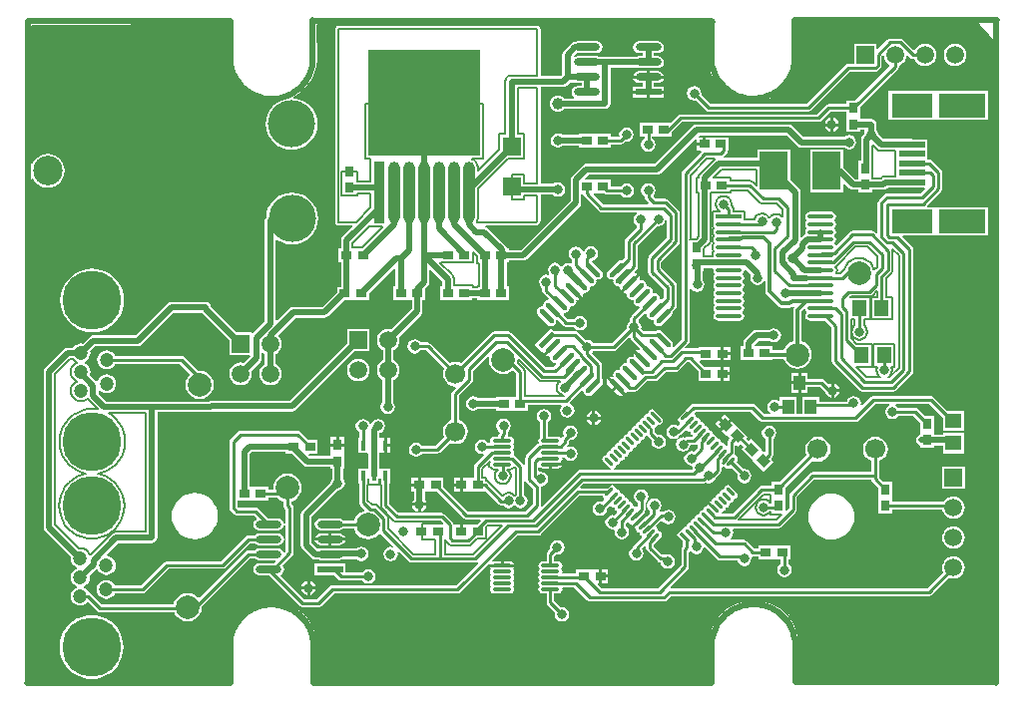
<source format=gtl>
%FSTAX24Y24*%
%MOIN*%
%SFA1B1*%

%IPPOS*%
%AMD14*
4,1,4,-0.023100,0.001900,0.001900,-0.023100,0.023100,-0.001900,-0.001900,0.023100,-0.023100,0.001900,0.0*
%
%AMD23*
4,1,4,0.022200,-0.009800,-0.009800,0.022200,-0.022200,0.009800,0.009800,-0.022200,0.022200,-0.009800,0.0*
1,1,0.017700,-0.016000,0.016000*
1,1,0.017700,0.016000,-0.016000*
%
%AMD24*
4,1,4,-0.009800,-0.022200,0.022200,0.009800,0.009800,0.022200,-0.022200,-0.009800,-0.009800,-0.022200,0.0*
1,1,0.017700,0.016000,0.016000*
1,1,0.017700,-0.016000,-0.016000*
%
%AMD25*
4,1,4,0.016100,0.028500,-0.028500,-0.016100,-0.016100,-0.028500,0.028500,0.016100,0.016100,0.028500,0.0*
%
%AMD29*
4,1,4,0.006700,-0.013900,0.013900,-0.006700,-0.006700,0.013900,-0.013900,0.006700,0.006700,-0.013900,0.0*
1,1,0.010200,0.010300,-0.010300*
1,1,0.010200,-0.010300,0.010300*
%
%AMD30*
4,1,4,-0.013900,-0.006700,-0.006700,-0.013900,0.013900,0.006700,0.006700,0.013900,-0.013900,-0.006700,0.0*
1,1,0.010200,-0.010300,-0.010300*
1,1,0.010200,0.010300,0.010300*
%
%AMD31*
4,1,4,0.010300,-0.017500,0.017500,-0.010300,-0.010300,0.017500,-0.017500,0.010300,0.010300,-0.017500,0.0*
%
%ADD10O,0.065000X0.011800*%
%ADD11R,0.035400X0.030000*%
%ADD12R,0.086600X0.023600*%
%ADD13O,0.086600X0.023600*%
G04~CAMADD=14~9~0.0~0.0~354.0~300.0~0.0~0.0~0~0.0~0.0~0.0~0.0~0~0.0~0.0~0.0~0.0~0~0.0~0.0~0.0~135.0~462.0~461.0*
%ADD14D14*%
%ADD15R,0.060000X0.063000*%
%ADD16O,0.086600X0.015700*%
%ADD17R,0.086600X0.015700*%
%ADD18R,0.094500X0.126000*%
%ADD19R,0.051200X0.055100*%
%ADD20R,0.088600X0.019700*%
%ADD21R,0.157500X0.080700*%
%ADD22R,0.137800X0.080700*%
G04~CAMADD=23~3~0.0~0.0~630.0~177.0~0.0~0.0~0~0.0~0.0~0.0~0.0~0~0.0~0.0~0.0~0.0~0~0.0~0.0~0.0~315.0~496.0~496.0*
%ADD23D23*%
G04~CAMADD=24~3~0.0~0.0~630.0~177.0~0.0~0.0~0~0.0~0.0~0.0~0.0~0~0.0~0.0~0.0~0.0~0~0.0~0.0~0.0~225.0~496.0~496.0*
%ADD24D24*%
G04~CAMADD=25~9~0.0~0.0~630.0~177.0~0.0~0.0~0~0.0~0.0~0.0~0.0~0~0.0~0.0~0.0~0.0~0~0.0~0.0~0.0~45.0~570.0~569.0*
%ADD25D25*%
%ADD26R,0.030000X0.035400*%
%ADD27R,0.039400X0.049200*%
%ADD28R,0.015700X0.035400*%
G04~CAMADD=29~3~0.0~0.0~102.0~394.0~0.0~0.0~0~0.0~0.0~0.0~0.0~0~0.0~0.0~0.0~0.0~0~0.0~0.0~0.0~225.0~308.0~308.0*
%ADD29D29*%
G04~CAMADD=30~3~0.0~0.0~102.0~394.0~0.0~0.0~0~0.0~0.0~0.0~0.0~0~0.0~0.0~0.0~0.0~0~0.0~0.0~0.0~135.0~308.0~308.0*
%ADD30D30*%
G04~CAMADD=31~9~0.0~0.0~102.0~394.0~0.0~0.0~0~0.0~0.0~0.0~0.0~0~0.0~0.0~0.0~0.0~0~0.0~0.0~0.0~225.0~350.0~349.0*
%ADD31D31*%
%ADD32R,0.374000X0.354300*%
%ADD33O,0.037400X0.206700*%
%ADD34R,0.037400X0.206700*%
%ADD35R,0.055100X0.051200*%
%ADD36C,0.009800*%
%ADD37C,0.019700*%
%ADD38C,0.011800*%
%ADD39R,0.059100X0.059100*%
%ADD40C,0.059100*%
%ADD41R,0.059100X0.059100*%
%ADD42C,0.066900*%
%ADD43C,0.078700*%
%ADD44C,0.157500*%
%ADD45C,0.047200*%
%ADD46C,0.196900*%
%ADD47C,0.031500*%
%ADD48C,0.039400*%
%ADD49C,0.098400*%
%ADD50C,0.147600*%
%ADD51C,0.010000*%
%ADD56C,0.005000*%
%LNaddl-1*%
%LPD*%
G54D56*
X058795Y039958D02*
Y018592D01*
X052312*
Y01982*
X052318*
X052298Y020063*
X052247Y020277*
X052163Y02048*
X052048Y020667*
X051905Y020834*
X051738Y020977*
X051552Y021092*
X051348Y021175*
X051135Y021226*
X050917Y021244*
X050718Y02124*
X050713Y021244*
X050485Y021226*
X050271Y021175*
X050068Y021092*
X049881Y020977*
X049714Y020834*
X049571Y020667*
X049456Y02048*
X049373Y020277*
X049322Y020063*
X049304Y019845*
X049307Y018613*
X049287Y018592*
X03623*
Y019762*
X036235*
X036217Y020005*
X036165Y020219*
X036082Y020422*
X035967Y020609*
X035824Y020776*
X035657Y020919*
X03547Y021034*
X035267Y021117*
X035053Y021169*
X034835Y021187*
X034635Y021183*
X034629Y021187*
X034403Y021169*
X03419Y021117*
X033987Y021034*
X0338Y020919*
X033633Y020776*
X03349Y020609*
X033375Y020422*
X033291Y020219*
X03324Y020005*
X033222Y019787*
X033225Y018613*
X033205Y018592*
X026695*
Y035318*
X026704Y03532*
X02671Y035306*
X026805Y035182*
X026929Y035087*
X027074Y035026*
X02723Y035006*
X027385Y035026*
X02753Y035087*
X027654Y035182*
X02775Y035306*
X02781Y035451*
X027831Y035607*
X02781Y035762*
X02775Y035907*
X027654Y036031*
X02753Y036127*
X027385Y036187*
X02723Y036208*
X027074Y036187*
X026929Y036127*
X026805Y036031*
X02671Y035907*
X026704Y035893*
X026695Y035895*
Y040462*
X033225Y040488*
X033247Y040468*
Y039354*
X033241*
X033259Y03911*
X033311Y038897*
X033394Y038694*
X033509Y038507*
X033652Y03834*
X033819Y038197*
X034006Y038082*
X034209Y037998*
X034423Y037947*
X034641Y037929*
X034841Y037933*
X034847Y037929*
X034889Y037932*
X034892Y037923*
X034881Y037917*
X034745Y037806*
X034634Y03767*
X034551Y037516*
X0345Y037347*
X034482Y037174*
X0345Y036999*
X034551Y036831*
X034634Y036676*
X034745Y03654*
X034881Y036429*
X035036Y036346*
X035204Y036295*
X035379Y036277*
X035553Y036295*
X035721Y036346*
X035875Y036429*
X036011Y03654*
X036122Y036676*
X036206Y036831*
X036256Y036999*
X036274Y037174*
X036256Y037347*
X036206Y037516*
X036122Y03767*
X036011Y037806*
X035875Y037917*
X035721Y038001*
X035553Y038051*
X035464Y03806*
X035462Y038071*
X035489Y038082*
X035676Y038197*
X035843Y03834*
X035986Y038507*
X036101Y038694*
X036185Y038897*
X036236Y03911*
X036254Y039328*
X036251Y040502*
X049261Y040554*
X049282Y040534*
Y039354*
X049275*
X049295Y03911*
X049346Y038897*
X04943Y038694*
X049545Y038507*
X049688Y03834*
X049855Y038197*
X050042Y038082*
X050245Y037998*
X050458Y037947*
X050676Y037929*
X050875Y037933*
X05088Y037929*
X051108Y037947*
X051322Y037998*
X051525Y038082*
X051712Y038197*
X051879Y03834*
X052022Y038507*
X052137Y038694*
X05222Y038897*
X052272Y03911*
X052289Y039328*
X052286Y040568*
X058236Y040591*
X058795Y039958*
X0267Y01861D02*
X03322D01*
X03624D02*
X0493D01*
X05232D02*
X05879D01*
X0267Y01866D02*
X03322D01*
X03624D02*
X0493D01*
X05232D02*
X05879D01*
X0267Y01871D02*
X03322D01*
X03624D02*
X0493D01*
X05232D02*
X05879D01*
X0267Y01876D02*
X03322D01*
X03624D02*
X0493D01*
X05232D02*
X05879D01*
X0267Y01881D02*
X03322D01*
X03624D02*
X0493D01*
X05232D02*
X05879D01*
X0267Y01886D02*
X03322D01*
X03624D02*
X0493D01*
X05232D02*
X05879D01*
X0267Y01891D02*
X03322D01*
X03624D02*
X0493D01*
X05232D02*
X05879D01*
X0267Y01896D02*
X03322D01*
X03624D02*
X0493D01*
X05232D02*
X05879D01*
X0267Y01901D02*
X03322D01*
X03624D02*
X0493D01*
X05232D02*
X05879D01*
X0267Y01906D02*
X03322D01*
X03624D02*
X0493D01*
X05232D02*
X05879D01*
X0267Y01911D02*
X03322D01*
X03624D02*
X0493D01*
X05232D02*
X05879D01*
X0267Y01916D02*
X03322D01*
X03624D02*
X0493D01*
X05232D02*
X05879D01*
X0267Y01921D02*
X03322D01*
X03624D02*
X0493D01*
X05232D02*
X05879D01*
X0267Y01926D02*
X03322D01*
X03624D02*
X0493D01*
X05232D02*
X05879D01*
X0267Y01931D02*
X03322D01*
X03624D02*
X0493D01*
X05232D02*
X05879D01*
X0267Y01936D02*
X03322D01*
X03624D02*
X0493D01*
X05232D02*
X05879D01*
X0267Y01941D02*
X03322D01*
X03624D02*
X0493D01*
X05232D02*
X05879D01*
X0267Y01946D02*
X03322D01*
X03624D02*
X0493D01*
X05232D02*
X05879D01*
X0267Y01951D02*
X03322D01*
X03624D02*
X0493D01*
X05232D02*
X05879D01*
X0267Y01956D02*
X03322D01*
X03624D02*
X0493D01*
X05232D02*
X05879D01*
X0267Y01961D02*
X03322D01*
X03624D02*
X0493D01*
X05232D02*
X05879D01*
X0267Y01966D02*
X03322D01*
X03624D02*
X0493D01*
X05232D02*
X05879D01*
X0267Y01971D02*
X03322D01*
X03624D02*
X0493D01*
X05232D02*
X05879D01*
X0267Y01976D02*
X03322D01*
X03625D02*
X0493D01*
X05232D02*
X05879D01*
X0267Y01981D02*
X03322D01*
X03625D02*
X0493D01*
X05232D02*
X05879D01*
X0267Y01986D02*
X03322D01*
X03625D02*
X0493D01*
X05233D02*
X05879D01*
X0267Y01991D02*
X03323D01*
X03624D02*
X0493D01*
X05233D02*
X05879D01*
X0267Y01996D02*
X03323D01*
X03624D02*
X04931D01*
X05232D02*
X05879D01*
X0267Y02001D02*
X03323D01*
X03623D02*
X04931D01*
X05232D02*
X05879D01*
X0267Y02006D02*
X03325D01*
X03622D02*
X04931D01*
X05231D02*
X05879D01*
X0267Y02011D02*
X03326D01*
X03621D02*
X04933D01*
X0523D02*
X05879D01*
X0267Y02016D02*
X03327D01*
X0362D02*
X04934D01*
X05229D02*
X05879D01*
X0267Y02021D02*
X03328D01*
X03619D02*
X04935D01*
X05228D02*
X05879D01*
X0267Y02026D02*
X0333D01*
X03617D02*
X04936D01*
X05227D02*
X05879D01*
X0267Y02031D02*
X03333D01*
X03614D02*
X04938D01*
X05225D02*
X05879D01*
X0267Y02036D02*
X03335D01*
X03612D02*
X0494D01*
X05223D02*
X05879D01*
X0267Y02041D02*
X03337D01*
X0361D02*
X04942D01*
X05221D02*
X05879D01*
X0267Y02046D02*
X0334D01*
X03607D02*
X04945D01*
X05218D02*
X05879D01*
X0267Y02051D02*
X03343D01*
X03604D02*
X04947D01*
X05216D02*
X05879D01*
X0267Y02056D02*
X03346D01*
X03601D02*
X0495D01*
X05213D02*
X05879D01*
X0267Y02061D02*
X03348D01*
X03598D02*
X04953D01*
X0521D02*
X05879D01*
X0267Y02066D02*
X03353D01*
X03594D02*
X04956D01*
X05207D02*
X05879D01*
X0267Y02071D02*
X03357D01*
X0359D02*
X0496D01*
X05203D02*
X05879D01*
X0267Y02076D02*
X03361D01*
X03585D02*
X04964D01*
X05199D02*
X05879D01*
X0267Y02081D02*
X03366D01*
X0358D02*
X04969D01*
X05194D02*
X05879D01*
X0267Y02086D02*
X03372D01*
X03574D02*
X04974D01*
X05189D02*
X05879D01*
X0267Y02091D02*
X03378D01*
X03569D02*
X0498D01*
X05183D02*
X05879D01*
X0267Y02096D02*
X03386D01*
X03561D02*
X04985D01*
X05178D02*
X05879D01*
X0267Y02101D02*
X03395D01*
X03552D02*
X04993D01*
X0517D02*
X05879D01*
X0267Y02106D02*
X03405D01*
X03542D02*
X05001D01*
X05162D02*
X05879D01*
X0267Y02111D02*
X03416D01*
X03531D02*
X05011D01*
X05152D02*
X05879D01*
X0267Y02116D02*
X03435D01*
X03511D02*
X05022D01*
X05141D02*
X05879D01*
X0267Y02121D02*
X0504D01*
X05124D02*
X05879D01*
X0267Y02126D02*
X05879D01*
X0267Y02131D02*
X05879D01*
X0267Y02136D02*
X05879D01*
X0267Y02141D02*
X05879D01*
X0267Y02146D02*
X05879D01*
X0267Y02151D02*
X05879D01*
X0267Y02156D02*
X05879D01*
X0267Y02161D02*
X05879D01*
X0267Y02166D02*
X05879D01*
X0267Y02171D02*
X05879D01*
X0267Y02176D02*
X05879D01*
X0267Y02181D02*
X05879D01*
X0267Y02186D02*
X05879D01*
X0267Y02191D02*
X05879D01*
X0267Y02196D02*
X05879D01*
X0267Y02201D02*
X05879D01*
X0267Y02206D02*
X05879D01*
X0267Y02211D02*
X05879D01*
X0267Y02216D02*
X05879D01*
X0267Y02221D02*
X05879D01*
X0267Y02226D02*
X05879D01*
X0267Y02231D02*
X05879D01*
X0267Y02236D02*
X05879D01*
X0267Y02241D02*
X05879D01*
X0267Y02246D02*
X05879D01*
X0267Y02251D02*
X05879D01*
X0267Y02256D02*
X05879D01*
X0267Y02261D02*
X05879D01*
X0267Y02266D02*
X05879D01*
X0267Y02271D02*
X05879D01*
X0267Y02276D02*
X05879D01*
X0267Y02281D02*
X05879D01*
X0267Y02286D02*
X05879D01*
X0267Y02291D02*
X05879D01*
X0267Y02296D02*
X05879D01*
X0267Y02301D02*
X05879D01*
X0267Y02306D02*
X05879D01*
X0267Y02311D02*
X05879D01*
X0267Y02316D02*
X05879D01*
X0267Y02321D02*
X05879D01*
X0267Y02326D02*
X05879D01*
X0267Y02331D02*
X05879D01*
X0267Y02336D02*
X05879D01*
X0267Y02341D02*
X05879D01*
X0267Y02346D02*
X05879D01*
X0267Y02351D02*
X05879D01*
X0267Y02356D02*
X05879D01*
X0267Y02361D02*
X05879D01*
X0267Y02366D02*
X05879D01*
X0267Y02371D02*
X05879D01*
X0267Y02376D02*
X05879D01*
X0267Y02381D02*
X05879D01*
X0267Y02386D02*
X05879D01*
X0267Y02391D02*
X05879D01*
X0267Y02396D02*
X05879D01*
X0267Y02401D02*
X05879D01*
X0267Y02406D02*
X05879D01*
X0267Y02411D02*
X05879D01*
X0267Y02416D02*
X05879D01*
X0267Y02421D02*
X05879D01*
X0267Y02426D02*
X05879D01*
X0267Y02431D02*
X05879D01*
X0267Y02436D02*
X05879D01*
X0267Y02441D02*
X05879D01*
X0267Y02446D02*
X05879D01*
X0267Y02451D02*
X05879D01*
X0267Y02456D02*
X05879D01*
X0267Y02461D02*
X05879D01*
X0267Y02466D02*
X05879D01*
X0267Y02471D02*
X05879D01*
X0267Y02476D02*
X05879D01*
X0267Y02481D02*
X05879D01*
X0267Y02486D02*
X05879D01*
X0267Y02491D02*
X05879D01*
X0267Y02496D02*
X05879D01*
X0267Y02501D02*
X05879D01*
X0267Y02506D02*
X05879D01*
X0267Y02511D02*
X05879D01*
X0267Y02516D02*
X05879D01*
X0267Y02521D02*
X05879D01*
X0267Y02526D02*
X05879D01*
X0267Y02531D02*
X05879D01*
X0267Y02536D02*
X05879D01*
X0267Y02541D02*
X05879D01*
X0267Y02546D02*
X05879D01*
X0267Y02551D02*
X05879D01*
X0267Y02556D02*
X05879D01*
X0267Y02561D02*
X05879D01*
X0267Y02566D02*
X05879D01*
X0267Y02571D02*
X05879D01*
X0267Y02576D02*
X05879D01*
X0267Y02581D02*
X05879D01*
X0267Y02586D02*
X05879D01*
X0267Y02591D02*
X05879D01*
X0267Y02596D02*
X05879D01*
X0267Y02601D02*
X05879D01*
X0267Y02606D02*
X05879D01*
X0267Y02611D02*
X05879D01*
X0267Y02616D02*
X05879D01*
X0267Y02621D02*
X05879D01*
X0267Y02626D02*
X05879D01*
X0267Y02631D02*
X05879D01*
X0267Y02636D02*
X05879D01*
X0267Y02641D02*
X05879D01*
X0267Y02646D02*
X05879D01*
X0267Y02651D02*
X05879D01*
X0267Y02656D02*
X05879D01*
X0267Y02661D02*
X05879D01*
X0267Y02666D02*
X05879D01*
X0267Y02671D02*
X05879D01*
X0267Y02676D02*
X05879D01*
X0267Y02681D02*
X05879D01*
X0267Y02686D02*
X05879D01*
X0267Y02691D02*
X05879D01*
X0267Y02696D02*
X05879D01*
X0267Y02701D02*
X05879D01*
X0267Y02706D02*
X05879D01*
X0267Y02711D02*
X05879D01*
X0267Y02716D02*
X05879D01*
X0267Y02721D02*
X05879D01*
X0267Y02726D02*
X05879D01*
X0267Y02731D02*
X05879D01*
X0267Y02736D02*
X05879D01*
X0267Y02741D02*
X05879D01*
X0267Y02746D02*
X05879D01*
X0267Y02751D02*
X05879D01*
X0267Y02756D02*
X05879D01*
X0267Y02761D02*
X05879D01*
X0267Y02766D02*
X05879D01*
X0267Y02771D02*
X05879D01*
X0267Y02776D02*
X05879D01*
X0267Y02781D02*
X05879D01*
X0267Y02786D02*
X05879D01*
X0267Y02791D02*
X05879D01*
X0267Y02796D02*
X05879D01*
X0267Y02801D02*
X05879D01*
X0267Y02806D02*
X05879D01*
X0267Y02811D02*
X05879D01*
X0267Y02816D02*
X05879D01*
X0267Y02821D02*
X05879D01*
X0267Y02826D02*
X05879D01*
X0267Y02831D02*
X05879D01*
X0267Y02836D02*
X05879D01*
X0267Y02841D02*
X05879D01*
X0267Y02846D02*
X05879D01*
X0267Y02851D02*
X05879D01*
X0267Y02856D02*
X05879D01*
X0267Y02861D02*
X05879D01*
X0267Y02866D02*
X05879D01*
X0267Y02871D02*
X05879D01*
X0267Y02876D02*
X05879D01*
X0267Y02881D02*
X05879D01*
X0267Y02886D02*
X05879D01*
X0267Y02891D02*
X05879D01*
X0267Y02896D02*
X05879D01*
X0267Y02901D02*
X05879D01*
X0267Y02906D02*
X05879D01*
X0267Y02911D02*
X05879D01*
X0267Y02916D02*
X05879D01*
X0267Y02921D02*
X05879D01*
X0267Y02926D02*
X05879D01*
X0267Y02931D02*
X05879D01*
X0267Y02936D02*
X05879D01*
X0267Y02941D02*
X05879D01*
X0267Y02946D02*
X05879D01*
X0267Y02951D02*
X05879D01*
X0267Y02956D02*
X05879D01*
X0267Y02961D02*
X05879D01*
X0267Y02966D02*
X05879D01*
X0267Y02971D02*
X05879D01*
X0267Y02976D02*
X05879D01*
X0267Y02981D02*
X05879D01*
X0267Y02986D02*
X05879D01*
X0267Y02991D02*
X05879D01*
X0267Y02996D02*
X05879D01*
X0267Y03001D02*
X05879D01*
X0267Y03006D02*
X05879D01*
X0267Y03011D02*
X05879D01*
X0267Y03016D02*
X05879D01*
X0267Y03021D02*
X05879D01*
X0267Y03026D02*
X05879D01*
X0267Y03031D02*
X05879D01*
X0267Y03036D02*
X05879D01*
X0267Y03041D02*
X05879D01*
X0267Y03046D02*
X05879D01*
X0267Y03051D02*
X05879D01*
X0267Y03056D02*
X05879D01*
X0267Y03061D02*
X05879D01*
X0267Y03066D02*
X05879D01*
X0267Y03071D02*
X05879D01*
X0267Y03076D02*
X05879D01*
X0267Y03081D02*
X05879D01*
X0267Y03086D02*
X05879D01*
X0267Y03091D02*
X05879D01*
X0267Y03096D02*
X05879D01*
X0267Y03101D02*
X05879D01*
X0267Y03106D02*
X05879D01*
X0267Y03111D02*
X05879D01*
X0267Y03116D02*
X05879D01*
X0267Y03121D02*
X05879D01*
X0267Y03126D02*
X05879D01*
X0267Y03131D02*
X05879D01*
X0267Y03136D02*
X05879D01*
X0267Y03141D02*
X05879D01*
X0267Y03146D02*
X05879D01*
X0267Y03151D02*
X05879D01*
X0267Y03156D02*
X05879D01*
X0267Y03161D02*
X05879D01*
X0267Y03166D02*
X05879D01*
X0267Y03171D02*
X05879D01*
X0267Y03176D02*
X05879D01*
X0267Y03181D02*
X05879D01*
X0267Y03186D02*
X05879D01*
X0267Y03191D02*
X05879D01*
X0267Y03196D02*
X05879D01*
X0267Y03201D02*
X05879D01*
X0267Y03206D02*
X05879D01*
X0267Y03211D02*
X05879D01*
X0267Y03216D02*
X05879D01*
X0267Y03221D02*
X05879D01*
X0267Y03226D02*
X05879D01*
X0267Y03231D02*
X05879D01*
X0267Y03236D02*
X05879D01*
X0267Y03241D02*
X05879D01*
X0267Y03246D02*
X05879D01*
X0267Y03251D02*
X05879D01*
X0267Y03256D02*
X05879D01*
X0267Y03261D02*
X05879D01*
X0267Y03266D02*
X05879D01*
X0267Y03271D02*
X05879D01*
X0267Y03276D02*
X05879D01*
X0267Y03281D02*
X05879D01*
X0267Y03286D02*
X05879D01*
X0267Y03291D02*
X05879D01*
X0267Y03296D02*
X05879D01*
X0267Y03301D02*
X05879D01*
X0267Y03306D02*
X05879D01*
X0267Y03311D02*
X05879D01*
X0267Y03316D02*
X05879D01*
X0267Y03321D02*
X05879D01*
X0267Y03326D02*
X05879D01*
X0267Y03331D02*
X05879D01*
X0267Y03336D02*
X05879D01*
X0267Y03341D02*
X05879D01*
X0267Y03346D02*
X05879D01*
X0267Y03351D02*
X05879D01*
X0267Y03356D02*
X05879D01*
X0267Y03361D02*
X05879D01*
X0267Y03366D02*
X05879D01*
X0267Y03371D02*
X05879D01*
X0267Y03376D02*
X05879D01*
X0267Y03381D02*
X05879D01*
X0267Y03386D02*
X05879D01*
X0267Y03391D02*
X05879D01*
X0267Y03396D02*
X05879D01*
X0267Y03401D02*
X05879D01*
X0267Y03406D02*
X05879D01*
X0267Y03411D02*
X05879D01*
X0267Y03416D02*
X05879D01*
X0267Y03421D02*
X05879D01*
X0267Y03426D02*
X05879D01*
X0267Y03431D02*
X05879D01*
X0267Y03436D02*
X05879D01*
X0267Y03441D02*
X05879D01*
X0267Y03446D02*
X05879D01*
X0267Y03451D02*
X05879D01*
X0267Y03456D02*
X05879D01*
X0267Y03461D02*
X05879D01*
X0267Y03466D02*
X05879D01*
X0267Y03471D02*
X05879D01*
X0267Y03476D02*
X05879D01*
X0267Y03481D02*
X05879D01*
X0267Y03486D02*
X05879D01*
X0267Y03491D02*
X05879D01*
X0267Y03496D02*
X05879D01*
X0267Y03501D02*
X05879D01*
X0267Y03506D02*
X02699D01*
X02747D02*
X05879D01*
X0267Y03511D02*
X0269D01*
X02757D02*
X05879D01*
X0267Y03516D02*
X02683D01*
X02764D02*
X05879D01*
X0267Y03521D02*
X02678D01*
X02769D02*
X05879D01*
X0267Y03526D02*
X02674D01*
X02773D02*
X05879D01*
X0267Y03531D02*
D01*
X02776D02*
X05879D01*
X02779Y03536D02*
X05879D01*
X02781Y03541D02*
X05879D01*
X02783Y03546D02*
X05879D01*
X02783Y03551D02*
X05879D01*
X02784Y03556D02*
X05879D01*
X02784Y03561D02*
X05879D01*
X02784Y03566D02*
X05879D01*
X02783Y03571D02*
X05879D01*
X02782Y03576D02*
X05879D01*
X0278Y03581D02*
X05879D01*
X02778Y03586D02*
X05879D01*
X0267Y03591D02*
D01*
X02776D02*
X05879D01*
X0267Y03596D02*
X02675D01*
X02772D02*
X05879D01*
X0267Y03601D02*
X02679D01*
X02768D02*
X05879D01*
X0267Y03606D02*
X02684D01*
X02763D02*
X05879D01*
X0267Y03611D02*
X0269D01*
X02757D02*
X05879D01*
X0267Y03616D02*
X02699D01*
X02747D02*
X05879D01*
X0267Y03621D02*
X05879D01*
X0267Y03626D02*
X05879D01*
X0267Y03631D02*
X03516D01*
X0356D02*
X05879D01*
X0267Y03636D02*
X03501D01*
X03575D02*
X05879D01*
X0267Y03641D02*
X03491D01*
X03585D02*
X05879D01*
X0267Y03646D02*
X03484D01*
X03593D02*
X05879D01*
X0267Y03651D02*
X03478D01*
X03599D02*
X05879D01*
X0267Y03656D02*
X03473D01*
X03604D02*
X05879D01*
X0267Y03661D02*
X03468D01*
X03608D02*
X05879D01*
X0267Y03666D02*
X03464D01*
X03612D02*
X05879D01*
X0267Y03671D02*
X03461D01*
X03615D02*
X05879D01*
X0267Y03676D02*
X03458D01*
X03618D02*
X05879D01*
X0267Y03681D02*
X03456D01*
X03621D02*
X05879D01*
X0267Y03686D02*
X03454D01*
X03623D02*
X05879D01*
X0267Y03691D02*
X03452D01*
X03625D02*
X05879D01*
X0267Y03696D02*
X03451D01*
X03626D02*
X05879D01*
X0267Y03701D02*
X03449D01*
X03628D02*
X05879D01*
X0267Y03706D02*
X03449D01*
X03628D02*
X05879D01*
X0267Y03711D02*
X03448D01*
X03628D02*
X05879D01*
X0267Y03716D02*
X03448D01*
X03628D02*
X05879D01*
X0267Y03721D02*
X03448D01*
X03628D02*
X05879D01*
X0267Y03726D02*
X03448D01*
X03628D02*
X05879D01*
X0267Y03731D02*
X03449D01*
X03628D02*
X05879D01*
X0267Y03736D02*
X0345D01*
X03627D02*
X05879D01*
X0267Y03741D02*
X03451D01*
X03626D02*
X05879D01*
X0267Y03746D02*
X03453D01*
X03624D02*
X05879D01*
X0267Y03751D02*
X03454D01*
X03623D02*
X05879D01*
X0267Y03756D02*
X03457D01*
X0362D02*
X05879D01*
X0267Y03761D02*
X03459D01*
X03617D02*
X05879D01*
X0267Y03766D02*
X03462D01*
X03614D02*
X05879D01*
X0267Y03771D02*
X03466D01*
X0361D02*
X05879D01*
X0267Y03776D02*
X0347D01*
X03606D02*
X05879D01*
X0267Y03781D02*
X03474D01*
X03602D02*
X05879D01*
X0267Y03786D02*
X0348D01*
X03597D02*
X05879D01*
X0267Y03791D02*
X03486D01*
X03591D02*
X05879D01*
X0267Y03796D02*
X03437D01*
X03581D02*
X05041D01*
X05117D02*
X05879D01*
X0267Y03801D02*
X03418D01*
X0357D02*
X05022D01*
X05136D02*
X05879D01*
X0267Y03806D02*
X03405D01*
X03547D02*
X05009D01*
X05149D02*
X05879D01*
X0267Y03811D02*
X03396D01*
X03555D02*
X04999D01*
X05159D02*
X05879D01*
X0267Y03816D02*
X03388D01*
X03563D02*
X04991D01*
X05166D02*
X05879D01*
X0267Y03821D02*
X0338D01*
X03571D02*
X04984D01*
X05174D02*
X05879D01*
X0267Y03826D02*
X03374D01*
X03576D02*
X04978D01*
X0518D02*
X05879D01*
X0267Y03831D02*
X03368D01*
X03582D02*
X04972D01*
X05186D02*
X05879D01*
X0267Y03836D02*
X03363D01*
X03587D02*
X04967D01*
X05191D02*
X05879D01*
X0267Y03841D02*
X03359D01*
X03592D02*
X04963D01*
X05195D02*
X05879D01*
X0267Y03846D02*
X03355D01*
X03596D02*
X04959D01*
X05199D02*
X05879D01*
X0267Y03851D02*
X0335D01*
X036D02*
X04954D01*
X05203D02*
X05879D01*
X0267Y03856D02*
X03347D01*
X03604D02*
X04951D01*
X05207D02*
X05879D01*
X0267Y03861D02*
X03344D01*
X03607D02*
X04948D01*
X0521D02*
X05879D01*
X0267Y03866D02*
X0334D01*
X0361D02*
X04944D01*
X05213D02*
X05879D01*
X0267Y03871D02*
X03338D01*
X03612D02*
X04942D01*
X05216D02*
X05879D01*
X0267Y03876D02*
X03336D01*
X03614D02*
X0494D01*
X05218D02*
X05879D01*
X0267Y03881D02*
X03334D01*
X03617D02*
X04938D01*
X0522D02*
X05879D01*
X0267Y03886D02*
X03332D01*
X03619D02*
X04936D01*
X05222D02*
X05879D01*
X0267Y03891D02*
X0333D01*
X03621D02*
X04934D01*
X05224D02*
X05879D01*
X0267Y03896D02*
X03329D01*
X03622D02*
X04933D01*
X05225D02*
X05879D01*
X0267Y03901D02*
X03328D01*
X03623D02*
X04932D01*
X05226D02*
X05879D01*
X0267Y03906D02*
X03327D01*
X03624D02*
X04931D01*
X05227D02*
X05879D01*
X0267Y03911D02*
X03325D01*
X03625D02*
X04929D01*
X05228D02*
X05879D01*
X0267Y03916D02*
X03325D01*
X03626D02*
X04929D01*
X05229D02*
X05879D01*
X0267Y03921D02*
X03325D01*
X03626D02*
X04929D01*
X05229D02*
X05879D01*
X0267Y03926D02*
X03324D01*
X03626D02*
X04928D01*
X0523D02*
X05879D01*
X0267Y03931D02*
X03324D01*
X03626D02*
X04928D01*
X0523D02*
X05879D01*
X0267Y03936D02*
X03324D01*
X03626D02*
X04927D01*
X0523D02*
X05879D01*
X0267Y03941D02*
X03324D01*
X03626D02*
X04927D01*
X0523D02*
X05879D01*
X0267Y03946D02*
X03324D01*
X03626D02*
X04927D01*
X0523D02*
X05879D01*
X0267Y03951D02*
X03324D01*
X03626D02*
X04927D01*
X0523D02*
X05879D01*
X0267Y03956D02*
X03324D01*
X03626D02*
X04927D01*
X0523D02*
X05879D01*
X0267Y03961D02*
X03324D01*
X03626D02*
X04927D01*
X0523D02*
X05879D01*
X0267Y03966D02*
X03324D01*
X03626D02*
X04927D01*
X0523D02*
X05879D01*
X0267Y03971D02*
X03324D01*
X03626D02*
X04927D01*
X0523D02*
X05879D01*
X0267Y03976D02*
X03324D01*
X03626D02*
X04927D01*
X0523D02*
X05879D01*
X0267Y03981D02*
X03324D01*
X03626D02*
X04927D01*
X0523D02*
X05879D01*
X0267Y03986D02*
X03324D01*
X03626D02*
X04927D01*
X0523D02*
X05879D01*
X0267Y03991D02*
X03324D01*
X03626D02*
X04927D01*
X0523D02*
X05879D01*
X0267Y03996D02*
X03324D01*
X03626D02*
X04927D01*
X0523D02*
X05879D01*
X0267Y04001D02*
X03324D01*
X03626D02*
X04927D01*
X0523D02*
X05874D01*
X0267Y04006D02*
X03324D01*
X03626D02*
X04927D01*
X0523D02*
X0587D01*
X0267Y04011D02*
X03324D01*
X03626D02*
X04927D01*
X0523D02*
X05865D01*
X0267Y04016D02*
X03324D01*
X03626D02*
X04927D01*
X0523D02*
X05861D01*
X0267Y04021D02*
X03324D01*
X03626D02*
X04927D01*
X0523D02*
X05857D01*
X0267Y04026D02*
X03324D01*
X03626D02*
X04927D01*
X0523D02*
X05852D01*
X0267Y04031D02*
X03324D01*
X03626D02*
X04927D01*
X0523D02*
X05848D01*
X0267Y04036D02*
X03324D01*
X03626D02*
X04927D01*
X0523D02*
X05844D01*
X0267Y04041D02*
X03324D01*
X03626D02*
X04927D01*
X0523D02*
X05839D01*
X0267Y04046D02*
X03324D01*
X03626D02*
X04927D01*
X0523D02*
X05835D01*
X03887Y04051D02*
X04927D01*
X0523D02*
X0583D01*
X0523Y04056D02*
X05826D01*
X054887Y036301D02*
X054965Y03625D01*
X055055Y036233*
X05549*
Y035996*
Y035681*
Y035484*
X055212*
X055121Y035465*
X055045Y035414*
X055035Y035405*
X054835*
Y035406*
Y035444*
Y036031*
X054827*
Y036428*
X05478Y036409*
X054887Y036301*
X0548Y03536D02*
Y03645D01*
X05485Y03536D02*
Y0364D01*
X0549Y03536D02*
Y03635D01*
X05495Y03536D02*
Y03631D01*
X055Y03536D02*
Y03629D01*
X05505Y03536D02*
Y03628D01*
X0551Y03541D02*
Y03627D01*
X05515Y03544D02*
Y03627D01*
X0552Y03544D02*
Y03627D01*
X05525Y03544D02*
Y03627D01*
X0553Y03544D02*
Y03627D01*
X05535Y03544D02*
Y03627D01*
X0554Y03544D02*
Y03627D01*
X05545Y03544D02*
Y03627D01*
X0555Y03544D02*
Y03627D01*
G54D51*
X043531Y03885D02*
X042714D01*
X042623Y038831*
X04254Y038776*
X042484Y038693*
X042466Y038601*
Y036898*
X042268*
Y036337*
X041596Y035664*
X041642Y035645*
Y035734*
X041631Y035818*
X041596Y035901*
X041542Y035972*
X04147Y036027*
X041465Y036029*
X041451Y035958*
X041823*
Y037908*
X037776*
Y035958*
X037959*
Y035995*
Y035307*
X037611*
Y035345*
Y035626*
X037003*
Y035345*
Y035307*
Y03472*
X037611*
Y034796*
X037959*
Y034391*
X037512Y033945*
X036988*
Y040291*
X043531*
Y03885*
X037Y03399D02*
X03755D01*
X037Y03409D02*
X03765D01*
X037Y03419D02*
X03775D01*
X037Y03429D02*
X03785D01*
X037Y03439D02*
X03795D01*
X037Y03449D02*
X03795D01*
X037Y03459D02*
X03795D01*
X037Y03469D02*
X03795D01*
X037Y03479D02*
X03699D01*
X03762D02*
X03795D01*
X037Y03489D02*
X03699D01*
X037Y03499D02*
X03699D01*
X037Y03509D02*
X03699D01*
X037Y03519D02*
X03699D01*
X037Y03529D02*
X03699D01*
X037Y03539D02*
X03699D01*
X03762D02*
X03795D01*
X037Y03549D02*
X03699D01*
X03762D02*
X03795D01*
X037Y03559D02*
X03699D01*
X03762D02*
X03795D01*
X037Y03569D02*
X03795D01*
X04164D02*
X04163D01*
X037Y03579D02*
X03795D01*
X04166D02*
X04171D01*
X037Y03589D02*
X03795D01*
X04162D02*
X04181D01*
X037Y03599D02*
X03777D01*
X04148D02*
X04151D01*
X04184D02*
X04191D01*
X037Y03609D02*
X03777D01*
X04184D02*
X04201D01*
X037Y03619D02*
X03777D01*
X04184D02*
X04211D01*
X037Y03629D02*
X03777D01*
X04184D02*
X04221D01*
X037Y03639D02*
X03777D01*
X04184D02*
X04225D01*
X037Y03649D02*
X03777D01*
X04184D02*
X04225D01*
X037Y03659D02*
X03777D01*
X04184D02*
X04225D01*
X037Y03669D02*
X03777D01*
X04184D02*
X04225D01*
X037Y03679D02*
X03777D01*
X04184D02*
X04225D01*
X037Y03689D02*
X03777D01*
X04184D02*
X04225D01*
X037Y03699D02*
X03777D01*
X04184D02*
X04245D01*
X037Y03709D02*
X03777D01*
X04184D02*
X04245D01*
X037Y03719D02*
X03777D01*
X04184D02*
X04245D01*
X037Y03729D02*
X03777D01*
X04184D02*
X04245D01*
X037Y03739D02*
X03777D01*
X04184D02*
X04245D01*
X037Y03749D02*
X03777D01*
X04184D02*
X04245D01*
X037Y03759D02*
X03777D01*
X04184D02*
X04245D01*
X037Y03769D02*
X03777D01*
X04184D02*
X04245D01*
X037Y03779D02*
X03777D01*
X04184D02*
X04245D01*
X037Y03789D02*
X03777D01*
X04184D02*
X04245D01*
X037Y03799D02*
X04245D01*
X037Y03809D02*
X04245D01*
X037Y03819D02*
X04245D01*
X037Y03829D02*
X04245D01*
X037Y03839D02*
X04245D01*
X037Y03849D02*
X04245D01*
X037Y03859D02*
X04245D01*
X037Y03869D02*
X04247D01*
X037Y03879D02*
X04255D01*
X037Y03889D02*
X04353D01*
X037Y03899D02*
X04353D01*
X037Y03909D02*
X04353D01*
X037Y03919D02*
X04353D01*
X037Y03929D02*
X04353D01*
X037Y03939D02*
X04353D01*
X037Y03949D02*
X04353D01*
X037Y03959D02*
X04353D01*
X037Y03969D02*
X04353D01*
X037Y03979D02*
X04353D01*
X037Y03989D02*
X04353D01*
X037Y03999D02*
X04353D01*
X037Y04009D02*
X04353D01*
X037Y04019D02*
X04353D01*
G54D56*
X04051Y02282D02*
X04146D01*
X04051Y02287D02*
X04151D01*
X04051Y02292D02*
X04156D01*
X04051Y02297D02*
X04161D01*
X04051Y02302D02*
X04166D01*
X04051Y02307D02*
X04171D01*
X04051Y02312D02*
X04065D01*
X04138D02*
X04176D01*
X04051Y02317D02*
X04059D01*
X04143D02*
X04181D01*
X04051Y02322D02*
X04054D01*
X04148D02*
X04186D01*
X04051Y02327D02*
D01*
X04153D02*
X04191D01*
X04189Y02332D02*
X04196D01*
X04189Y02337D02*
X04201D01*
X04189Y02342D02*
X04206D01*
X04189Y02347D02*
X04211D01*
X04189Y02352D02*
X04216D01*
X04189Y02357D02*
X04221D01*
X04189Y02362D02*
X04226D01*
X04189Y02367D02*
X04231D01*
X04191Y02372D02*
X04236D01*
G54D51*
X043531Y035245D02*
X043176D01*
Y035548*
X042697*
Y035079*
Y03461*
X043176*
Y034734*
X043531*
Y033957*
X043514Y033945*
X041603*
X041619Y03392*
X041631Y033947*
X041642Y034032*
Y034987*
X042615Y03596*
X043176*
Y036898*
X042978*
Y038339*
X043531*
Y035245*
X04166Y03396D02*
Y03499D01*
X04176Y03396D02*
Y03509D01*
X04186Y03396D02*
Y03519D01*
X04196Y03396D02*
Y03529D01*
X04206Y03396D02*
Y03539D01*
X04216Y03396D02*
Y03549D01*
X04226Y03396D02*
Y03559D01*
X04236Y03396D02*
Y03569D01*
X04246Y03396D02*
Y03579D01*
X04256Y03396D02*
Y03589D01*
X04266Y03396D02*
Y03595D01*
X04276Y03396D02*
Y03459D01*
Y03556D02*
Y03595D01*
X04286Y03396D02*
Y03459D01*
Y03556D02*
Y03595D01*
X04296Y03396D02*
Y03459D01*
Y03556D02*
Y03595D01*
X04306Y03396D02*
Y03459D01*
Y03556D02*
Y03595D01*
Y03692D02*
Y03834D01*
X04316Y03396D02*
Y03459D01*
Y03556D02*
Y03595D01*
Y03692D02*
Y03834D01*
X04326Y03396D02*
Y03471D01*
Y03526D02*
Y03834D01*
X04336Y03396D02*
Y03471D01*
Y03526D02*
Y03834D01*
X04346Y03396D02*
Y03471D01*
Y03526D02*
Y03834D01*
X037959Y033733D02*
Y033696D01*
X038371*
X038351Y033741*
X0377Y033091*
X037503*
X037465*
X037464*
Y033173*
X038004Y033714*
X037959Y033733*
X03747Y03314D02*
X03774D01*
X03755Y03324D02*
X03784D01*
X03765Y03334D02*
X03794D01*
X03775Y03344D02*
X03804D01*
X03785Y03354D02*
X03814D01*
X03795Y03364D02*
X03824D01*
X041504Y032737D02*
Y032484D01*
X041579*
Y031812*
X041504*
Y031775*
X041477*
Y031823*
X04089*
X040852*
X040851*
Y032002*
X040833Y032093*
X040781Y03217*
X04041Y032541*
X040391Y032495*
X040852*
X04089*
X041477*
Y03283*
X04143Y032811*
X041504Y032737*
X04086Y03182D02*
X04158D01*
X04086Y03192D02*
X04158D01*
X04086Y03202D02*
X04158D01*
X04084Y03212D02*
X04158D01*
X04074Y03222D02*
X04158D01*
X04064Y03232D02*
X04158D01*
X04054Y03242D02*
X04158D01*
X04042Y03252D02*
X04041D01*
X0415D02*
X04149D01*
X0415Y03262D02*
X04149D01*
X0415Y03272D02*
X04149D01*
X04148Y03282D02*
X04147D01*
G54D56*
X04871Y03334D02*
Y03548D01*
X04876Y03334D02*
Y03553D01*
X04881Y03334D02*
Y03558D01*
X04886Y03334D02*
Y03563D01*
X04891Y03337D02*
Y03568D01*
X04896Y03342D02*
Y03486D01*
Y03539D02*
Y03573D01*
X04901Y03551D02*
Y03578D01*
X04906Y03558D02*
Y03583D01*
X04911Y03563D02*
Y03588D01*
X04916Y03568D02*
Y03593D01*
X04921Y03573D02*
Y03598D01*
X04926Y03578D02*
Y03602D01*
X04931Y03583D02*
Y03602D01*
X04936Y03588D02*
Y03602D01*
X04941Y03593D02*
Y03602D01*
X04946Y03598D02*
Y03602D01*
X04916Y03277D02*
X04943D01*
X04916Y03282D02*
X04944D01*
X04916Y03287D02*
X04944D01*
X04916Y03292D02*
X04947D01*
X04916Y03297D02*
X04945D01*
X04917Y03302D02*
X04944D01*
X04922Y03307D02*
X04944D01*
X04927Y03312D02*
X04944D01*
X04932Y03317D02*
X04947D01*
X04936Y03322D02*
X04946D01*
X04939Y03327D02*
X04944D01*
X04939Y03332D02*
X04944D01*
X04939Y03337D02*
X04944D01*
X04939Y03342D02*
X04947D01*
X04939Y03347D02*
X04946D01*
X04939Y03352D02*
X04944D01*
X04939Y03357D02*
X04943D01*
X04939Y03362D02*
X04944D01*
X04939Y03367D02*
X04946D01*
X04939Y03372D02*
X04946D01*
X04939Y03377D02*
X04944D01*
X04939Y03382D02*
X04943D01*
X04939Y03387D02*
X04944D01*
X04939Y03392D02*
X04943D01*
X04939Y03397D02*
X04943D01*
X04939Y03402D02*
X04943D01*
X05052D02*
X05083D01*
X04939Y03407D02*
X04943D01*
X05052D02*
X05087D01*
X05132D02*
X05135D01*
X04939Y03412D02*
X04943D01*
X05052D02*
X05091D01*
X05128D02*
X05142D01*
X05171D02*
X05177D01*
X04939Y03417D02*
X04943D01*
X05052D02*
X05097D01*
X0512D02*
X05177D01*
X04939Y03422D02*
X04943D01*
X05052D02*
X05177D01*
X04939Y03427D02*
X04967D01*
X05014D02*
X05177D01*
X04939Y03432D02*
X04961D01*
X05014D02*
X05177D01*
X04939Y03437D02*
X04957D01*
X05014D02*
X05172D01*
X04939Y03442D02*
X04955D01*
X05012D02*
X05167D01*
X04939Y03447D02*
X04954D01*
X05008D02*
X05162D01*
X04939Y03452D02*
X04954D01*
X05008D02*
X05112D01*
X04939Y03457D02*
X04955D01*
X05007D02*
X051D01*
X04939Y03462D02*
X04957D01*
X05005D02*
X05095D01*
X04939Y03467D02*
X0496D01*
X05002D02*
X0509D01*
X04939Y03472D02*
X04966D01*
X04996D02*
X05085D01*
X04939Y03477D02*
X0508D01*
X04939Y03482D02*
X05075D01*
X05004Y03487D02*
X0507D01*
X05004Y03492D02*
X05065D01*
X03793Y02458D02*
Y02511D01*
X03798Y02453D02*
Y02511D01*
X03803Y02448D02*
Y02511D01*
X03808Y02446D02*
Y02511D01*
X03813Y02446D02*
Y02511D01*
X03818Y02446D02*
Y02511D01*
X03823Y02444D02*
Y02511D01*
X03828Y02439D02*
Y02511D01*
X03833Y02434D02*
Y02511D01*
X03838Y02429D02*
Y02434D01*
X03843Y02424D02*
Y02427D01*
X03848Y02419D02*
Y02422D01*
X03853Y02414D02*
Y02417D01*
X03858Y02408D02*
Y02412D01*
X03863Y02363D02*
Y02407D01*
X03868Y02358D02*
Y02402D01*
X03873Y02353D02*
Y02397D01*
X03878Y02348D02*
Y02392D01*
X03883Y02343D02*
Y02389D01*
X03888Y02338D02*
Y02388D01*
X03893Y02333D02*
Y02387D01*
X03898Y02328D02*
Y02387D01*
X03903Y02323D02*
Y02387D01*
X03908Y02318D02*
Y02387D01*
X03913Y02313D02*
Y02387D01*
X03918Y02308D02*
Y02387D01*
X03923Y02303D02*
Y02387D01*
X03928Y02298D02*
Y02387D01*
X03933Y02293D02*
Y02387D01*
X03938Y02288D02*
Y02387D01*
X03943Y02283D02*
Y02387D01*
X03948Y02281D02*
Y02387D01*
X03953Y02281D02*
Y02387D01*
X03958Y02281D02*
Y02387D01*
X03963Y02281D02*
Y02387D01*
X03968Y02281D02*
Y02387D01*
X03973Y02281D02*
Y02329D01*
Y02382D02*
Y02387D01*
X03978Y02281D02*
Y02329D01*
Y02382D02*
Y02387D01*
X03983Y02281D02*
Y02329D01*
Y02382D02*
Y02387D01*
X03988Y02281D02*
Y02329D01*
Y02382D02*
Y02387D01*
X03993Y02281D02*
Y02329D01*
Y02382D02*
Y02387D01*
X03998Y02281D02*
Y02329D01*
Y02382D02*
Y02387D01*
X04003Y02281D02*
Y02329D01*
Y02382D02*
Y02387D01*
X04008Y02281D02*
Y02329D01*
Y02382D02*
Y02387D01*
X04013Y02281D02*
Y02329D01*
Y02382D02*
Y02387D01*
X04018Y02281D02*
Y02329D01*
Y02382D02*
Y02387D01*
X04023Y02382D02*
Y02387D01*
X04028Y02382D02*
Y02387D01*
X04033Y02382D02*
Y02387D01*
X04038Y02382D02*
D01*
G54D51*
X028058Y029242D02*
X028139Y029179D01*
X028139Y029179*
Y02923*
X02814Y02923*
X028058Y029168*
X027996Y029086*
X027956Y028992*
X027943Y028889*
X027956Y028788*
X027996Y028693*
X028058Y028612*
X028139Y028549*
X028139Y028549*
Y0286*
X02814Y0286*
X028058Y028538*
X027996Y028456*
X027956Y028362*
X027943Y028259*
X027956Y028158*
X027996Y028063*
X028058Y027982*
X02814Y027919*
X028235Y027879*
X028337Y027867*
X028438Y027879*
X028534Y027919*
X028556Y027937*
X028562Y027938*
X028543Y027942*
X028563Y027911*
X028837Y027638*
X028867Y027693*
X028895Y027687*
X028717Y027702*
X028538Y027687*
X028363Y027645*
X028198Y027577*
X028045Y027483*
X027909Y027367*
X027793Y027231*
X027699Y027078*
X027631Y026913*
X027589Y026738*
X027575Y026559*
X027589Y026382*
X027631Y026207*
X027699Y026041*
X027793Y025889*
X027909Y025752*
X028045Y025637*
X028198Y025543*
X028363Y025474*
X028459Y025451*
X028453Y025517*
X028347Y025492*
X028181Y025424*
X028029Y02533*
X027892Y025214*
X027777Y025078*
X027683Y024925*
X027614Y02476*
X027572Y024585*
X027558Y024406*
X027572Y024229*
X027614Y024054*
X027683Y023888*
X027777Y023736*
X027892Y023599*
X028029Y023484*
X028181Y02339*
X028347Y023321*
X028522Y023279*
X028699Y023265*
X028878Y023279*
X029053Y023321*
X029218Y02339*
X029371Y023484*
X029507Y023599*
X029623Y023736*
X029717Y023888*
X029785Y024054*
X029827Y024229*
X029842Y024406*
X029827Y024585*
X029785Y02476*
X029717Y024925*
X029623Y025078*
X029507Y025214*
X029371Y02533*
X029218Y025424*
X029053Y025492*
X028958Y025515*
X028963Y025449*
X029069Y025474*
X029235Y025542*
X029388Y025637*
X029524Y025752*
X029639Y025889*
X029733Y026041*
X029802Y026207*
X029844Y026382*
X029858Y026559*
X029844Y026738*
X029802Y026913*
X029733Y027078*
X029639Y027231*
X029524Y027367*
X029388Y027483*
X029317Y027527*
X029299Y027466*
X030454*
Y023594*
X029509*
X029418Y023575*
X029341Y023524*
X028641Y022824*
X028671Y022818*
X02866Y022843*
X028598Y022925*
X028516Y022987*
X028422Y023027*
X02832Y02304*
X028292Y023037*
X027523Y023806*
Y028783*
X028004Y029265*
X028041*
X028058Y029242*
X02757Y02377D02*
Y02422D01*
Y02461D02*
Y02882D01*
X02767Y02367D02*
Y0239D01*
Y02493D02*
Y0261D01*
Y02703D02*
Y02892D01*
X02777Y02357D02*
Y02374D01*
Y02509D02*
Y02592D01*
Y02721D02*
Y02902D01*
X02787Y02347D02*
Y02362D01*
Y02521D02*
Y02578D01*
Y02735D02*
Y02912D01*
X02797Y02337D02*
Y02352D01*
Y02529D02*
Y0257D01*
Y02743D02*
Y02812D01*
Y02841D02*
Y02876D01*
Y02903D02*
Y02922D01*
X02807Y02327D02*
Y02344D01*
Y02537D02*
Y02562D01*
Y02751D02*
Y02796D01*
Y02857D02*
Y0286D01*
Y02919D02*
Y02922D01*
X02817Y02317D02*
Y02338D01*
Y02543D02*
Y02554D01*
Y02759D02*
Y0279D01*
X02827Y02307D02*
Y02334D01*
Y02547D02*
Y0255D01*
Y02763D02*
Y02786D01*
X02837Y02305D02*
Y0233D01*
Y02549D02*
Y02548D01*
Y02767D02*
Y02786D01*
X02847Y02303D02*
Y02328D01*
Y02769D02*
Y02788D01*
X02857Y02297D02*
Y02326D01*
Y02771D02*
Y0279D01*
X02867Y02287D02*
Y02326D01*
Y02771D02*
Y0278D01*
X02877Y02297D02*
Y02326D01*
Y02771D02*
Y0277D01*
X02887Y02307D02*
Y02326D01*
X02897Y02317D02*
Y0233D01*
Y02547D02*
Y0255D01*
X02907Y02327D02*
Y02332D01*
Y02549D02*
Y02548D01*
X02917Y02337D02*
Y02336D01*
Y02547D02*
Y0255D01*
X02927Y02345D02*
Y02344D01*
Y02541D02*
Y02556D01*
X02937Y02351D02*
Y02354D01*
Y02535D02*
Y02562D01*
Y02749D02*
Y02748D01*
X02947Y02359D02*
Y02358D01*
Y02527D02*
Y0257D01*
Y02743D02*
Y02746D01*
X02957Y02361D02*
Y02366D01*
Y02515D02*
Y0258D01*
Y02733D02*
Y02746D01*
X02967Y02361D02*
Y0238D01*
Y02503D02*
Y02594D01*
Y02719D02*
Y02746D01*
X02977Y02361D02*
Y024D01*
Y02483D02*
Y02612D01*
Y02701D02*
Y02746D01*
X02987Y02361D02*
Y02746D01*
X02997Y02361D02*
Y02746D01*
X03007Y02361D02*
Y02746D01*
X03017Y02361D02*
Y02746D01*
X03027Y02361D02*
Y02746D01*
X03037Y02361D02*
Y02746D01*
G54D56*
X04318Y02809D02*
X04446D01*
X04318Y02814D02*
X04434D01*
X04318Y02819D02*
X04428D01*
X04318Y02824D02*
X04426D01*
X04318Y02829D02*
X04424D01*
X04318Y02834D02*
X04423D01*
X04318Y02839D02*
X04423D01*
X04318Y02844D02*
X04424D01*
X04318Y02849D02*
X04426D01*
X04318Y02854D02*
X04429D01*
X04318Y02859D02*
X04367D01*
X04318Y02864D02*
X0436D01*
X04318Y02869D02*
X04355D01*
X04318Y02874D02*
X0435D01*
X04318Y02879D02*
X04345D01*
X04318Y02884D02*
X0434D01*
X04318Y02889D02*
X04335D01*
X04317Y02894D02*
X0433D01*
X04313Y02899D02*
X04325D01*
X04308Y02904D02*
X0432D01*
X04303Y02909D02*
X04315D01*
X04298Y02914D02*
X0431D01*
X04295Y02919D02*
X04305D01*
X04296Y02924D02*
X043D01*
X05408Y03001D02*
Y03017D01*
Y0303D02*
Y03063D01*
Y03141D02*
Y0314D01*
X05413Y02996D02*
Y03006D01*
Y03041D02*
Y03063D01*
Y03141D02*
Y0314D01*
X05418Y02991D02*
Y03001D01*
Y03141D02*
Y0314D01*
X05423Y02986D02*
Y02997D01*
Y03141D02*
Y0314D01*
X05428Y02902D02*
Y02905D01*
Y02983D02*
Y02997D01*
Y03141D02*
Y0314D01*
X05433Y02897D02*
Y02905D01*
Y02983D02*
Y02996D01*
Y03141D02*
Y0314D01*
X05438Y02892D02*
Y02905D01*
Y02983D02*
Y02996D01*
Y03141D02*
Y0314D01*
X05443Y02887D02*
Y02905D01*
Y02983D02*
Y02997D01*
Y03141D02*
Y0314D01*
X05448Y02882D02*
Y02905D01*
Y02983D02*
Y03001D01*
Y03141D02*
Y0314D01*
X05453Y02877D02*
Y02905D01*
Y02983D02*
Y03005D01*
Y03042D02*
Y03063D01*
Y03141D02*
Y0314D01*
X05458Y02872D02*
Y02905D01*
Y02983D02*
Y03012D01*
Y03034D02*
Y03063D01*
Y03141D02*
Y0314D01*
X05463Y02872D02*
Y02905D01*
Y02983D02*
Y03063D01*
Y03141D02*
Y0314D01*
X05468Y02872D02*
Y02905D01*
Y02983D02*
Y03063D01*
Y03141D02*
Y0314D01*
X05473Y02872D02*
Y02905D01*
Y02983D02*
Y03063D01*
Y03141D02*
D01*
X05478Y02872D02*
Y03063D01*
Y03141D02*
Y03144D01*
X05483Y02872D02*
Y02905D01*
Y02983D02*
Y03063D01*
Y03141D02*
Y03149D01*
X05488Y02872D02*
Y02905D01*
Y02983D02*
Y03063D01*
Y03141D02*
Y03154D01*
X05493Y02872D02*
Y02884D01*
Y02983D02*
Y03063D01*
X05498Y02872D02*
Y02875D01*
Y02983D02*
Y03063D01*
X05503Y02873D02*
Y02872D01*
Y02983D02*
Y03063D01*
X05508Y02983D02*
Y03063D01*
X05513Y02983D02*
Y03063D01*
X05518Y02983D02*
Y03063D01*
X05523Y02983D02*
Y03063D01*
X05528Y02983D02*
Y03063D01*
Y03141D02*
Y03206D01*
X05533Y02872D02*
Y02873D01*
Y02983D02*
Y03063D01*
Y03141D02*
Y03211D01*
X05538Y02876D02*
Y02879D01*
Y02983D02*
Y03063D01*
Y03141D02*
Y03216D01*
X05543Y02881D02*
Y0289D01*
Y02901D02*
Y02905D01*
Y02983D02*
Y03063D01*
Y03141D02*
Y03222D01*
X05548Y02886D02*
Y02905D01*
Y02983D02*
Y03295D01*
X05553Y02891D02*
Y0329D01*
X05558Y02896D02*
Y03285D01*
X05563Y02901D02*
Y0328D01*
X05358Y03221D02*
X05372D01*
X0536Y03226D02*
X05377D01*
X0536Y03231D02*
X05382D01*
X05358Y03236D02*
X05386D01*
X05482D02*
X05488D01*
X05356Y03241D02*
X05388D01*
X0548D02*
X05493D01*
X05362Y03246D02*
X0539D01*
X05478D02*
X05493D01*
X05367Y03251D02*
X05394D01*
X05474D02*
X05493D01*
X05372Y03256D02*
X05399D01*
X05469D02*
X05493D01*
X05377Y03261D02*
X05405D01*
X05463D02*
X05493D01*
X05382Y03266D02*
X05415D01*
X05453D02*
X05493D01*
X05387Y03271D02*
X05493D01*
X05392Y03276D02*
X05491D01*
X05397Y03281D02*
X05486D01*
X05402Y03286D02*
X05481D01*
X05407Y03291D02*
X05476D01*
X05412Y03296D02*
X05471D01*
X05417Y03301D02*
X05466D01*
X05422Y03306D02*
X05461D01*
X050854Y035175D02*
X0509Y035194D01*
X050824Y035269*
X050761Y035313*
X050738Y035316*
X050691Y035326*
X050078*
Y035433*
X049491*
X049521*
X04954Y035386*
X049756Y035603*
X050854*
Y035175*
X05088Y03516D02*
X0509D01*
X05083Y03521D02*
X0509D01*
X05077Y03526D02*
X0509D01*
X05004Y03531D02*
X0509D01*
X05004Y03536D02*
X0509D01*
X04951Y03541D02*
X0509D01*
X04956Y03546D02*
X0509D01*
X04961Y03551D02*
X0509D01*
X04966Y03556D02*
X0509D01*
X04971Y03561D02*
X0509D01*
X051323Y024701D02*
Y024663D01*
Y024567*
X051371*
X051358Y024586*
X051256Y024654*
X051135Y024679*
X051012Y024654*
X050909Y024586*
X050841Y024483*
X050817Y024362*
X050841Y02424*
X050909Y024138*
X051012Y024068*
X051135Y024044*
X051256Y024068*
X051358Y024137*
X051371Y024156*
X051323*
Y024076*
X051687*
X051668Y024122*
X051541Y023996*
X050344*
X050363Y023949*
X051165Y024752*
X051323*
Y024701*
X05032Y02397D02*
X05158D01*
X05037Y02402D02*
X05163D01*
X05042Y02407D02*
X05168D01*
X05047Y02412D02*
X05102D01*
X05125D02*
X05173D01*
X05052Y02417D02*
X05094D01*
X05133D02*
X05136D01*
X05057Y02422D02*
X05091D01*
X05062Y02427D02*
X05088D01*
X05067Y02432D02*
X05087D01*
X05072Y02437D02*
X05087D01*
X05077Y02442D02*
X05088D01*
X05082Y02447D02*
X05089D01*
X05087Y02452D02*
X05092D01*
X05136D02*
D01*
X05092Y02457D02*
X05097D01*
X05131D02*
X05136D01*
X05097Y02462D02*
X05108D01*
X0512D02*
X05136D01*
X05102Y02467D02*
X05136D01*
X05107Y02472D02*
X05136D01*
X05112Y02477D02*
X05136D01*
X04177Y02537D02*
Y02567D01*
X04182Y02537D02*
Y02572D01*
X04187Y02537D02*
Y02577D01*
X04192Y02525D02*
Y02582D01*
X04197Y02521D02*
Y02579D01*
Y02582D02*
Y02587D01*
X04202Y02516D02*
Y02567D01*
X04207Y02511D02*
Y02565D01*
X04212Y02506D02*
Y02563D01*
X04217Y02501D02*
Y02535D01*
Y02548D02*
Y02562D01*
X04222Y02496D02*
Y02524D01*
Y02559D02*
Y02562D01*
X04227Y02491D02*
Y02519D01*
X04232Y02486D02*
Y02515D01*
X04237Y02481D02*
Y02514D01*
X04242Y02477D02*
Y02514D01*
X04247Y0248D02*
Y02514D01*
X04252Y02484D02*
Y02515D01*
X04257Y02485D02*
Y02519D01*
X04262Y02485D02*
Y02523D01*
Y0256D02*
Y02562D01*
X04267Y02484D02*
Y02531D01*
Y02552D02*
Y02563D01*
X04272Y02483D02*
Y02564D01*
X04277Y0248D02*
Y02567D01*
X04282Y02478D02*
Y02569D01*
%LNaddl-2*%
%LPC*%
G36*
X038668Y026375D02*
X038561D01*
Y026169*
X038668*
Y026375*
G37*
G36*
Y026681D02*
X038561D01*
Y026475*
X038668*
Y026681*
G37*
G36*
X037142Y026707D02*
X036963D01*
Y026502*
X037142*
Y026707*
G37*
G36*
X036863D02*
X036685D01*
Y026502*
X036863*
Y026707*
G37*
G36*
X054872Y026722D02*
X054764Y026708D01*
X054664Y026666*
X054577Y0266*
X054511Y026514*
X054469Y026413*
X054455Y026305*
X054469Y026197*
X054511Y026097*
X054577Y02601*
X054664Y025944*
X054742Y025912*
Y025536*
X052765*
X052723Y025528*
X052715Y025526*
X052673Y025498*
X05203Y024855*
X052002Y024813*
X052Y024805*
X051992Y024763*
Y02434*
X051902Y024249*
X051855Y024269*
Y024663*
Y024701*
Y025025*
X052765Y025935*
X052843Y025902*
X052951Y025888*
X053059Y025902*
X053159Y025944*
X053246Y02601*
X053312Y026097*
X053354Y026197*
X053368Y026305*
X053354Y026413*
X053312Y026514*
X053246Y0266*
X053159Y026666*
X053059Y026708*
X052951Y026722*
X052843Y026708*
X052742Y026666*
X052656Y0266*
X05259Y026514*
X052548Y026413*
X052534Y026305*
X052548Y026197*
X05258Y026119*
X051674Y025213*
X051398*
Y025088*
X05108*
X05103Y025078*
X050988Y025049*
X050101Y024162*
X049758*
X049747Y024176*
X049764Y024224*
X049786Y024228*
X049829Y024257*
X049858Y0243*
X049868Y02435*
X049875Y024357*
X049925Y024367*
X049968Y024396*
X049997Y024439*
X050007Y02449*
X050014Y024496*
X050064Y024506*
X050107Y024535*
X050136Y024578*
X050146Y024629*
X050153Y024635*
X050204Y024646*
X050247Y024674*
X050275Y024717*
X050285Y024768*
X050275Y024819*
X050247Y024862*
X050041Y025068*
X049998Y025096*
X049947Y025106*
X049896Y025096*
X049853Y025068*
X049825Y025025*
X049814Y024974*
X049808Y024967*
X049757Y024957*
X049714Y024928*
X049685Y024885*
X049675Y024835*
X049669Y024828*
X049618Y024818*
X049575Y024789*
X049546Y024746*
X049536Y024696*
X049529Y024689*
X049479Y024679*
X049436Y02465*
X049407Y024607*
X049397Y024556*
X04939Y02455*
X049339Y02454*
Y024539*
X049529Y02435*
X049458Y024279*
X049268Y024468*
X049258Y024417*
X049251Y02441*
X0492Y0244*
X049157Y024372*
X049129Y024329*
X049118Y024278*
X049112Y024271*
X049061Y024261*
X049018Y024232*
X048989Y024189*
X048979Y024139*
X048973Y024132*
X048922Y024122*
X048879Y024093*
X04885Y02405*
X04884Y024*
X048833Y023993*
X048783Y023983*
X04874Y023954*
X048711Y023911*
X048701Y02386*
X048694Y023854*
X048643Y023844*
X048601Y023815*
X048572Y023772*
X048562Y023721*
X048555Y023714*
X048504Y023704*
X048461Y023676*
X048433Y023633*
X048432Y023632*
X048416Y023627*
X048232Y023443*
X048425Y02325*
X048427Y023248*
X048441Y023233*
Y023057*
X048427Y023042*
X048398Y023*
X048397Y022992*
X048388Y02295*
Y022435*
X047608Y021655*
X045726*
X045596Y021784*
X045616Y02183*
X045637*
Y022059*
Y022288*
X045431*
X045393*
X044881*
Y022148*
X044452*
X04442Y022186*
X044426Y022214*
X044415Y022268*
X044385Y022313*
X044415Y022357*
X044426Y022411*
X044415Y022465*
X044385Y02251*
X044339Y022541*
X044285Y022552*
X04415*
Y022732*
X044204Y022786*
X044251Y022777*
X044343Y022795*
X044422Y022847*
X044474Y022925*
X044492Y023018*
X044474Y02311*
X044422Y023188*
X044343Y02324*
X044251Y023258*
X044159Y02324*
X044081Y023188*
X044029Y02311*
X04401Y023018*
X04402Y022971*
X043927Y022878*
X043899Y022836*
X043898Y022828*
X043889Y022786*
Y022552*
X043754*
X0437Y022541*
X043655Y02251*
X043624Y022465*
X043613Y022411*
X043624Y022357*
X043654Y022313*
X043624Y022268*
X043613Y022214*
X043624Y02216*
X043654Y022116*
X043624Y022071*
X043613Y022017*
X043624Y021964*
X043654Y021919*
X043624Y021874*
X043613Y02182*
X043624Y021767*
X043654Y021722*
X043624Y021677*
X043613Y021624*
X043624Y02157*
X043655Y021524*
X0437Y021494*
X043754Y021483*
X043889*
Y021176*
X043898Y021134*
X043899Y021126*
X043927Y021084*
X044175Y020836*
X044166Y020789*
X044184Y020697*
X044236Y020619*
X044314Y020567*
X044406Y020548*
X044499Y020567*
X044577Y020619*
X044629Y020697*
X044647Y020789*
X044629Y020881*
X044577Y020959*
X044499Y021012*
X044406Y02103*
X044359Y021021*
X04415Y02123*
Y021483*
X044285*
X044339Y021494*
X044385Y021524*
X044415Y02157*
X044426Y021624*
X04442Y021651*
X044452Y02169*
X044807*
X045252Y021245*
X045294Y021217*
X045303Y021215*
X045344Y021207*
X047817*
X047858Y021215*
X047867Y021217*
X047909Y021245*
X048058Y021394*
X056663*
X056704Y021402*
X056713Y021404*
X056755Y021432*
X057328Y022006*
X057387Y021982*
X057484Y021969*
X057582Y021982*
X057673Y022019*
X057751Y022079*
X057811Y022157*
X057849Y022248*
X057861Y022346*
X057849Y022444*
X057811Y022535*
X057751Y022613*
X057673Y022673*
X057582Y02271*
X057484Y022723*
X057387Y02271*
X057296Y022673*
X057217Y022613*
X057158Y022535*
X05712Y022444*
X057107Y022346*
X05712Y022248*
X057144Y02219*
X056609Y021655*
X048042*
X048023Y021701*
X048611Y022289*
X048639Y022331*
X048641Y02234*
X048649Y022381*
Y022868*
X048686Y022901*
X048707Y022899*
X048724Y022873*
X048803Y022821*
X048895Y022802*
X048987Y022821*
X049065Y022873*
X049117Y022951*
X04913Y023014*
X049178Y023028*
X049592Y022614*
X049635Y022585*
X049643Y022584*
X049684Y022575*
X050268*
X050274Y022547*
X050326Y022469*
X050404Y022417*
X050496Y022399*
X050588Y022417*
X050666Y022469*
X050719Y022547*
X050737Y022639*
X050725Y022699*
X05076Y022734*
X050773Y022731*
X050963*
Y022633*
X051474*
X051513*
X051707*
Y022463*
X051667Y022436*
X051615Y022358*
X051596Y022266*
X051615Y022174*
X051667Y022096*
X051745Y022044*
X051837Y022025*
X051929Y022044*
X052008Y022096*
X05206Y022174*
X052078Y022266*
X05206Y022358*
X052008Y022436*
X051968Y022463*
Y022633*
X052024*
Y023091*
X051513*
X051474*
X050963*
Y022992*
X050827*
X050586Y023234*
X050544Y023262*
X050535Y023264*
X050494Y023272*
X05004*
X050025Y02332*
X050055Y02334*
X050107Y023418*
X050125Y02351*
X050107Y023602*
X050098Y023616*
X050121Y02366*
X051627*
X051669Y023668*
X051677Y02367*
X051719Y023698*
X052215Y024193*
X052243Y024236*
X052244Y024244*
X052253Y024286*
Y024709*
X052819Y025275*
X054748*
X05475Y025267*
X054752Y025258*
X05478Y025216*
X054984Y025011*
Y024711*
Y024673*
Y024161*
X055442*
Y024287*
X057115*
X05712Y024248*
X057158Y024157*
X057217Y024079*
X057296Y024019*
X057387Y023982*
X057484Y023969*
X057582Y023982*
X057673Y024019*
X057751Y024079*
X057811Y024157*
X057849Y024248*
X057861Y024346*
X057849Y024444*
X057811Y024535*
X057751Y024613*
X057673Y024673*
X057582Y02471*
X057484Y024723*
X057387Y02471*
X057296Y024673*
X057217Y024613*
X057168Y024548*
X055442*
Y024673*
Y024711*
Y025223*
X055142*
X055003Y025362*
Y025406*
Y025912*
X055081Y025944*
X055167Y02601*
X055233Y026097*
X055275Y026197*
X055289Y026305*
X055275Y026413*
X055233Y026514*
X055167Y0266*
X055081Y026666*
X05498Y026708*
X054872Y026722*
G37*
G36*
X057858Y02572D02*
X05711D01*
Y024972*
X057858*
Y02572*
G37*
G36*
X040997Y02506D02*
X040791D01*
Y024881*
X040997*
Y02506*
G37*
G36*
X039592Y025339D02*
X039386D01*
Y02516*
X039592*
Y025339*
G37*
G36*
X044416Y025749D02*
X04407D01*
Y025659*
X044285*
X044339Y025669*
X044385Y0257*
X044415Y025745*
X044416Y025749*
G37*
G36*
X040997Y025339D02*
X040791D01*
Y02516*
X040997*
Y025339*
G37*
G36*
X029197Y029608D02*
X029115Y029597D01*
X029038Y029565*
X028972Y029515*
X028922Y029449*
X02889Y029373*
X028879Y02929*
X02889Y029208*
X028922Y029131*
X028972Y029066*
X029038Y029015*
X029115Y028983*
X029197Y028973*
X029279Y028983*
X029356Y029015*
X029421Y029066*
X029472Y029131*
X029484Y02916*
X031643*
X031973Y02883*
X03197Y028794*
X031894Y028695*
X031847Y02858*
X031831Y028457*
X031847Y028333*
X031894Y028218*
X03197Y02812*
X032069Y028044*
X032184Y027996*
X032307Y02798*
X03243Y027996*
X032545Y028044*
X032644Y02812*
X03272Y028218*
X032767Y028333*
X032784Y028457*
X032767Y02858*
X03272Y028695*
X032644Y028794*
X032545Y028869*
X03243Y028917*
X032307Y028933*
X032246Y028925*
X031789Y029383*
X031747Y029411*
X031738Y029412*
X031697Y029421*
X029484*
X029472Y029449*
X029421Y029515*
X029356Y029565*
X029279Y029597*
X029197Y029608*
G37*
G36*
X045514Y02758D02*
Y027399D01*
X045695*
X045687Y027442*
X045635Y02752*
X045557Y027572*
X045514Y02758*
G37*
G36*
X052617Y028847D02*
X052391D01*
Y028522*
Y028197*
X052617*
Y028391*
X053028*
X053207Y028212*
X053215Y028174*
X053267Y028096*
X053345Y028044*
X053387Y028035*
Y028266*
Y028497*
X053345Y028489*
X053318Y02847*
X053175Y028614*
X053132Y028642*
X053124Y028644*
X053082Y028652*
X052617*
Y028847*
G37*
G36*
X046228Y028332D02*
X046143Y028247D01*
X046267Y028122*
X046323Y028085*
X046388Y028072*
X046453Y028085*
X046466Y028094*
X046228Y028332*
G37*
G36*
X053668Y028216D02*
X053487D01*
Y028035*
X05353Y028044*
X053608Y028096*
X05366Y028174*
X053668Y028216*
G37*
G36*
X045414Y027299D02*
X045234D01*
X045242Y027257*
X045294Y027179*
X045372Y027127*
X045414Y027118*
Y027299*
G37*
G36*
X04965Y027277D02*
X049524Y027151D01*
X049669Y027005*
X049796Y027132*
X04965Y027277*
G37*
G36*
X045695Y027299D02*
X045514D01*
Y027118*
X045557Y027127*
X045635Y027179*
X045687Y027257*
X045695Y027299*
G37*
G36*
X045414Y02758D02*
X045372Y027572D01*
X045294Y02752*
X045242Y027442*
X045234Y027399*
X045414*
Y02758*
G37*
G36*
X049847Y027474D02*
X049721Y027348D01*
X049866Y027202*
X049993Y027329*
X049847Y027474*
G37*
G36*
X039873Y024403D02*
X039692D01*
Y024222*
X039734Y024231*
X039812Y024283*
X039864Y024361*
X039873Y024403*
G37*
G36*
X03717Y02249D02*
X036146D01*
Y022096*
X036804*
X036941Y021959*
X036983Y021931*
X037033Y021921*
X037744*
X037771Y021881*
X037849Y021829*
X037941Y021811*
X038033Y021829*
X038111Y021881*
X038163Y021959*
X038182Y022052*
X038163Y022144*
X038111Y022222*
X038033Y022274*
X037941Y022292*
X037849Y022274*
X037771Y022222*
X037744Y022182*
X03717*
Y02249*
G37*
G36*
X03599Y021896D02*
Y021715D01*
X036171*
X036162Y021758*
X03611Y021836*
X036032Y021888*
X03599Y021896*
G37*
G36*
X045943Y022009D02*
X045737D01*
Y02183*
X045943*
Y022009*
G37*
G36*
X042671Y022552D02*
X042456D01*
Y022461*
X042802*
X042801Y022465*
X042771Y02251*
X042725Y022541*
X042671Y022552*
G37*
G36*
X045943Y022288D02*
X045737D01*
Y022109*
X045943*
Y022288*
G37*
G36*
X03589Y021615D02*
X035709D01*
X035717Y021573*
X035769Y021495*
X035848Y021443*
X03589Y021434*
Y021615*
G37*
G36*
X0287Y020754D02*
X028534Y02074D01*
X028371Y020701*
X028216Y020637*
X028074Y02055*
X027946Y020441*
X027838Y020314*
X02775Y020171*
X027686Y020017*
X027647Y019854*
X027634Y019687*
X027647Y019521*
X027686Y019358*
X02775Y019203*
X027838Y019061*
X027946Y018933*
X028074Y018825*
X028216Y018737*
X028371Y018673*
X028534Y018634*
X0287Y018621*
X028867Y018634*
X02903Y018673*
X029184Y018737*
X029327Y018825*
X029454Y018933*
X029563Y019061*
X02965Y019203*
X029714Y019358*
X029753Y019521*
X029767Y019687*
X029753Y019854*
X029714Y020017*
X02965Y020171*
X029563Y020314*
X029454Y020441*
X029327Y02055*
X029184Y020637*
X02903Y020701*
X028867Y02074*
X0287Y020754*
G37*
G36*
X036171Y021615D02*
X03599D01*
Y021434*
X036032Y021443*
X03611Y021495*
X036162Y021573*
X036171Y021615*
G37*
G36*
X03589Y021896D02*
X035848Y021888D01*
X035769Y021836*
X035717Y021758*
X035709Y021715*
X03589*
Y021896*
G37*
G36*
X042802Y022361D02*
X042009D01*
X04201Y022357*
X04204Y022313*
X04201Y022268*
X041999Y022214*
X04201Y02216*
X04204Y022116*
X04201Y022071*
X041999Y022017*
X04201Y021964*
X04204Y021919*
X04201Y021874*
X041999Y02182*
X04201Y021767*
X04204Y021722*
X04201Y021677*
X041999Y021624*
X04201Y02157*
X04204Y021524*
X042086Y021494*
X04214Y021483*
X042671*
X042725Y021494*
X042771Y021524*
X042801Y02157*
X042812Y021624*
X042801Y021677*
X042771Y021722*
X042801Y021767*
X042812Y02182*
X042801Y021874*
X042771Y021919*
X042801Y021964*
X042812Y022017*
X042801Y022071*
X042771Y022116*
X042801Y02216*
X042812Y022214*
X042801Y022268*
X042771Y022313*
X042801Y022357*
X042802Y022361*
G37*
G36*
X036608Y023494D02*
X036343D01*
X036266Y023479*
X036201Y023435*
X036158Y02337*
X036152Y023343*
X036608*
Y023494*
G37*
G36*
X032142Y024842D02*
X031991Y024827D01*
X031847Y024784*
X031713Y024712*
X031596Y024616*
X0315Y024499*
X031429Y024366*
X031385Y024221*
X03137Y024071*
X031385Y02392*
X031429Y023776*
X0315Y023642*
X031596Y023525*
X031713Y023429*
X031847Y023358*
X031991Y023314*
X032142Y023299*
X032292Y023314*
X032437Y023358*
X03257Y023429*
X032687Y023525*
X032783Y023642*
X032854Y023776*
X032898Y02392*
X032913Y024071*
X032898Y024221*
X032854Y024366*
X032783Y024499*
X032687Y024616*
X03257Y024712*
X032437Y024784*
X032292Y024827*
X032142Y024842*
G37*
G36*
X036973Y023494D02*
X036708D01*
Y023343*
X037164*
X037158Y02337*
X037115Y023435*
X03705Y023479*
X036973Y023494*
G37*
G36*
X039592Y024403D02*
X039411D01*
X039419Y024361*
X039471Y024283*
X03955Y024231*
X039592Y024222*
Y024403*
G37*
G36*
X047489Y024662D02*
X047397Y024644D01*
X047319Y024592*
X047267Y024513*
X047248Y024421*
X047267Y024329*
X047319Y024251*
X047323Y024248*
Y024166*
X047222Y024065*
X047201Y024067*
X046995Y023861*
X046806Y023672*
Y023671*
X046857Y023661*
X046864Y023654*
X046874Y023604*
X046902Y023561*
X046945Y023532*
X046996Y023522*
X047003Y023515*
X047013Y023465*
X047042Y023422*
X047067Y023405*
X047072Y023355*
X046799Y023082*
X04677Y023039*
X046769Y023031*
X046768Y023026*
X046721Y022994*
X046668Y022916*
X04665Y022824*
X046668Y022732*
X046721Y022653*
X046799Y022601*
X046891Y022583*
X046983Y022601*
X047061Y022653*
X047113Y022732*
X047132Y022824*
X047113Y022916*
X047069Y022983*
X04717Y023084*
X047216Y023065*
Y022998*
X047224Y022957*
X047226Y022949*
X047254Y022906*
X047603Y022557*
X047645Y022529*
X047654Y022527*
X047695Y022519*
X047703*
X047714Y022459*
X047767Y022381*
X047845Y022329*
X047937Y02231*
X048029Y022329*
X048107Y022381*
X04816Y022459*
X048178Y022551*
X04816Y022643*
X048107Y022721*
X048029Y022774*
X047937Y022792*
X047863Y022777*
X047848Y02278*
X047749*
X047477Y023052*
Y023116*
X047499Y023137*
X047507Y023143*
X047713Y023349*
X047742Y023392*
X047752Y023443*
X047742Y023493*
X047713Y023536*
X04767Y023565*
X04762Y023575*
X047613Y023582*
X047603Y023633*
X047574Y023676*
X047556Y023688*
X047551Y023738*
X047719Y023899*
X047768Y023893*
X047787Y023865*
X047865Y023813*
X047957Y023795*
X048049Y023813*
X048127Y023865*
X04818Y023944*
X048198Y024036*
X04818Y024128*
X048127Y024206*
X048049Y024258*
X047957Y024277*
X047865Y024258*
X047796Y024212*
X047721*
X047697Y024208*
X047678Y024204*
X047659Y024251*
X04766*
X047712Y024329*
X04773Y024421*
X047712Y024513*
X04766Y024592*
X047582Y024644*
X047489Y024662*
G37*
G36*
X034926Y023494D02*
X034296D01*
X034219Y023479*
X034154Y023435*
X034146Y023424*
X033931*
X033889Y023415*
X033881Y023414*
X033838Y023386*
X033018Y022566*
X031213*
X031171Y022557*
X031163Y022556*
X031121Y022527*
X030341Y021748*
X029467*
X029455Y021776*
X029405Y021842*
X029339Y021892*
X029263Y021924*
X02918Y021935*
X029098Y021924*
X029021Y021892*
X028956Y021842*
X028905Y021776*
X028873Y0217*
X028863Y021617*
X028873Y021535*
X028905Y021458*
X028956Y021393*
X029021Y021342*
X029098Y02131*
X02918Y0213*
X029263Y02131*
X029339Y021342*
X029405Y021393*
X029455Y021458*
X029467Y021487*
X030395*
X030437Y021495*
X030445Y021497*
X030487Y021525*
X031267Y022305*
X033072*
X033114Y022313*
X033122Y022315*
X033165Y022343*
X033985Y023163*
X034146*
X034154Y023151*
X034219Y023108*
X034296Y023093*
X034926*
X035003Y023108*
X035068Y023151*
X035111Y023217*
X035126Y023293*
X035111Y02337*
X035068Y023435*
X035003Y023479*
X034926Y023494*
G37*
G36*
X057484Y023723D02*
X057387Y02371D01*
X057296Y023673*
X057217Y023613*
X057158Y023535*
X05712Y023444*
X057107Y023346*
X05712Y023248*
X057158Y023157*
X057217Y023079*
X057296Y023019*
X057387Y022982*
X057484Y022969*
X057582Y022982*
X057673Y023019*
X057751Y023079*
X057811Y023157*
X057849Y023248*
X057861Y023346*
X057849Y023444*
X057811Y023535*
X057751Y023613*
X057673Y023673*
X057582Y02371*
X057484Y023723*
G37*
G36*
X036608Y023243D02*
X036152D01*
X036158Y023217*
X036201Y023151*
X036266Y023108*
X036343Y023093*
X036608*
Y023243*
G37*
G36*
X053402Y024823D02*
X053251Y024808D01*
X053106Y024764*
X052973Y024693*
X052856Y024597*
X05276Y02448*
X052689Y024346*
X052645Y024202*
X05263Y024051*
X052645Y023901*
X052689Y023756*
X05276Y023623*
X052856Y023506*
X052973Y02341*
X053106Y023338*
X053251Y023295*
X053402Y02328*
X053552Y023295*
X053697Y023338*
X05383Y02341*
X053947Y023506*
X054043Y023623*
X054114Y023756*
X054158Y023901*
X054173Y024051*
X054158Y024202*
X054114Y024346*
X054043Y02448*
X053947Y024597*
X05383Y024693*
X053697Y024764*
X053552Y024808*
X053402Y024823*
G37*
G36*
X037164Y023243D02*
X036708D01*
Y023093*
X036973*
X03705Y023108*
X037115Y023151*
X037158Y023217*
X037164Y023243*
G37*
G36*
X052291Y028472D02*
X052065D01*
Y028197*
X052291*
Y028472*
G37*
G36*
X047237Y038188D02*
X046776D01*
Y038041*
X047237*
Y038188*
G37*
G36*
X045378Y033089D02*
X045286Y033071D01*
X045208Y033019*
X045155Y032941*
X045146Y032891*
X045096*
X045089Y032925*
X045036Y033003*
X044958Y033056*
X044866Y033074*
X044774Y033056*
X044696Y033003*
X044644Y032925*
X044625Y032833*
X044644Y032741*
X044696Y032663*
X044736Y032636*
Y03255*
X044697Y032518*
X04461Y032535*
X044518Y032517*
X04444Y032465*
X044419Y032433*
X044369*
X044347Y032466*
X044269Y032518*
X044177Y032536*
X044085Y032518*
X044007Y032466*
X043955Y032387*
X043936Y032295*
X043955Y032203*
X043981Y032164*
X043953Y032122*
X043882Y032136*
X04379Y032118*
X043712Y032066*
X043659Y031988*
X043641Y031896*
X043659Y031803*
X043712Y031725*
X043751Y031699*
Y0316*
X04376Y031559*
X043761Y03155*
X04379Y031508*
X043957Y03134*
X043943Y031293*
X043887Y031282*
X043832Y031245*
X043795Y031189*
X043782Y031124*
X043786Y031103*
X04375Y031068*
X043729Y031072*
X043664Y031059*
X043609Y031022*
X043572Y030966*
X043559Y030901*
X043572Y030836*
X043609Y030781*
X043929Y03046*
X043984Y030423*
X04405Y03041*
X044115Y030423*
X04417Y03046*
X044207Y030516*
X04422Y030581*
X044216Y030603*
X044219Y030606*
X04426Y030628*
X044456Y030431*
X044499Y030403*
X044507Y030401*
X044549Y030393*
X044806*
X044833Y030353*
X044911Y030301*
X045003Y030283*
X045095Y030301*
X045173Y030353*
X045226Y030431*
X045244Y030524*
X045226Y030616*
X045173Y030694*
X045095Y030746*
X045003Y030764*
X044911Y030746*
X044833Y030694*
X044806Y030654*
X044603*
X04446Y030796*
Y030846*
X044474Y03086*
X044495Y030856*
X04456Y030869*
X044616Y030906*
X044653Y030961*
X044666Y031026*
X044661Y031047*
X044697Y031083*
X044718Y031079*
X044783Y031092*
X044838Y031129*
X044875Y031184*
X044888Y031249*
X044884Y03127*
X044919Y031305*
X04494Y031301*
X045006Y031314*
X045019Y031323*
X044745Y031597*
X044816Y031667*
X045089Y031394*
X045098Y031407*
X045111Y031472*
X045107Y031493*
X045142Y031528*
X045163Y031524*
X045228Y031537*
X045284Y031574*
X045321Y031629*
X045334Y031695*
X04533Y031716*
X045365Y031751*
X045386Y031747*
X045451Y03176*
X045506Y031797*
X045543Y031852*
X045556Y031917*
X045552Y031938*
X045588Y031974*
X045609Y031969*
X045674Y031982*
X045729Y032019*
X045766Y032075*
X045779Y03214*
X045766Y032205*
X045729Y032261*
X045419Y032571*
X045433Y032617*
X045434Y032619*
X04547Y032626*
X045548Y032678*
X0456Y032756*
X045619Y032848*
X0456Y032941*
X045548Y033019*
X04547Y033071*
X045378Y033089*
G37*
G36*
X047799Y038188D02*
X047337D01*
Y038041*
X047799*
Y038188*
G37*
G36*
X047237Y038939D02*
X046972D01*
X046896Y038924*
X046831Y03888*
X046787Y038815*
X046782Y038788*
X047237*
Y038939*
G37*
G36*
X047793Y038688D02*
X046782D01*
X046787Y038661*
X046831Y038596*
X046896Y038553*
X046972Y038537*
X047107*
Y038435*
X046776*
Y038288*
X047799*
Y038435*
X047468*
Y038537*
X047602*
X047679Y038553*
X047744Y038596*
X047788Y038661*
X047793Y038688*
G37*
G36*
X056894Y03828D02*
X056863D01*
X056854*
X055319*
Y037315*
X056854*
X056894*
X058626*
Y03828*
X056894*
G37*
G36*
X05337Y0371D02*
X05319D01*
X053198Y037058*
X05325Y036979*
X053328Y036927*
X05337Y036919*
Y0371*
G37*
G36*
X046559Y037064D02*
X046467Y037045D01*
X046389Y036993*
X046337Y036915*
X046318Y036823*
X046324Y036795*
X046292Y036756*
X046028*
Y036855*
X045516*
X045478*
X044966*
Y036807*
X044426*
X044363Y036848*
X044271Y036867*
X044179Y036848*
X044101Y036796*
X044049Y036718*
X04403Y036626*
X044049Y036534*
X044101Y036456*
X044179Y036403*
X044271Y036385*
X044363Y036403*
X044426Y036445*
X044966*
Y036397*
X045478*
X045516*
X046028*
Y036496*
X046362*
X046404Y036504*
X046412Y036505*
X046454Y036534*
X046512Y036591*
X046559Y036582*
X046651Y0366*
X046729Y036653*
X046782Y036731*
X0468Y036823*
X046782Y036915*
X046729Y036993*
X046651Y037045*
X046559Y037064*
G37*
G36*
X053651Y0371D02*
X05347D01*
Y036919*
X053513Y036927*
X053591Y036979*
X053643Y037058*
X053651Y0371*
G37*
G36*
X05347Y037381D02*
Y0372D01*
X053651*
X053643Y037242*
X053591Y03732*
X053513Y037372*
X05347Y037381*
G37*
G36*
X05337D02*
X053328Y037372D01*
X05325Y03732*
X053198Y037242*
X05319Y0372*
X05337*
Y037381*
G37*
G36*
X047602Y038939D02*
X047337D01*
Y038788*
X047793*
X047788Y038815*
X047744Y03888*
X047679Y038924*
X047602Y038939*
G37*
G36*
X037602Y029324D02*
X037505Y029311D01*
X037414Y029274*
X037336Y029214*
X037276Y029136*
X037238Y029045*
X037225Y028947*
X037238Y028849*
X037276Y028758*
X037336Y02868*
X037414Y02862*
X037505Y028583*
X037602Y02857*
X0377Y028583*
X037791Y02862*
X037869Y02868*
X037929Y028758*
X037967Y028849*
X03798Y028947*
X037967Y029045*
X037929Y029136*
X037869Y029214*
X037791Y029274*
X0377Y029311*
X037602Y029324*
G37*
G36*
X052291Y028847D02*
X052065D01*
Y028572*
X052291*
Y028847*
G37*
G36*
X045919Y028641D02*
X04591Y028628D01*
X045897Y028563*
X04591Y028497*
X045947Y028442*
X046072Y028317*
X046157Y028403*
X045919Y028641*
G37*
G36*
X053487Y028497D02*
Y028316D01*
X053668*
X05366Y028358*
X053608Y028436*
X05353Y028489*
X053487Y028497*
G37*
G36*
X057531Y039858D02*
X057434Y039845D01*
X057343Y039807*
X057265Y039747*
X057205Y039669*
X057167Y039578*
X057154Y03948*
X057167Y039383*
X057205Y039292*
X057265Y039214*
X057343Y039154*
X057434Y039116*
X057531Y039103*
X057629Y039116*
X05772Y039154*
X057798Y039214*
X057858Y039292*
X057896Y039383*
X057909Y03948*
X057896Y039578*
X057858Y039669*
X057798Y039747*
X05772Y039807*
X057629Y039845*
X057531Y039858*
G37*
G36*
X043606Y040446D02*
X036913D01*
X036883Y04044*
X036857Y040423*
X036839Y040397*
X036833Y040366*
Y03387*
X036839Y033839*
X036857Y033813*
X036883Y033796*
X036913Y03379*
X037398*
X037417Y033744*
X037081Y033407*
X037042Y033349*
X037028Y03328*
Y033016*
X036953*
Y032559*
X037028*
Y031732*
X036895*
Y031548*
X036407Y03106*
X035438*
X035368Y031046*
X03531Y031007*
X03489Y030587*
X034844Y030606*
Y033283*
X034889Y033304*
X034905Y033291*
X035056Y03321*
X035219Y033161*
X035389Y033144*
X035558Y033161*
X035722Y03321*
X035872Y033291*
X036004Y033399*
X036112Y033531*
X036193Y033681*
X036242Y033844*
X036259Y034014*
X036242Y034184*
X036193Y034347*
X036112Y034498*
X036004Y03463*
X035872Y034738*
X035722Y034818*
X035558Y034868*
X035389Y034885*
X035219Y034868*
X035056Y034818*
X034905Y034738*
X034773Y03463*
X034665Y034498*
X034585Y034347*
X034535Y034184*
X034523Y034062*
X034496Y034022*
X034482Y033952*
Y030569*
X034086Y030172*
X034039Y030192*
Y030203*
X033547*
X032674Y031075*
X032666Y031116*
X032627Y031175*
X032568Y031214*
X032499Y031228*
X031365*
X031296Y031214*
X031238Y031175*
X030176Y030114*
X02875*
X02868Y0301*
X028622Y030061*
X028392Y029831*
X028337Y029838*
X028255Y029827*
X028178Y029795*
X028112Y029745*
X028078Y029701*
X027898*
X027829Y029687*
X02777Y029648*
X02714Y029018*
X027101Y028959*
X027087Y02889*
Y0237*
X027101Y023631*
X02714Y023572*
X02801Y022702*
X028003Y022647*
X028013Y022565*
X028045Y022488*
X028096Y022423*
X028161Y022372*
X028197Y022357*
Y022307*
X028161Y022292*
X028096Y022242*
X028045Y022176*
X028013Y0221*
X028003Y022017*
X028013Y021935*
X028045Y021858*
X028096Y021793*
X028161Y021742*
X028197Y021727*
Y021677*
X028161Y021662*
X028096Y021612*
X028045Y021546*
X028013Y02147*
X028003Y021387*
X028013Y021305*
X028045Y021228*
X028096Y021163*
X028161Y021112*
X028238Y02108*
X02832Y02107*
X028403Y02108*
X028479Y021112*
X028545Y021163*
X028549Y021169*
X028599Y021172*
X028887Y020884*
X028929Y020856*
X028938Y020854*
X028979Y020846*
X030891*
X03146*
X031485Y020787*
X03156Y020689*
X031659Y020613*
X031774Y020565*
X031897Y020549*
X032021Y020565*
X032136Y020613*
X032234Y020689*
X03231Y020787*
X032358Y020902*
X032374Y021026*
X032371Y02105*
X033984Y022663*
X034146*
X034154Y022651*
X034219Y022608*
X034296Y022593*
X034823*
X034842Y022546*
X03479Y022494*
X034296*
X034219Y022479*
X034154Y022435*
X03411Y02237*
X034095Y022293*
X03411Y022216*
X034154Y022151*
X034219Y022108*
X034296Y022093*
X034627*
X035654Y021065*
X035697Y021037*
X035747Y021027*
X036286*
X036328Y021035*
X036336Y021037*
X036379Y021065*
X036798Y021485*
X040918*
X040959Y021493*
X040967Y021495*
X04101Y021523*
X041964Y022477*
X041993Y022461*
X042356*
Y022552*
X04214*
X042097Y022543*
X042074Y022587*
X042909Y023422*
X043613*
X043655Y02343*
X043663Y023432*
X043705Y02346*
X044986Y02474*
X045755*
X04576Y024717*
X045789Y024674*
X045812Y024659*
X045817Y024609*
X045756Y024547*
X045673Y024564*
X045581Y024545*
X045503Y024493*
X045451Y024415*
X045432Y024323*
X045451Y024231*
X045503Y024153*
X045581Y0241*
X045673Y024082*
X045765Y0241*
X045844Y024153*
X045896Y024231*
X045914Y024323*
X045912Y024334*
X046002Y024424*
X046051Y024419*
X046067Y024396*
X04611Y024367*
X046161Y024357*
X046168Y02435*
X046178Y0243*
X046206Y024257*
X04623Y024241*
X046235Y024191*
X046139Y024095*
X046092Y024105*
X046Y024086*
X045921Y024034*
X045869Y023956*
X045851Y023864*
X045869Y023772*
X045921Y023693*
X046Y023641*
X046092Y023623*
X046139Y023632*
X046174Y023597*
X046162Y023535*
X046181Y023443*
X046233Y023365*
X046311Y023313*
X046403Y023295*
X046495Y023313*
X046573Y023365*
X046626Y023443*
X046644Y023535*
X046626Y023628*
X046573Y023706*
X046534Y023732*
Y023833*
X046571Y023866*
X046608Y023863*
X046624Y023839*
X046667Y02381*
X046718Y0238*
X046724Y023794*
X046734Y023743*
X046735Y023742*
X046924Y023932*
X04713Y024138*
X047128Y024159*
X047155Y024186*
X047183Y024228*
X047185Y024236*
X047193Y024278*
Y024527*
X047221Y024546*
X047274Y024624*
X047292Y024717*
X047274Y024809*
X047221Y024887*
X047143Y024939*
X047051Y024957*
X046959Y024939*
X046881Y024887*
X046829Y024809*
X04681Y024717*
X046829Y024624*
X046881Y024546*
X046932Y024512*
Y024377*
X046885Y024362*
X046878Y024372*
X046835Y0244*
X046784Y02441*
X046778Y024417*
X046768Y024468*
X046739Y024511*
X046696Y02454*
X046645Y02455*
X046639Y024556*
X046628Y024607*
X0466Y02465*
X046557Y024679*
X046506Y024689*
X046499Y024696*
X046489Y024746*
X046461Y024789*
X046418Y024818*
X046367Y024828*
X04636Y024835*
X04635Y024885*
X046321Y024928*
X046278Y024957*
X046228Y024967*
X046221Y024974*
X046211Y025025*
X046182Y025068*
X046139Y025096*
X046088Y025106*
X046038Y025096*
X045995Y025068*
X045929Y025001*
X045039*
X04502Y025048*
X045139Y025167*
X049147*
X049189Y025175*
X049197Y025177*
X049212Y025187*
X049217Y025183*
X049309Y025165*
X049401Y025183*
X04948Y025235*
X049532Y025313*
X049538Y025346*
X049683Y025491*
X049711Y025533*
X049721Y025583*
Y025684*
X04976Y025715*
X049768Y025714*
X049818Y025724*
X049824Y025721*
X049825Y025719*
X049853Y025676*
X049896Y025648*
X049947Y025638*
X049998Y025648*
X050041Y025676*
X050062*
X050268Y02547*
X050255Y025406*
X050274Y025313*
X050326Y025235*
X050404Y025183*
X050496Y025165*
X050588Y025183*
X050666Y025235*
X050719Y025313*
X050737Y025406*
X050719Y025498*
X050666Y025576*
X050588Y025628*
X050496Y025646*
X050467Y025641*
X050247Y025861*
Y025882*
X050275Y025925*
X050285Y025976*
X050275Y026027*
X050247Y02607*
X050204Y026099*
X050176Y026139*
X050184Y02618*
Y026425*
X05023Y026444*
X050274Y0264*
X050339Y026465*
X050389*
X050467Y026387*
X050397Y026317*
X050759Y025956*
X050786Y025929*
X051148Y025567*
X051471Y02589*
X051408Y025954*
Y026004*
X051418Y026014*
X051446Y026056*
X051456Y026106*
Y026651*
X051496Y026677*
X051548Y026755*
X051566Y026847*
X051548Y02694*
X051496Y027018*
X051418Y02707*
X051325Y027088*
X051233Y02707*
X051155Y027018*
X051103Y02694*
X051085Y026847*
X051103Y026755*
X051155Y026677*
X051195Y026651*
Y026232*
X051149Y026213*
X051109Y026252*
X051082Y026279*
X050721Y026641*
X050651Y026571*
X050573Y026649*
Y026699*
X050598Y026723*
X050236Y027085*
X050209Y027112*
X050063Y027258*
X049902Y027096*
X04974Y026934*
X049886Y026789*
X049913Y026762*
X050001Y026673*
X049961Y026633*
X049933Y026591*
X049932Y026583*
X049923Y026541*
Y026417*
X049909Y026405*
X049862Y026422*
X049858Y026444*
X049829Y026487*
X049786Y026516*
X049735Y026526*
X049729Y026533*
X049719Y026584*
X04969Y026627*
X049647Y026655*
X049596Y026665*
X049589Y026672*
X049579Y026723*
X049551Y026766*
X049508Y026794*
X049457Y026805*
X04945Y026811*
X04944Y026862*
X049411Y026905*
X049368Y026934*
X049318Y026944*
X049311Y026951*
X049301Y027001*
X049272Y027044*
X049229Y027073*
X049179Y027083*
X049172Y02709*
X049162Y02714*
X049133Y027183*
X04909Y027212*
X049039Y027222*
X049033Y027229*
X049023Y02728*
X048994Y027323*
X048951Y027351*
X0489Y027361*
X048893Y027368*
X048883Y027419*
X048855Y027462*
X048831Y027477*
X048826Y027527*
X048862Y027563*
X05071*
X051017Y027255*
X05106Y027227*
X051068Y027226*
X051109Y027217*
X052211*
X052219Y027219*
X052453*
X052461Y027217*
X054207*
X054249Y027226*
X054257Y027227*
X0543Y027255*
X054861Y027816*
X055333*
X055348Y027769*
X055275Y02772*
X055223Y027642*
X055205Y02755*
X055223Y027458*
X055275Y027379*
X055353Y027327*
X055446Y027309*
X055538Y027327*
X055616Y027379*
X055642Y027419*
X056152*
X05637Y027202*
Y026901*
Y026863*
Y026782*
X056332Y026774*
X056274Y026735*
X056235Y026676*
X056221Y026607*
X056235Y026538*
X056274Y02648*
X056332Y02644*
X05637Y026433*
Y026351*
X056827*
Y026427*
X05713*
Y026168*
X057839*
Y026837*
X05713*
Y026788*
X056827*
Y026863*
Y026901*
Y027413*
X056527*
X056298Y027642*
X056256Y02767*
X056248Y027672*
X056206Y02768*
X055642*
X055616Y02772*
X055543Y027769*
X055558Y027816*
X05667*
X05713Y027357*
Y026916*
X057839*
Y027585*
X057271*
X056817Y028039*
X056774Y028067*
X056766Y028069*
X056724Y028077*
X054807*
X054765Y028069*
X054757Y028067*
X054714Y028039*
X054426Y027751*
X054382Y027774*
X054394Y027838*
X054376Y02793*
X054324Y028008*
X054245Y02806*
X054153Y028078*
X054061Y02806*
X053983Y028008*
X053931Y02793*
X053925Y027901*
X052987*
Y028047*
X052435*
Y02748*
X052237*
Y028047*
X051685*
Y027938*
X051641Y027914*
X051592Y027947*
X0515Y027965*
X051408Y027947*
X05133Y027895*
X051278Y027817*
X051259Y027724*
X051278Y027632*
X05133Y027554*
X051372Y027526*
X051357Y027478*
X051164*
X050856Y027786*
X050814Y027814*
X050806Y027815*
X050764Y027824*
X048808*
X048758Y027814*
X048716Y027786*
X048537Y027607*
X048528Y027601*
X048322Y027395*
X048293Y027352*
X048283Y027301*
X048293Y027251*
X048322Y027208*
X048346Y027192*
X048351Y027142*
X048278Y02707*
X048226Y027104*
X048134Y027123*
X048042Y027104*
X047964Y027052*
X047911Y026974*
X047893Y026882*
X047911Y02679*
X047964Y026712*
X048042Y026659*
X048134Y026641*
X048226Y026659*
X048304Y026712*
X048348Y026777*
X048367Y02679*
X048535Y026958*
X048585Y026953*
X048601Y026929*
X048643Y0269*
X048694Y02689*
X048701Y026884*
X048711Y026833*
X04874Y02679*
X048763Y026774*
X048766Y026742*
X048733Y026705*
X048556*
X04851Y026696*
X048454Y026707*
X048362Y026689*
X048284Y026636*
X048232Y026558*
X048214Y026466*
X048232Y026374*
X048284Y026296*
X048362Y026244*
X048454Y026225*
X048547Y026244*
X048625Y026296*
X048677Y026374*
X048691Y026444*
X048803*
X048844Y026453*
X048853Y026454*
X048895Y026483*
X048941Y026463*
Y026366*
X048798Y026222*
X048724Y026237*
X048632Y026219*
X048554Y026166*
X048502Y026088*
X048484Y025996*
X048502Y025904*
X048554Y025826*
X048632Y025774*
X048724Y025755*
X048748Y02576*
X048784Y025725*
X048779Y025701*
X048788Y025654*
X048739Y025605*
X046161*
X046147Y025653*
X046182Y025676*
X046211Y025719*
X046221Y02577*
X046228Y025777*
X046278Y025787*
X046321Y025816*
X04635Y025859*
X04636Y025909*
X046367Y025916*
X046418Y025926*
X046461Y025955*
X046489Y025998*
X046499Y026049*
X046506Y026055*
X046557Y026065*
X0466Y026094*
X046628Y026137*
X046639Y026188*
X046645Y026194*
X046696Y026205*
X046739Y026233*
X046768Y026276*
X046778Y026327*
X046784Y026334*
X046835Y026344*
X046878Y026372*
X046907Y026415*
X046917Y026466*
X046924Y026473*
X046974Y026483*
X047017Y026512*
X047046Y026555*
X047056Y026605*
X047063Y026612*
X047114Y026622*
X047157Y026651*
X047185Y026694*
X047195Y026744*
X047202Y026751*
X047253Y026761*
X047269Y026758*
X047289Y026729*
X04741Y026607*
X047401Y02656*
X047419Y026468*
X047471Y02639*
X04755Y026338*
X047642Y026319*
X047734Y026338*
X047812Y02639*
X047864Y026468*
X047883Y02656*
X047864Y026652*
X047812Y026731*
X047734Y026783*
X047642Y026801*
X047595Y026792*
X047512Y026875*
Y026983*
X047502Y027033*
X047531Y02704*
X047574Y027068*
X047603Y027111*
X047609Y027144*
X047656Y027135*
X047706Y027145*
X047748Y027173*
X047776Y027215*
X047786Y027265*
X047776Y027315*
X047748Y027357*
X047719Y027386*
X047713Y027395*
X047507Y027601*
X047464Y02763*
X047414Y02764*
X047363Y02763*
X04732Y027601*
X047291Y027558*
X047281Y027507*
X047274Y027501*
X047224Y02749*
X047181Y027462*
X047152Y027419*
X047142Y027368*
X047135Y027361*
X047085Y027351*
X047042Y027323*
X047013Y02728*
X047003Y027229*
X046996Y027222*
X046945Y027212*
X046902Y027183*
X046874Y02714*
X046864Y02709*
X046857Y027083*
X046806Y027073*
X046763Y027044*
X046734Y027001*
X046724Y026951*
X046718Y026944*
X046667Y026934*
X046624Y026905*
X046595Y026862*
X046585Y026811*
X046578Y026805*
X046528Y026794*
X046485Y026766*
X046456Y026723*
X046446Y026672*
X046439Y026665*
X046389Y026655*
X046346Y026627*
X046317Y026584*
X046307Y026533*
X0463Y026526*
X046249Y026516*
X046206Y026487*
X046178Y026444*
X046168Y026394*
X046161Y026387*
X04611Y026377*
X046067Y026348*
X046038Y026305*
X046028Y026255*
X046022Y026248*
X045971Y026238*
X045928Y026209*
X045899Y026166*
X045889Y026115*
X045882Y026109*
X045832Y026099*
X045789Y02607*
X04576Y026027*
X04575Y025976*
X04576Y025925*
X045789Y025882*
X045995Y025676*
X04603Y025653*
X046016Y025605*
X044995*
X044945Y025595*
X044931Y025586*
X044903Y025567*
X043737Y024401*
X043693Y024424*
X043695Y024433*
Y025044*
X043705Y025066*
X043797Y025085*
X043875Y025137*
X043927Y025215*
X043946Y025307*
X043927Y025399*
X043875Y025477*
X043797Y02553*
X043705Y025548*
X043657Y025538*
X043619Y02557*
Y025671*
X043663Y025694*
X0437Y025669*
X043754Y025659*
X04397*
Y025799*
X04402*
Y025849*
X044416*
X044415Y025853*
X044385Y025898*
X044415Y025942*
X044426Y025996*
X04442Y026024*
X044432Y026038*
X044482Y026036*
X044519Y025981*
X044597Y025929*
X044689Y025911*
X044781Y025929*
X044859Y025981*
X044911Y026059*
X04493Y026152*
X044911Y026244*
X044859Y026322*
X044781Y026374*
X044689Y026392*
X044597Y026374*
X044595Y026373*
X044563Y026412*
X044607Y026455*
X044635Y026497*
X044637Y026505*
X044645Y026547*
Y026575*
X044679Y026609*
X044689Y026607*
X044781Y026625*
X044859Y026677*
X044911Y026755*
X04493Y026847*
X044911Y02694*
X044859Y027018*
X044781Y02707*
X044689Y027088*
X044597Y02707*
X044519Y027018*
X044466Y02694*
X044448Y026847*
X044465Y026764*
X044422Y026721*
X044414Y026709*
X044365Y026699*
X044339Y026716*
X044285Y026727*
X043934*
Y027207*
X043973Y027234*
X044026Y027312*
X044044Y027404*
X044026Y027496*
X043973Y027575*
X043895Y027627*
X043803Y027645*
X043711Y027627*
X043633Y027575*
X043581Y027496*
X043562Y027404*
X043581Y027312*
X043633Y027234*
X043673Y027207*
Y026698*
X043655Y026686*
X043624Y02664*
X043613Y026587*
X043624Y026533*
X043635Y026517*
X043632Y02651*
X04359Y026482*
X043219Y026111*
X04319Y026068*
X043189Y02606*
X043181Y026019*
Y025793*
X043133Y025779*
X043108Y025816*
X042835Y026088*
X042793Y026117*
X04279Y026123*
X042801Y026139*
X042812Y026193*
X042801Y026247*
X042771Y026291*
X042801Y026336*
X042812Y02639*
X042801Y026444*
X042771Y026488*
X042801Y026533*
X042812Y026587*
X042801Y02664*
X042771Y026686*
X042725Y026716*
X042671Y026727*
X042621*
X042589Y026766*
X042596Y026803*
Y026897*
X042627Y026918*
X042679Y026996*
X042698Y027088*
X042679Y027181*
X042627Y027259*
X042549Y027311*
X042457Y027329*
X042365Y027311*
X042286Y027259*
X042234Y027181*
X042216Y027088*
X042234Y026996*
X042286Y026918*
X04232Y026896*
X042324Y026846*
X042313Y026835*
X042285Y026793*
X042283Y026784*
X042275Y026743*
Y026727*
X04214*
X042086Y026716*
X04204Y026686*
X04201Y02664*
X041999Y026587*
X042005Y026559*
X041978Y026526*
X041928Y026528*
X041907Y02656*
X041828Y026612*
X041736Y026631*
X041644Y026612*
X041566Y02656*
X041514Y026482*
X041495Y02639*
X041514Y026298*
X041566Y026219*
X041644Y026167*
X041736Y026149*
X041781Y026158*
X041804Y026114*
X041505Y025814*
X041477Y025772*
X041475Y025764*
X041467Y025722*
Y025339*
X041341*
X041303*
X041097*
Y02511*
Y024881*
X041303*
X041341*
X041853*
X041871Y024889*
X042293Y024467*
X042336Y024439*
X042386Y024429*
X042436*
X042452Y024405*
X04253Y024353*
X042622Y024334*
X042714Y024353*
X042792Y024405*
X042794Y024407*
X042844*
X042845Y024404*
X042924Y024352*
X043016Y024333*
X043108Y024352*
X043186Y024404*
X043238Y024482*
X043257Y024574*
X043238Y024666*
X043186Y024744*
X043146Y024771*
Y025227*
X043194Y025242*
X043219Y025205*
X043434Y02499*
Y024487*
X043175Y024228*
X041258*
X040448Y025039*
Y025339*
X039936*
X039898*
X039692*
Y02511*
X039642*
Y02506*
X039386*
Y024881*
X039461*
Y024608*
X039419Y024546*
X039411Y024503*
X039873*
X039864Y024546*
X039822Y024608*
Y024881*
X039898*
X039936*
X040236*
X041112Y024006*
X04114Y023987*
X041154Y023977*
X041204Y023967*
X041671*
X04169Y023921*
X041565Y023797*
X041341*
X041303*
X041097*
Y023568*
X040997*
Y023797*
X040791*
X040781*
X040774Y023831*
X040746Y023873*
X040486Y024133*
X040444Y024161*
X040436Y024163*
X040394Y024171*
X039689*
X039594*
X038945*
X038641Y024475*
Y02515*
X038668*
Y025661*
X038353*
X03835*
X038314Y025697*
Y026169*
X038353*
X038461*
Y026425*
Y026681*
X038353*
X03835*
X038314Y026716*
Y026848*
X038355Y026856*
X038433Y026908*
X038485Y026987*
X038503Y027079*
X038485Y027171*
X038433Y027249*
X038355Y027301*
X038263Y02732*
X03817Y027301*
X038092Y027249*
X03804Y027171*
X038036Y027149*
X037986*
X037981Y027171*
X037929Y027249*
X037851Y027301*
X037759Y02732*
X037666Y027301*
X037588Y027249*
X037536Y027171*
X037518Y027079*
X037536Y026987*
X037588Y026908*
X037628Y026882*
Y026681*
X037601*
Y026169*
X037916*
X037918*
X037953Y026134*
Y025661*
X037916*
X037601*
Y02515*
X037628*
Y024527*
X037636Y024485*
X037638Y024477*
X037666Y024434*
X037819Y024282*
X037803Y024235*
X037799Y024234*
X037684Y024186*
X037585Y024111*
X037509Y024012*
X037465Y023904*
X037136*
X037115Y023935*
X03705Y023979*
X036973Y023994*
X036343*
X036266Y023979*
X036201Y023935*
X036158Y02387*
X036142Y023793*
X036158Y023716*
X036201Y023651*
X036266Y023608*
X036343Y023593*
X036973*
X03705Y023608*
X037103Y023643*
X037465*
X037509Y023535*
X037585Y023437*
X037684Y023361*
X037799Y023313*
X037922Y023297*
X038045Y023313*
X03816Y023361*
X038259Y023437*
X038304Y023495*
X038351Y023494*
X038777Y023068*
X038754Y023024*
X038685Y023037*
X038593Y023019*
X038515Y022967*
X038463Y022889*
X038444Y022796*
X038463Y022704*
X038515Y022626*
X038593Y022574*
X038685Y022556*
X038777Y022574*
X038855Y022626*
X038908Y022704*
X038926Y022796*
X038912Y022865*
X038956Y022889*
X039294Y022551*
X039336Y022523*
X039386Y022513*
X041512*
X041553Y022521*
X041561Y022523*
X041588Y02254*
X041619Y022502*
X040863Y021746*
X036744*
X036702Y021738*
X036694Y021736*
X036652Y021708*
X036232Y021288*
X035801*
X035017Y022071*
X035022Y022121*
X035068Y022151*
X035111Y022216*
X035126Y022293*
X035111Y02237*
X035081Y022416*
X035409Y022744*
X035437Y022786*
X035439Y022794*
X035447Y022836*
Y024345*
X035439Y024387*
X035437Y024395*
X035409Y024437*
X035371Y024475*
Y024554*
X035478Y024599*
X035577Y024675*
X035653Y024774*
X0357Y024888*
X035717Y025012*
X0357Y025135*
X035653Y02525*
X035577Y025349*
X035478Y025424*
X035363Y025472*
X03524Y025488*
X035117Y025472*
X035002Y025424*
X034903Y025349*
X034827Y02525*
X03478Y025135*
X034764Y025012*
X034767Y024984*
X034734Y024946*
X034733*
X034728Y024945*
X034593*
Y025045*
X034081*
X034043*
X033968*
Y026141*
X034035Y026209*
X035181*
Y026161*
X035383*
X03577Y025774*
X035828Y025735*
X035898Y025721*
X036685*
Y025646*
X036733*
Y025322*
X036691Y025259*
X036676Y025186*
X035736Y024246*
X035697Y024187*
X035683Y024118*
Y023102*
X035697Y023033*
X035736Y022974*
X036045Y022666*
X036104Y022626*
X036173Y022613*
X036259*
X036266Y022608*
X036343Y022593*
X036973*
X03705Y022608*
X037076Y022625*
X037547*
X037609Y022583*
X037701Y022565*
X037794Y022583*
X037872Y022636*
X037924Y022714*
X037942Y022806*
X037924Y022898*
X037872Y022976*
X037794Y023028*
X037701Y023047*
X037609Y023028*
X037547Y022987*
X037011*
X036973Y022994*
X036343*
X036266Y022979*
X036259Y022974*
X036248*
X036045Y023177*
Y024043*
X036932Y02493*
X037006Y024945*
X037084Y024997*
X037136Y025075*
X037154Y025167*
X037136Y025259*
X037094Y025322*
Y025646*
X037142*
Y026157*
Y026196*
Y026402*
X036685*
Y026196*
Y026157*
Y026082*
X035972*
X03594Y026115*
X035959Y026161*
X036243*
Y026618*
X035943*
X035672Y026889*
X035629Y026918*
X035621Y026919*
X03558Y026928*
X033665*
X033624Y026919*
X033615Y026918*
X033573Y026889*
X033337Y026653*
X033308Y026611*
X033307Y026602*
X033298Y026561*
Y024339*
X033307Y024297*
X033308Y024289*
X033337Y024247*
X033451Y024132*
X033493Y024104*
X033543Y024094*
X034126*
X034204Y024015*
X034199Y023966*
X034154Y023935*
X03411Y02387*
X034095Y023793*
X03411Y023716*
X034154Y023651*
X034219Y023608*
X034296Y023593*
X034926*
X035003Y023608*
X035068Y023651*
X035111Y023716*
X035126Y023793*
X035111Y02387*
X035068Y023935*
X035003Y023979*
X034926Y023994*
X034595*
X034272Y024317*
X03423Y024345*
X034221Y024347*
X03418Y024355*
X033597*
X033559Y024393*
Y024587*
X034043*
X034081*
X034593*
Y024685*
X034896*
X034903Y024675*
X035002Y024599*
X03511Y024554*
Y024421*
X035118Y02438*
X03512Y024371*
X035148Y024329*
X035186Y024291*
Y02289*
X035153Y022857*
X035111Y02287*
X035068Y022935*
X035003Y022979*
X034926Y022994*
X034296*
X034219Y022979*
X034154Y022935*
X034146Y022924*
X03393*
X033888Y022915*
X03388Y022914*
X033837Y022886*
X032296Y021344*
X032246Y021347*
X032234Y021363*
X032136Y021438*
X032021Y021486*
X031897Y021502*
X031774Y021486*
X031659Y021438*
X03156Y021363*
X031485Y021264*
X031437Y021149*
X031431Y021107*
X030891*
X029033*
X028661Y02148*
X028618Y021508*
X028611Y021509*
X028595Y021546*
X028545Y021612*
X028479Y021662*
X028443Y021677*
Y021727*
X028479Y021742*
X028545Y021793*
X028595Y021858*
X028627Y021935*
X028638Y022017*
X028631Y022072*
X028848Y022289*
X028897Y022279*
X028905Y022258*
X028956Y022193*
X029021Y022142*
X029098Y02211*
X02918Y0221*
X029263Y02211*
X029339Y022142*
X029405Y022193*
X029455Y022258*
X029487Y022335*
X029498Y022417*
X029487Y0225*
X029455Y022576*
X029405Y022642*
X029339Y022692*
X029263Y022724*
X029226Y022729*
X02921Y022776*
X029592Y023158*
X03071*
X030779Y023172*
X030838Y023211*
X030877Y023269*
X03089Y023339*
Y027541*
X032291*
X032307Y027538*
X032323Y027541*
X032681*
X03275Y027555*
X032754Y027558*
X035393*
X035463Y027571*
X035521Y02761*
X037484Y029573*
X037976*
Y030321*
X037228*
Y029829*
X035319Y027919*
X032698*
X032628Y027905*
X032624Y027902*
X029191*
X028931Y028162*
Y028241*
X028976Y028263*
X029038Y028215*
X029115Y028183*
X029197Y028173*
X029279Y028183*
X029356Y028215*
X029421Y028266*
X029472Y028331*
X029504Y028408*
X029515Y02849*
X029504Y028573*
X029472Y028649*
X029421Y028715*
X029356Y028765*
X029279Y028797*
X029197Y028808*
X029115Y028797*
X029038Y028765*
X028972Y028715*
X028922Y028649*
X0289Y028596*
X028851Y028586*
X028639Y028798*
X028644Y028808*
X028655Y02889*
X028644Y028973*
X028612Y029049*
X028561Y029115*
X028496Y029165*
X02846Y02918*
Y02923*
X028496Y029245*
X028561Y029296*
X028612Y029361*
X028644Y029438*
X028655Y02952*
X028647Y029575*
X028824Y029752*
X030251*
X03032Y029766*
X030379Y029805*
X03144Y030867*
X032372*
X033291Y029947*
Y029455*
X033971*
X03399Y029408*
X033771Y02919*
X033763Y029193*
X033665Y029206*
X033568Y029193*
X033477Y029155*
X033399Y029095*
X033339Y029017*
X033301Y028926*
X033288Y028829*
X033301Y028731*
X033339Y02864*
X033399Y028562*
X033477Y028502*
X033568Y028464*
X033665Y028451*
X033763Y028464*
X033854Y028502*
X033932Y028562*
X033992Y02864*
X03403Y028731*
X034043Y028829*
X03403Y028926*
X034026Y028934*
X034321Y029228*
X03436Y029287*
X034374Y029356*
Y029525*
X034418Y029547*
X034477Y029502*
X034485Y029499*
Y029159*
X034477Y029155*
X034399Y029095*
X034339Y029017*
X034301Y028926*
X034288Y028829*
X034301Y028731*
X034339Y02864*
X034399Y028562*
X034477Y028502*
X034568Y028464*
X034665Y028451*
X034763Y028464*
X034854Y028502*
X034932Y028562*
X034992Y02864*
X03503Y028731*
X035043Y028829*
X03503Y028926*
X034992Y029017*
X034932Y029095*
X034854Y029155*
X034846Y029159*
Y029499*
X034854Y029502*
X034932Y029562*
X034992Y02964*
X03503Y029731*
X035043Y029829*
X03503Y029926*
X034992Y030017*
X034932Y030095*
X034931Y030117*
X035512Y030699*
X036482*
X036551Y030712*
X036609Y030752*
X037133Y031275*
X037407*
X037445*
X037957*
Y031504*
X038794Y032341*
X03884Y032322*
Y031737*
X038765*
Y031279*
X039277*
X039315*
X03939*
Y030992*
X039148Y03075*
X039144Y030745*
X038708Y030308*
X0387Y030311*
X038602Y030324*
X038505Y030311*
X038414Y030274*
X038336Y030214*
X038276Y030136*
X038238Y030045*
X038225Y029947*
X038238Y029849*
X038276Y029758*
X038336Y02968*
X038414Y02962*
X038422Y029617*
Y029277*
X038414Y029274*
X038336Y029214*
X038276Y029136*
X038238Y029045*
X038225Y028947*
X038238Y028849*
X038276Y028758*
X038336Y02868*
X038414Y02862*
X038416Y028619*
Y027892*
X038364Y027814*
X038346Y027722*
X038364Y02763*
X038416Y027551*
X038494Y027499*
X038587Y027481*
X038679Y027499*
X038757Y027551*
X038809Y02763*
X038827Y027722*
X038809Y027814*
X038777Y027861*
Y028615*
X038791Y02862*
X038869Y02868*
X038929Y028758*
X038967Y028849*
X03898Y028947*
X038967Y029045*
X038929Y029136*
X038869Y029214*
X038791Y029274*
X038783Y029277*
Y029617*
X038791Y02962*
X038869Y02968*
X038929Y029758*
X038967Y029849*
X03898Y029947*
X038967Y030045*
X038963Y030053*
X039403Y030493*
X039407Y030498*
X039699Y03079*
X039738Y030848*
X039752Y030917*
Y031279*
X039827*
Y031658*
X039919Y03175*
X039958Y031809*
X039972Y031878*
Y032298*
X040018Y032317*
X040415Y03192*
Y031748*
X04034*
Y031291*
X040852*
X04089*
X041402*
Y031339*
X041579*
Y031279*
X042091*
X042129*
X042641*
Y031737*
X042565*
Y032559*
X042641*
Y032607*
X043117*
X043186Y032621*
X043245Y03266*
X044995Y03441*
X045034Y034468*
X045048Y034537*
Y034817*
X045098Y034822*
X045099Y034813*
X045101Y034805*
X045129Y034763*
X045622Y03427*
X045665Y034242*
X045673Y03424*
X045714Y034232*
X046914*
X046929Y034184*
X046861Y034139*
X046809Y034061*
X046791Y033969*
X046809Y033876*
X046861Y033798*
X046901Y033772*
Y033709*
X046546Y033353*
X046517Y033311*
X046516Y033302*
X046507Y033261*
Y032709*
X046422Y032624*
X046388Y032631*
X046323Y032618*
X046267Y032581*
X045947Y032261*
X04591Y032205*
X045897Y03214*
X04591Y032075*
X045947Y032019*
X046003Y031982*
X046068Y031969*
X046089Y031974*
X046124Y031938*
X04612Y031917*
X046133Y031852*
X04617Y031797*
X046225Y03176*
X046291Y031747*
X046312Y031751*
X046347Y031716*
X046343Y031695*
X046356Y031629*
X046364Y031616*
X046638Y03189*
X046912Y032164*
X046899Y032172*
X046834Y032185*
X046832Y032194*
X046823Y032236*
X046908Y032322*
X046937Y032364*
X046938Y032372*
X046947Y032414*
Y033135*
X047575Y033763*
X047622Y033754*
X047714Y033772*
X047792Y033824*
X047845Y033902*
X047853Y033943*
X047902Y033938*
Y033363*
X047318Y032779*
X04729Y032737*
X047288Y032728*
X04728Y032687*
Y032231*
X047288Y03219*
X04729Y032181*
X047318Y032139*
X047791Y031666*
Y031365*
X047735Y031309*
X047685*
X047668Y031326*
X047672Y031347*
X047659Y031412*
X047622Y031467*
X047567Y031504*
X047502Y031517*
X047481Y031513*
X047445Y031548*
X047449Y031569*
X047436Y031635*
X0474Y03169*
X047344Y031727*
X047279Y03174*
X047258Y031736*
X047223Y031771*
X047227Y031792*
X047214Y031857*
X047177Y031913*
X047121Y03195*
X047056Y031963*
X047035Y031958*
X047Y031994*
X047004Y032015*
X046991Y03208*
X046982Y032093*
X046709Y031819*
X046435Y031546*
X046448Y031537*
X046513Y031524*
X046534Y031528*
X04657Y031493*
X046565Y031472*
X046578Y031407*
X046615Y031351*
X046671Y031314*
X046736Y031301*
X046757Y031305*
X046792Y03127*
X046788Y031249*
X046801Y031184*
X046838Y031129*
X046893Y031092*
X046959Y031079*
X046969Y031081*
X046992Y031036*
X046723Y030767*
X046694Y030725*
X046693Y030716*
X046684Y030675*
Y030595*
X046645Y030568*
X046592Y03049*
X046574Y030398*
X046583Y030351*
X046078Y029846*
X04545*
X045423Y029886*
X045345Y029938*
X045253Y029956*
X045206Y029947*
X044932Y030221*
X044889Y03025*
X044881Y030251*
X04484Y030259*
X044148*
X04405Y030358*
X043493Y029802*
X043729Y029565*
X043738Y029573*
X043786Y029559*
X043795Y029514*
X043803Y029501*
X044077Y029774*
X044148Y029704*
X043874Y02943*
X043887Y029421*
X043952Y029408*
X043973Y029412*
X044008Y029377*
X044004Y029356*
X044017Y029291*
X044054Y029236*
X04411Y029199*
X044175Y029186*
X044196Y02919*
X044213Y029172*
X044227Y029147*
X04412Y029041*
X043868*
X042711Y030199*
X042668Y030227*
X04266Y030228*
X042618Y030237*
X04214*
X042098Y030228*
X04209Y030227*
X042048Y030199*
X041036Y029187*
X040958Y02922*
X04085Y029234*
X040742Y02922*
X040662Y029186*
X040016Y029832*
X039974Y02986*
X039965Y029862*
X039924Y02987*
X039685*
X039659Y02991*
X039581Y029962*
X039488Y029981*
X039396Y029962*
X039318Y02991*
X039266Y029832*
X039248Y02974*
X039266Y029648*
X039318Y02957*
X039396Y029517*
X039488Y029499*
X039581Y029517*
X039659Y02957*
X039685Y029609*
X03987*
X040479Y029*
X040448Y028925*
X040433Y028817*
X040448Y028709*
X040489Y028608*
X040556Y028522*
X040642Y028456*
X040742Y028414*
X040841Y028401*
X040857Y028354*
X040758Y028255*
X04073Y028213*
X040728Y028204*
X04072Y028163*
Y027289*
X040642Y027257*
X040556Y02719*
X040489Y027104*
X040448Y027004*
X040433Y026896*
X040448Y026788*
X04048Y02671*
X040192Y026422*
X039737*
X03971Y026462*
X039632Y026514*
X03954Y026532*
X039448Y026514*
X03937Y026462*
X039317Y026384*
X039299Y026291*
X039317Y026199*
X03937Y026121*
X039448Y026069*
X03954Y02605*
X039632Y026069*
X03971Y026121*
X039737Y026161*
X040246*
X040288Y026169*
X040296Y026171*
X040338Y026199*
X040664Y026525*
X040742Y026493*
X04085Y026479*
X040958Y026493*
X041059Y026535*
X041145Y026601*
X041211Y026687*
X041253Y026788*
X041267Y026896*
X041253Y027004*
X041211Y027104*
X041145Y02719*
X041059Y027257*
X040981Y027289*
Y028109*
X041405Y028533*
X041434Y028575*
X041443Y028625*
Y028931*
X04194Y029428*
X041985Y029406*
X04197Y02929*
X041986Y029167*
X042033Y029052*
X042109Y028953*
X042208Y028878*
X042323Y02883*
X042446Y028814*
X042569Y02883*
X042684Y028878*
X042766Y02894*
X042885Y02882*
Y028049*
X04276*
X042722*
X04221*
Y028011*
X041596*
X041533Y028053*
X041441Y028071*
X041349Y028053*
X041271Y028001*
X041218Y027923*
X0412Y02783*
X041218Y027738*
X041271Y02766*
X041349Y027608*
X041441Y02759*
X041533Y027608*
X041596Y02765*
X04221*
Y027591*
X042722*
X04276*
X043272*
Y027788*
X044371*
X044394Y027744*
X044361Y027693*
X044342Y027601*
X044361Y027509*
X044413Y027431*
X044491Y027379*
X044583Y02736*
X044675Y027379*
X044753Y027431*
X044806Y027509*
X044824Y027601*
X044806Y027693*
X044753Y027771*
X044675Y027824*
X044661Y02787*
X045078Y028287*
X045122Y028263*
X045118Y028243*
X045131Y028177*
X045168Y028122*
X045223Y028085*
X045288Y028072*
X045354Y028085*
X045409Y028122*
X045729Y028442*
X045766Y028497*
X045779Y028563*
X045766Y028628*
X045733Y028678*
Y029126*
X045723Y029176*
X045714Y02919*
X045695Y029218*
X045418Y029495*
X045423Y029545*
X04545Y029585*
X046132*
X046174Y029593*
X046182Y029595*
X046224Y029623*
X046642Y03004*
X04669Y030026*
X046693Y03001*
X046694Y030001*
X046723Y029959*
X047012Y029669*
X047015Y029655*
X04698Y02962*
X046959Y029624*
X046893Y029611*
X04688Y029603*
X047154Y029329*
X047083Y029258*
X04681Y029532*
X046801Y029519*
X046788Y029454*
X046792Y029433*
X046757Y029397*
X046736Y029401*
X046671Y029388*
X046615Y029351*
X046578Y029296*
X046565Y029231*
X04657Y02921*
X046534Y029175*
X046513Y029179*
X046448Y029166*
X046393Y029129*
X046356Y029073*
X046343Y029008*
X046347Y028987*
X046312Y028952*
X046291Y028956*
X046225Y028943*
X04617Y028906*
X046133Y028851*
X04612Y028785*
X046124Y028765*
X046089Y028729*
X046068Y028733*
X046003Y02872*
X04599Y028712*
X046263Y028438*
X046537Y028164*
X046546Y028177*
X046555Y028226*
X046601Y028245*
X046612Y028238*
X046662Y028228*
X046831*
X046872Y028236*
X046881Y028238*
X046923Y028266*
X047245Y028588*
X047515*
X047557Y028596*
X047565Y028598*
X047607Y028626*
X047881Y0289*
X048222*
X048263Y028909*
X048272Y02891*
X048314Y028939*
X048588Y029212*
X048649*
X048954Y028906*
Y028599*
X049466*
X049504*
X04971*
Y028827*
Y029056*
X049504*
X049466*
X049174*
X049003Y029227*
X049022Y029273*
X049471*
X049509*
X049715*
Y029502*
Y02973*
X049509*
X049471*
X048959*
Y02967*
X048526*
X048507Y029716*
X048626Y029835*
X048654Y029878*
X048656Y029886*
X048664Y029927*
Y031677*
X048712Y031691*
X048751Y031633*
X048829Y031581*
X048921Y031562*
X049013Y031581*
X049092Y031633*
X049144Y031711*
X049162Y031803*
X049144Y031895*
X049102Y031958*
Y03224*
X049127*
Y032363*
X049437*
X049469Y032324*
X049461Y032287*
X049474Y032226*
X049509Y032174*
Y032145*
X049474Y032093*
X049461Y032031*
X049474Y03197*
X049509Y031918*
Y031889*
X049474Y031837*
X049461Y031776*
X049474Y031714*
X049509Y031662*
Y031633*
X049474Y031581*
X049461Y03152*
X049474Y031458*
X049509Y031406*
Y031377*
X049474Y031325*
X049461Y031264*
X049474Y031202*
X049509Y03115*
Y031121*
X049474Y031069*
X049461Y031008*
X049474Y030946*
X049509Y030894*
Y030865*
X049474Y030813*
X049461Y030752*
X049474Y030691*
X049509Y030638*
X049561Y030604*
X049622Y030591*
X050331*
X050392Y030604*
X050444Y030638*
X050479Y030691*
X050491Y030752*
X050479Y030813*
X050444Y030865*
Y030894*
X050479Y030946*
X050491Y031008*
X050479Y031069*
X050444Y031121*
Y03115*
X050479Y031202*
X050491Y031264*
X050479Y031325*
X050444Y031377*
Y031406*
X050479Y031458*
X050491Y03152*
X050479Y031581*
X050444Y031633*
Y031662*
X050479Y031714*
X050491Y031776*
X050479Y031837*
X050444Y031889*
Y031918*
X050479Y03197*
X050491Y032031*
X050479Y032093*
X050444Y032145*
Y032174*
X050479Y032226*
X050491Y032287*
X05049Y032296*
X050534Y032319*
X050717Y032136*
X050707Y032121*
X050688Y032029*
X050707Y031937*
X050759Y031859*
X050837Y031807*
X050929Y031788*
X051021Y031807*
X051099Y031859*
X051144Y031926*
X051192Y031912*
Y031576*
X051203Y031522*
X051233Y031477*
X051636Y031074*
X051682Y031043*
X051735Y031033*
X052013*
X052066Y031043*
X052112Y031074*
X052122Y031084*
X052161Y031052*
X052138Y031018*
X052127Y030964*
Y029921*
X052029Y029881*
X051931Y029805*
X051855Y029706*
X051815Y029609*
X051441*
Y029749*
X050929*
X050891*
X050849*
X05083Y029795*
X050965Y02993*
X051325*
X051388Y029888*
X05148Y02987*
X051572Y029888*
X051651Y029941*
X051703Y030019*
X051721Y030111*
X051703Y030203*
X051651Y030281*
X051572Y030333*
X05148Y030352*
X051388Y030333*
X051325Y030292*
X05089*
X050821Y030278*
X050762Y030239*
X050507Y029984*
X050468Y029925*
X050454Y029856*
Y029749*
X050379*
Y029292*
X050891*
X050929*
X051441*
Y029328*
X051815*
X051855Y02923*
X051931Y029131*
X052029Y029055*
X052144Y029008*
X052268Y028992*
X052391Y029008*
X052506Y029055*
X052605Y029131*
X05268Y02923*
X052728Y029345*
X052744Y029468*
X052728Y029591*
X05268Y029706*
X052605Y029805*
X052506Y029881*
X052408Y029921*
Y030906*
X052491Y030989*
X052539Y030974*
X052545Y030946*
X052579Y030894*
Y030865*
X052545Y030813*
X052532Y030752*
X052545Y030691*
X052579Y030638*
X052631Y030604*
X052693Y030591*
X053205*
X053417Y030379*
Y029244*
X053425Y029202*
X053427Y029194*
X053455Y029152*
X054341Y028266*
X054383Y028238*
X054433Y028228*
X055462*
X055504Y028236*
X055512Y028238*
X055554Y028266*
X0561Y028812*
X056128Y028854*
X056138Y028904*
Y032984*
X056128Y033034*
X0561Y033077*
X055786Y033391*
X055805Y033437*
X056854*
X056894*
X058626*
Y034402*
X056894*
X056854*
X056618*
X056599Y034448*
X057065Y034913*
X057084Y034942*
X057093Y034956*
X057103Y035006*
Y035563*
X057095Y035605*
X057093Y035613*
X057065Y035655*
X056769Y035951*
X056727Y035979*
X056719Y03598*
X056677Y035989*
X056608*
Y035996*
Y036311*
Y036665*
X056104*
X056087Y036669*
X055138*
X054966Y036841*
X054951Y036915*
X054909Y036978*
Y037159*
X054895Y037228*
X054856Y037286*
X054797Y037326*
X054728Y037339*
X054367*
Y037415*
Y037453*
Y037753*
X055624Y03901*
X055652Y039052*
X055662Y039102*
Y03913*
X05572Y039154*
X055798Y039214*
X055858Y039292*
X055896Y039383*
X055906Y039457*
X055953Y039473*
X056038Y039388*
X05608Y03936*
X056088Y039358*
X05613Y03935*
X056181*
X056205Y039292*
X056265Y039214*
X056343Y039154*
X056434Y039116*
X056532Y039103*
X056629Y039116*
X05672Y039154*
X056798Y039214*
X056858Y039292*
X056896Y039383*
X056909Y03948*
X056896Y039578*
X056858Y039669*
X056798Y039747*
X05672Y039807*
X056629Y039845*
X056532Y039858*
X056434Y039845*
X056343Y039807*
X056265Y039747*
X056205Y039669*
X056199Y039655*
X05615Y039645*
X055799Y039996*
X055757Y040024*
X055748Y040026*
X055707Y040034*
X055356*
X055306Y040024*
X055264Y039996*
X054952Y039684*
X054906Y039703*
Y039854*
X054157*
Y039188*
X053956*
X053915Y039179*
X053906Y039178*
X053864Y039149*
X052569Y037854*
X049354*
X049054Y038154*
X049064Y038201*
X049045Y038293*
X048993Y038371*
X048915Y038423*
X048823Y038442*
X048731Y038423*
X048653Y038371*
X0486Y038293*
X048582Y038201*
X0486Y038109*
X048653Y03803*
X048731Y037978*
X048823Y03796*
X04887Y037969*
X049208Y037631*
X04925Y037603*
X049259Y037601*
X0493Y037593*
X052623*
X052664Y037601*
X052673Y037603*
X052715Y037631*
X05401Y038927*
X05488*
X054921Y038935*
X05493Y038937*
X054972Y038965*
X055047Y03904*
X055075Y039082*
X055077Y03909*
X055085Y039132*
Y039438*
X055126Y039467*
X055157Y039457*
X055167Y039383*
X055205Y039292*
X055265Y039214*
X055343Y039154*
X055352Y039107*
X054209Y037965*
X053909*
Y037839*
X053312*
X05327Y037831*
X053262Y037829*
X05322Y037801*
X052918Y0375*
X048365*
X048324Y037491*
X048315Y03749*
X048273Y037461*
X048033Y037222*
X047549*
X047511*
X046999*
Y036764*
X047158*
Y036674*
X047118Y036648*
X047066Y03657*
X047048Y036478*
X047066Y036385*
X047118Y036307*
X047196Y036255*
X047289Y036237*
X047381Y036255*
X047459Y036307*
X047511Y036385*
X047529Y036478*
X047511Y03657*
X047459Y036648*
X047419Y036674*
Y036764*
X047511*
X047549*
X048061*
Y03688*
X048419Y037239*
X052972*
X053014Y037247*
X053022Y037249*
X053064Y037277*
X053366Y037578*
X053909*
Y037453*
Y037415*
Y036903*
X054367*
Y036978*
X054495*
X054518Y036934*
X054506Y036915*
X054491Y036841*
X054443Y036793*
X054404Y036734*
X05439Y036665*
Y035956*
X054303*
Y035444*
Y035406*
Y03533*
X054213*
X053808Y035735*
X053803Y035738*
Y036316*
X052701*
Y034899*
X053803*
Y035163*
X053849Y035183*
X05401Y035022*
X054069Y034983*
X054138Y034969*
X054303*
Y034894*
X05476*
Y034969*
X055142*
X055211Y034983*
X055269Y035022*
X055295Y035048*
X056087*
X056104Y035051*
X056518*
X056537Y035005*
X056387Y034855*
X05527*
X055228Y034847*
X05522Y034845*
X055177Y034817*
X054989Y034628*
X054961Y034586*
X054959Y034578*
X054951Y034536*
Y03353*
X054905Y033511*
X054847Y033569*
X054805Y033597*
X054797Y033599*
X054755Y033607*
X054115*
X054074Y033599*
X054065Y033597*
X054023Y033569*
X053586Y033132*
X053536Y033137*
X053515Y033169*
Y033197*
X05355Y03325*
X053562Y033311*
X05355Y033372*
X053515Y033425*
Y033453*
X05355Y033505*
X053562Y033567*
X05355Y033628*
X053515Y03368*
Y033709*
X05355Y033761*
X053562Y033823*
X05355Y033884*
X053515Y033936*
Y033965*
X05355Y034017*
X053562Y034079*
X05355Y03414*
X053515Y034192*
X053463Y034227*
X053402Y034239*
X052693*
X052631Y034227*
X052579Y034192*
X052545Y03414*
X052532Y034079*
X052545Y034017*
X052579Y033965*
Y033936*
X052545Y033884*
X052532Y033823*
X052545Y033761*
X052579Y033709*
Y03368*
X052545Y033628*
X052532Y033567*
X052545Y033505*
X052518Y033478*
X052459Y033439*
X052414Y033394*
X052368Y033413*
Y0349*
X052355Y034969*
X052315Y035028*
X052031Y035312*
Y036316*
X050929*
Y036039*
X049828*
X049815Y036058*
X049804Y036085*
X0499Y036181*
X049928Y036223*
X04993Y036231*
X049938Y036273*
Y036277*
X049964*
Y036734*
X049452*
X049414*
X049208*
Y036505*
X049158*
Y036455*
X048902*
Y036277*
X04904*
X049059Y036231*
X048441Y035613*
X048413Y035571*
X048411Y035562*
X048403Y035521*
Y029982*
X048152Y029731*
X048108Y029754*
X048118Y029802*
X048105Y029867*
X048068Y029922*
X047747Y030242*
X047692Y030279*
X047627Y030292*
X047562Y030279*
X04754Y030265*
X047133*
X047046Y030351*
X047056Y030398*
X047037Y03049*
X046985Y030568*
X046963Y030583*
X046958Y030633*
X047181Y030856*
X047202Y03086*
X047238Y030825*
X047234Y030804*
X047247Y030738*
X047284Y030683*
X047339Y030646*
X047404Y030633*
X047425Y030637*
X04746Y030602*
X047456Y030581*
X047469Y030516*
X047506Y03046*
X047562Y030423*
X047627Y03041*
X047692Y030423*
X047747Y03046*
X048068Y030781*
X048105Y030836*
X048118Y030901*
X048116Y03091*
X0482Y030994*
X048228Y031037*
X04823Y031045*
X048238Y031086*
Y031785*
X048228Y031835*
X0482Y031877*
X047718Y032359*
Y032559*
X048302Y033144*
X048331Y033186*
X04834Y033236*
Y034203*
X048331Y034253*
X048302Y034295*
X047965Y034632*
X047923Y03466*
X047915Y034662*
X047873Y03467*
X047528*
X047454Y034744*
X047458Y034782*
X04751Y034861*
X047528Y034953*
X04751Y035045*
X047458Y035123*
X04738Y035175*
X047287Y035194*
X047195Y035175*
X047117Y035123*
X047065Y035045*
X047047Y034953*
X047065Y034861*
X047117Y034782*
X047157Y034756*
Y034726*
X047165Y034684*
X047167Y034676*
X047195Y034633*
X04729Y034539*
X04727Y034493*
X045768*
X045457Y034804*
X045476Y03485*
X045478*
X045516*
X045821*
X045834Y034842*
X045848Y034832*
X045898Y034822*
X046372*
X046398Y034782*
X046477Y03473*
X046569Y034712*
X046661Y03473*
X046739Y034782*
X046791Y034861*
X04681Y034953*
X046791Y035045*
X046739Y035123*
X046661Y035175*
X046569Y035194*
X046477Y035175*
X046398Y035123*
X046372Y035083*
X046028*
Y035308*
X045516*
X045478*
X045193*
X045174Y035354*
X045295Y035475*
X047571*
X04764Y035488*
X047699Y035528*
X048856Y036685*
X048902Y036666*
Y036555*
X049108*
Y036734*
X048971*
X048961Y036757*
X048989Y036799*
X051904*
X052265Y036439*
X052323Y036399*
X052392Y036386*
X053842*
X053905Y036344*
X053997Y036326*
X054089Y036344*
X054167Y036396*
X05422Y036474*
X054238Y036566*
X05422Y036659*
X054167Y036737*
X054089Y036789*
X053997Y036807*
X053905Y036789*
X053842Y036747*
X052467*
X052107Y037107*
X052048Y037146*
X051979Y03716*
X048895*
X048826Y037146*
X048767Y037107*
X047496Y035836*
X04522*
X045151Y035822*
X045092Y035783*
X04474Y03543*
X0447Y035372*
X044687Y035303*
Y034612*
X043042Y032968*
X042641*
Y033016*
X042582*
X042577Y033039*
X042538Y033097*
X041941Y033695*
X041882Y033734*
X041851Y03374*
X041856Y03379*
X043539*
X043549Y033792*
X043559*
X043564Y033795*
X04357Y033796*
X043578Y033801*
X043587Y033805*
X043654Y033855*
X043658Y033859*
X043663Y033863*
X043668Y033871*
X043675Y033878*
X043677Y033883*
X04368Y033889*
X043682Y033898*
X043686Y033907*
X043685Y033913*
X043687Y033919*
Y034809*
X044111*
X044173Y034767*
X044266Y034749*
X044358Y034767*
X044436Y034819*
X044488Y034898*
X044507Y03499*
X044488Y035082*
X044436Y03516*
X044358Y035212*
X044266Y035231*
X044173Y035212*
X044111Y03517*
X043687*
Y038414*
X044447*
X044516Y038428*
X044575Y038467*
X044665Y038558*
X044841*
X044848Y038553*
X044925Y038537*
X04506*
Y038439*
X044925*
X044848Y038424*
X044783Y03838*
X04474Y038315*
X044724Y038238*
X04474Y038161*
X044783Y038096*
X044804Y038083*
X044789Y038035*
X04448*
X044468Y038051*
X04441Y038095*
X044343Y038123*
X044271Y038132*
X044199Y038123*
X044132Y038095*
X044075Y038051*
X04403Y037993*
X044003Y037926*
X043993Y037854*
X044003Y037782*
X04403Y037715*
X044075Y037658*
X044132Y037613*
X044199Y037586*
X044271Y037576*
X044343Y037586*
X04441Y037613*
X044468Y037658*
X04448Y037673*
X045191*
X045205Y037671*
X04585*
X04592Y037684*
X045978Y037723*
X046017Y037782*
X046031Y037851*
Y039058*
X046888*
X046896Y039053*
X046972Y039037*
X047602*
X047679Y039053*
X047744Y039096*
X047788Y039161*
X047803Y039238*
X047788Y039315*
X047744Y03938*
X047679Y039424*
X047602Y039439*
X047468*
Y039537*
X047602*
X047679Y039553*
X047744Y039596*
X047788Y039661*
X047803Y039738*
X047788Y039815*
X047744Y03988*
X047679Y039924*
X047602Y039939*
X046972*
X046896Y039924*
X046831Y03988*
X046787Y039815*
X046772Y039738*
X046787Y039661*
X046831Y039596*
X046896Y039553*
X046972Y039537*
X047107*
Y039439*
X046972*
X046896Y039424*
X046888Y039419*
X045639*
X045632Y039424*
X045555Y039439*
X044925*
X044848Y039424*
X044843Y03942*
X044811Y039458*
X044896Y039543*
X044925Y039537*
X045555*
X045632Y039553*
X045697Y039596*
X045741Y039661*
X045756Y039738*
X045741Y039815*
X045697Y03988*
X045632Y039924*
X045555Y039939*
X044925*
X044848Y039924*
X044841Y039919*
X044835*
X044766Y039905*
X044707Y039866*
X044463Y039621*
X044424Y039563*
X04441Y039494*
Y038813*
X044372Y038775*
X043687*
Y040366*
X04368Y040397*
X043663Y040423*
X043637Y04044*
X043606Y040446*
G37*
G36*
X050021Y02973D02*
X049815D01*
Y029552*
X050021*
Y02973*
G37*
G36*
X028717Y032347D02*
X02855Y032333D01*
X028387Y032294*
X028233Y03223*
X02809Y032143*
X027963Y032034*
X027854Y031907*
X027767Y031764*
X027703Y03161*
X027664Y031447*
X027651Y03128*
X027664Y031114*
X027703Y030951*
X027767Y030796*
X027854Y030654*
X027963Y030526*
X02809Y030418*
X028233Y03033*
X028387Y030266*
X02855Y030227*
X028717Y030214*
X028884Y030227*
X029046Y030266*
X029201Y03033*
X029344Y030418*
X029471Y030526*
X029579Y030654*
X029667Y030796*
X029731Y030951*
X02977Y031114*
X029783Y03128*
X02977Y031447*
X029731Y03161*
X029667Y031764*
X029579Y031907*
X029471Y032034*
X029344Y032143*
X029201Y03223*
X029046Y032294*
X028884Y032333*
X028717Y032347*
G37*
G36*
X050021Y029452D02*
X049815D01*
Y029273*
X050021*
Y029452*
G37*
G36*
X050016Y028777D02*
X04981D01*
Y028599*
X050016*
Y028777*
G37*
G36*
Y029056D02*
X04981D01*
Y028877*
X050016*
Y029056*
G37*
%LNaddl-3*%
%LPD*%
G54D56*
X054919Y03634D02*
X054984Y036297D01*
X05506Y036283*
X05554*
Y035996*
Y035681*
Y035434*
X055217*
X055141Y035418*
X055077Y035375*
X055056Y035355*
X054785*
Y035406*
Y035444*
Y035981*
X054777*
Y036462*
X054792Y036468*
X054919Y03634*
X043581Y0388D02*
X042719D01*
X042643Y038784*
X042576Y03874*
X042531Y038673*
X042516Y038596*
Y036848*
X042318*
Y036316*
X041608Y035605*
X041592Y035611*
Y035731*
X041582Y035805*
X041552Y035876*
X041506Y035936*
X041445Y035983*
X041408Y035999*
X04141Y036008*
X041773*
Y037858*
X037826*
Y036008*
X038009*
Y035995*
Y035257*
X037561*
Y035307*
Y035345*
Y035576*
X037053*
Y035345*
Y035307*
Y03477*
X037561*
Y034846*
X038009*
Y03437*
X037533Y033895*
X036938*
Y040341*
X043581*
Y0388*
X042398Y023749D02*
X041446Y022799D01*
X040497*
Y023299*
X040516*
X040505*
X040506Y023292*
X040509Y023279*
X040541Y023231*
X040642Y02313*
X040691Y023098*
X040748Y023087*
X041274*
X041317Y023095*
X041331Y023098*
X041379Y02313*
X041563Y023314*
X041878*
Y023705*
X041938Y023765*
X042392*
X042398Y023749*
X043581Y035195D02*
X043126D01*
Y035498*
X042747*
Y035079*
Y03466*
X043126*
Y034784*
X043581*
Y033931*
X04353Y033895*
X041576*
X041563Y033914*
X041582Y03396*
X041592Y034035*
Y035008*
X042594Y03601*
X043126*
Y036848*
X042928*
Y038389*
X043581*
Y035195*
X038009Y033767D02*
Y033746D01*
X038404*
X038411Y03373*
X037721Y033041*
X037503*
X037465*
X037414*
Y033194*
X037992Y033773*
X038009Y033767*
X041554Y032758D02*
Y032534D01*
X041629*
Y031762*
X041554*
Y031725*
X041427*
Y031773*
X04089*
X040852*
X040801*
Y031997*
X040786Y032073*
X040742Y032138*
X040351Y032529*
X040357Y032545*
X040852*
X04089*
X041427*
Y032864*
X041442Y03287*
X041554Y032758*
X049505Y036005D02*
X049502Y036002D01*
X0495Y035998*
X049029Y035527*
X048986Y035462*
X048971Y035386*
Y035383*
X048916*
Y034875*
X048971*
Y03341*
X048887Y033327*
X048699*
X048679*
X048689Y033317*
Y035456*
X04925Y036018*
X049502*
X049505Y036005*
X05102Y034563D02*
X051068Y034531D01*
X051081Y034528*
X051126Y03452*
X051572*
X051768Y034325*
Y034079*
X051755Y034075*
X051747Y034086*
X051661Y034144*
X05156Y034164*
X051458Y034144*
X05137Y034085*
X051342Y034043*
X051335Y034042*
X051318*
X051275Y034107*
X051188Y034165*
X051087Y034185*
X050984Y034165*
X050897Y034107*
X05084Y03402*
X050832Y033978*
X050513*
Y034261*
X050132*
Y034334*
X050123Y034379*
X05012Y034392*
X050088Y03444*
X050065Y034462*
X050073Y034501*
X050053Y034603*
X049994Y03469*
X049908Y034747*
X049807Y034768*
X049705Y034747*
X049618Y03469*
X049561Y034603*
X04954Y034502*
X049561Y0344*
X049618Y034314*
X049678Y034273*
X049674Y034261*
X04944*
Y033914*
X04945Y033894*
X04945Y033893*
X049435Y033823*
X04945Y033751*
X049484Y033701*
Y033687*
X04945Y033637*
X049435Y033567*
X04945Y033495*
X049484Y033445*
Y033432*
X04945Y033381*
X049435Y033311*
X04945Y03324*
X049484Y033189*
Y033176*
X04945Y033126*
X049435Y033054*
X04945Y032984*
X049484Y032934*
Y03292*
X04945Y03287*
X049435Y032798*
X049441Y032769*
X049425Y032749*
X049152*
Y032752*
Y03279*
Y033008*
X049323Y033181*
X049366Y033246*
X049382Y033322*
Y034875*
X049453*
X049491*
X050028*
Y034965*
X050619*
X05102Y034563*
X038328Y025321D02*
Y025125D01*
X038355*
Y024418*
X038363Y024375*
X038366Y024361*
X038398Y024313*
X038782Y023929*
X038831Y023895*
X038844Y023894*
X038888Y023885*
X040329*
X040393Y023821*
X040387Y023806*
X040004*
X039966*
X039735*
Y023552*
Y023299*
X039966*
X040004*
X040186*
Y022799*
X03945*
X038599Y02365*
Y023992*
X038587Y024049*
X038555Y024097*
X038245Y024407*
X038198Y024439*
X038185Y024442*
X03814Y024451*
X038054*
X037914Y024591*
Y025125*
X037941*
Y025314*
X037931Y025317*
X037951Y025296*
Y025125*
X038316*
Y025302*
X038336Y025321*
X038328Y025321*
X028094Y029278D02*
X028165Y029223D01*
X028189Y029213*
Y029196*
X028165Y029186*
X028094Y029132*
X02804Y029061*
X028005Y028979*
X027993Y028889*
X028005Y028801*
X02804Y028718*
X028094Y028648*
X028165Y028593*
X028189Y028583*
Y028566*
X028165Y028556*
X028094Y028502*
X02804Y028431*
X028005Y028349*
X027993Y028259*
X028005Y028171*
X02804Y028088*
X028094Y028018*
X028165Y027963*
X028248Y027928*
X028337Y027917*
X028425Y027928*
X028508Y027963*
X028534Y027983*
X028562Y027989*
X028573Y027987*
X028602Y027943*
X028899Y027647*
X028893Y027636*
X028887Y027637*
X028717Y027652*
X028546Y027637*
X028379Y027597*
X028221Y027532*
X028075Y027443*
X027945Y027331*
X027833Y027201*
X027744Y027055*
X027679Y026897*
X027639Y02673*
X027625Y026559*
X027639Y02639*
X027679Y026223*
X027744Y026064*
X027833Y025919*
X027945Y025788*
X028075Y025677*
X028221Y025587*
X028379Y025522*
X028505Y025491*
X028507Y025479*
X028363Y025444*
X028204Y025379*
X028059Y02529*
X027928Y025178*
X027817Y025048*
X027727Y024902*
X027662Y024744*
X027622Y024577*
X027608Y024406*
X027622Y024237*
X027662Y02407*
X027727Y023911*
X027817Y023766*
X027928Y023635*
X028059Y023524*
X028204Y023434*
X028363Y023369*
X02853Y023329*
X028699Y023315*
X02887Y023329*
X029037Y023369*
X029195Y023434*
X029341Y023524*
X029471Y023635*
X029583Y023766*
X029672Y023911*
X029737Y02407*
X029777Y024237*
X029792Y024406*
X029777Y024577*
X029737Y024744*
X029672Y024902*
X029583Y025048*
X029471Y025178*
X029341Y02529*
X029195Y025379*
X029037Y025444*
X028911Y025475*
X02891Y025487*
X029053Y025522*
X029212Y025587*
X029358Y025677*
X029488Y025788*
X029599Y025919*
X029689Y026064*
X029754Y026223*
X029794Y02639*
X029808Y026559*
X029794Y02673*
X029754Y026897*
X029689Y027055*
X029599Y027201*
X029488Y027331*
X029358Y027443*
X029258Y027504*
X029261Y027516*
X030504*
Y023544*
X029514*
X029438Y023528*
X029373Y023485*
X028657Y02277*
X028635Y022774*
X028616Y022818*
X028562Y022889*
X028491Y022943*
X028409Y022978*
X02832Y02299*
X028274Y022984*
X027473Y023785*
Y028804*
X027983Y029315*
X028065*
X028094Y029278*
X043633Y028621D02*
X043681Y028589D01*
X043738Y028578*
X044328*
X044331Y028565*
X044303Y028546*
X044246Y028459*
X044225Y028358*
X044246Y028256*
X044303Y028169*
X04439Y028112*
X044459Y028098*
X044461Y028093*
X044446Y028074*
X043171*
Y028876*
X043159Y028933*
X043148Y028951*
X043127Y028982*
X042932Y029176*
X042948Y02929*
X042948Y029287*
X04296Y029293*
X043633Y028621*
X055656Y032783D02*
Y029022D01*
X055343Y028711*
X055309*
X055306Y028722*
X05536Y028759*
X055417Y028845*
X055437Y028947*
X055417Y029047*
X05542Y029042*
X05543Y029062*
X05552*
Y02982*
X054801*
Y029062*
X054912*
X054922Y029042*
X054925Y029047*
X054904Y028947*
X054925Y028845*
X054982Y028759*
X055036Y028722*
X055032Y028711*
X054576*
X05424Y029045*
X054246Y029062*
X054772*
Y02982*
X054253*
X054057Y030016*
Y03064*
X054179*
Y030436*
X054145Y030415*
X054088Y030327*
X054068Y030226*
X054088Y030124*
X054145Y030037*
X054232Y02998*
X054335Y029959*
X054436Y02998*
X054523Y030037*
X05458Y030124*
X0546Y030226*
X05458Y030327*
X054523Y030415*
X05449Y030436*
Y03064*
X054694*
Y031399*
X054053*
X054052Y031387*
X054069Y031406*
X054685*
X054728Y031414*
X054742Y031415*
X054791Y031449*
X054911Y031569*
X054927Y031563*
Y031399*
X054723*
Y03064*
X055442*
Y031399*
X055238*
Y032019*
X055409Y03219*
X055441Y032238*
X055444Y032251*
X055453Y032296*
Y032936*
X055444Y032979*
X055441Y032993*
X055445Y032986*
X055449Y03299*
X055656Y032783*
X054931Y032752D02*
Y032402D01*
X054838Y032309*
X05482Y032315*
X054819Y032326*
X054768Y032447*
X054689Y032551*
X054585Y032631*
X054464Y032681*
X054335Y032698*
X054204Y032681*
X054083Y032631*
X05398Y032551*
X0539Y032447*
X053849Y032326*
X053848Y032319*
X053832Y032308*
X053711Y032187*
X053575*
X053565Y032204*
X053573Y032216*
X053587Y032286*
X053573Y032358*
X053538Y03241*
X05354Y032402*
X05353Y032399*
X053578Y032431*
X054217Y033071*
X054612*
X054931Y032752*
X050904Y035141D02*
X050888Y035135D01*
X050792Y035231*
X050743Y035265*
X05073Y035266*
X050686Y035276*
X050028*
Y035383*
X049491*
X049487*
X049481Y035398*
X049735Y035653*
X050904*
Y035141*
X051373Y024701D02*
Y024663D01*
Y024517*
X051345*
X051322Y02455*
X051236Y024607*
X051135Y024628*
X051032Y024607*
X050945Y02455*
X050888Y024463*
X050868Y024362*
X050888Y02426*
X050945Y024174*
X051032Y024115*
X051135Y024095*
X051236Y024115*
X051322Y024173*
X051345Y024206*
X051373*
Y024126*
X051721*
X051727Y02411*
X051562Y023946*
X05031*
X050304Y023961*
X051144Y024802*
X051373*
Y024701*
X041984Y025893D02*
X041994Y025874D01*
X041986Y025862*
X041973Y025799*
X041986Y025735*
X042021Y025682*
X042076Y025645*
X042137Y025634*
X04227*
Y025618*
X042236Y025595*
X042179Y025509*
X042158Y025408*
X042179Y025306*
X042236Y025219*
X042323Y025162*
X042425Y025141*
X042526Y025162*
X042613Y025219*
X042671Y025306*
X042691Y025408*
X042671Y025509*
X042614Y025595*
X042581Y025618*
Y025634*
X042673*
X042734Y025645*
X042789Y025682*
X042796Y025693*
X042822Y025695*
X04286Y025658*
Y024784*
X042829Y024763*
X042833Y024768*
X042804*
X042808Y024764*
X042723Y024821*
X042622Y024841*
X04252Y024821*
X042435Y024763*
X042433Y024761*
X042406Y024759*
X041943Y025221*
X041894Y025255*
X04188Y025256*
X041878Y025257*
Y025364*
X041753*
Y025657*
X041988Y025893*
X041984Y025893*
%LNaddl-4*%
%LPC*%
G36*
X039062Y023783D02*
X03902Y023775D01*
X038942Y023723*
X03889Y023645*
X038881Y023602*
X039062*
Y023783*
G37*
G36*
X037257Y035857D02*
X037078D01*
Y035651*
X037257*
Y035857*
G37*
G36*
X042672Y035473D02*
X042343D01*
Y035129*
X042672*
Y035473*
G37*
G36*
X03966Y023781D02*
X039454D01*
Y023602*
X03966*
Y023781*
G37*
G36*
X039162Y023783D02*
Y023602D01*
X039343*
X039335Y023645*
X039283Y023723*
X039204Y023775*
X039162Y023783*
G37*
G36*
X03966Y023502D02*
X039454D01*
Y023324*
X03966*
Y023502*
G37*
G36*
X039062D02*
X038881D01*
X03889Y02346*
X038942Y023382*
X03902Y02333*
X039062Y023322*
Y023502*
G37*
G36*
X042672Y035029D02*
X042343D01*
Y034685*
X042672*
Y035029*
G37*
G36*
X037536Y035857D02*
X037357D01*
Y035651*
X037536*
Y035857*
G37*
G36*
X041748Y039734D02*
X039849D01*
Y037933*
X041748*
Y039734*
G37*
G36*
X039749D02*
X037851D01*
Y037933*
X039749*
Y039734*
G37*
G36*
X039343Y023502D02*
X039162D01*
Y023322*
X039204Y02333*
X039283Y023382*
X039335Y02346*
X039343Y023502*
G37*
%LNaddl-5*%
%LPD*%
G54D10*
X04402Y021624D03*
Y02182D03*
Y022017D03*
Y022214D03*
Y022411D03*
X042406Y021624D03*
Y02182D03*
Y022017D03*
Y022214D03*
Y022411D03*
Y026587D03*
Y02639D03*
Y026193D03*
Y025996D03*
Y025799D03*
X04402Y026587D03*
Y02639D03*
Y026193D03*
Y025996D03*
Y025799D03*
G54D11*
X045137Y022059D03*
X045687D03*
X040192Y02511D03*
X039642D03*
X041047D03*
X041597D03*
X03971Y023552D03*
X04026D03*
X041597Y023568D03*
X041047D03*
X04921Y028827D03*
X04976D03*
X037759Y032787D03*
X037209D03*
X042385Y031508D03*
X041835D03*
X041146Y03152D03*
X040596D03*
X039571Y031508D03*
X039021D03*
X037151Y031503D03*
X037701D03*
X035987Y02639D03*
X035437D03*
X034337Y024816D03*
X033787D03*
X042466Y02782D03*
X043016D03*
X045222Y036626D03*
X045772D03*
X042385Y032787D03*
X041835D03*
X040596Y032799D03*
X041146D03*
X051219Y022862D03*
X051769D03*
X049747Y035129D03*
X049197D03*
X049158Y036505D03*
X049708D03*
X049765Y029502D03*
X049215D03*
X047255Y036993D03*
X047805D03*
X045222Y035079D03*
X045772D03*
X050635Y02952D03*
X051185D03*
G54D12*
X047287Y038238D03*
X036658Y022293D03*
G54D13*
X04524Y039738D03*
Y039238D03*
Y038738D03*
Y038238D03*
X047287Y039738D03*
Y039238D03*
Y038738D03*
X034611Y023793D03*
Y023293D03*
Y022793D03*
Y022293D03*
X036658Y023793D03*
Y023293D03*
Y022793D03*
G54D14*
X05074Y026298D03*
X051129Y025909D03*
X049866Y027132D03*
X050255Y026743D03*
G54D15*
X042722Y035079D03*
Y036429D03*
G54D16*
X053047Y030752D03*
Y031008D03*
Y031264D03*
Y03152D03*
Y031776D03*
Y032031D03*
Y032287D03*
Y032543D03*
Y032799D03*
Y033055D03*
Y033311D03*
Y033567D03*
Y033823D03*
Y034079D03*
X049976Y030752D03*
Y031008D03*
Y031264D03*
Y03152D03*
Y031776D03*
Y032031D03*
Y032287D03*
Y032543D03*
Y032799D03*
Y033055D03*
Y033311D03*
Y033567D03*
Y033823D03*
G54D17*
X049976Y034079D03*
G54D18*
X05148Y035607D03*
X053252D03*
G54D19*
X054412Y029441D03*
X05516D03*
X055083Y03102D03*
X054335D03*
G54D20*
X056087Y035543D03*
Y036488D03*
Y035858D03*
Y036173D03*
Y035228D03*
G54D21*
X05776Y033919D03*
Y037797D03*
G54D22*
X056087Y033919D03*
Y037797D03*
G54D23*
X045003Y031855D03*
X04478Y031632D03*
X044335Y031187D03*
X044112Y030964D03*
X046896Y029071D03*
X044558Y031409D03*
X046451Y028625D03*
X047119Y029293D03*
X047564Y029739D03*
X047787Y029962D03*
X043889Y030741D03*
X046673Y028848D03*
X047342Y029516D03*
X046228Y028403D03*
X045226Y032077D03*
X045448Y0323D03*
G54D24*
X046228Y0323D03*
X047787Y030741D03*
X047119Y031409D03*
X045448Y028403D03*
X045226Y028625D03*
X04478Y029071D03*
X046896Y031632D03*
X044558Y029294D03*
X047564Y030964D03*
X046673Y031855D03*
X047342Y031187D03*
X045003Y028848D03*
X044335Y029516D03*
X044112Y029739D03*
X046451Y032077D03*
G54D25*
X043889Y029962D03*
G54D26*
X048898Y033046D03*
Y032496D03*
X054531Y0357D03*
Y03515D03*
X036913Y025902D03*
Y026451D03*
X037307Y035051D03*
Y035601D03*
X054138Y037159D03*
Y037709D03*
X056598Y027157D03*
Y026607D03*
X051627Y024407D03*
Y024957D03*
X055213Y024417D03*
Y024967D03*
G54D27*
X051961Y027722D03*
X052711D03*
X052341Y028522D03*
G54D28*
X037759Y025406D03*
X038511D03*
X038134D03*
X038511Y026425D03*
X037759D03*
G54D29*
X048797Y023618D03*
X05005Y024871D03*
X049911Y024732D03*
X046403Y026291D03*
X047099Y026987D03*
X047238Y027126D03*
X047377Y027265D03*
X047517Y027404D03*
X048936Y023757D03*
X049354Y024175D03*
X049215Y024036D03*
X04696Y026847D03*
X046821Y026708D03*
X046681Y026569D03*
X046542Y02643D03*
X046264Y026152D03*
X046125Y026012D03*
X045985Y025873D03*
X049493Y024314D03*
X048658Y023479D03*
X049076Y023897D03*
X049772Y024593D03*
X049632Y024453D03*
G54D30*
X049215Y026708D03*
X049493Y02643D03*
X049632Y026291D03*
X046821Y024036D03*
X046403Y024453D03*
X046125Y024732D03*
X048797Y027126D03*
X048936Y026987D03*
X049772Y026152D03*
X045985Y024871D03*
X048519Y027404D03*
X048658Y027265D03*
X046264Y024593D03*
X046542Y024314D03*
X046681Y024175D03*
X04696Y023897D03*
X049076Y026847D03*
X049354Y026569D03*
X047099Y023757D03*
X047238Y023618D03*
X049911Y026012D03*
X047377Y023479D03*
X047517Y02334D03*
X05005Y025873D03*
G54D31*
X048519Y02334D03*
G54D32*
X039799Y037883D03*
G54D33*
X041299Y034883D03*
X040799D03*
X040299D03*
X039799D03*
X039299D03*
X038799D03*
G54D34*
X038299Y034883D03*
G54D35*
X057484Y026503D03*
Y027251D03*
G54D36*
X045448Y028403D02*
X045602Y028557D01*
Y029126*
X045253Y029475D02*
X045602Y029126D01*
X045253Y029475D02*
Y029715D01*
X04538Y028773D02*
Y029098D01*
X045076Y029402D02*
X04538Y029098D01*
X044525Y027919D02*
X04538Y028773D01*
X045076Y029402D02*
Y029428D01*
X044765Y029739D02*
X045076Y029428D01*
X033072Y022435D02*
X033931Y023293D01*
X031213Y022435D02*
X033072D01*
X030395Y021617D02*
X031213Y022435D01*
X040192Y02511D02*
X041204Y024098D01*
X037759Y026425D02*
Y027079D01*
X039924Y02974D02*
X040847Y028817D01*
X039488Y02974D02*
X039924D01*
X043016Y02782D02*
Y028874D01*
X0426Y02929D02*
X043016Y028874D01*
X042446Y02929D02*
X0426D01*
X04402Y022786D02*
X044251Y023018D01*
X047662Y021524D02*
X048519Y022381D01*
X045672Y021524D02*
X047662D01*
X045137Y022059D02*
X045672Y021524D01*
X04402Y02182D02*
X044861D01*
X048519Y022381D02*
Y02295D01*
X04402Y022017D02*
X045095D01*
X04402Y021176D02*
X044406Y020789D01*
X04402Y021176D02*
Y021624D01*
X048571Y023287D02*
X048609Y023249D01*
X048519Y02334D02*
X048571Y023287D01*
X048519Y02295D02*
X048571Y023003D01*
Y023287*
X047346Y022998D02*
X047695Y02265D01*
X049684Y022706D02*
X05043D01*
X050496Y022639*
X049552Y023142D02*
X050494D01*
X048936Y023757D02*
X049552Y023142D01*
X048797Y023593D02*
X049684Y022706D01*
X039386Y022643D02*
X040341D01*
X038444Y023586D02*
X039386Y022643D01*
X053338Y028266D02*
X053437D01*
X053082Y028522D02*
X053338Y028266D01*
X052341Y028522D02*
X053082D01*
X033429Y026561D02*
X033665Y026797D01*
X033429Y024339D02*
Y026561D01*
Y024339D02*
X033543Y024224D01*
X03393Y022793D02*
X034611D01*
X042386Y024559D02*
X042606D01*
X042622Y024575*
X043311Y026019D02*
X043682Y02639D01*
X043311Y025297D02*
Y026019D01*
Y025297D02*
X043564Y025044D01*
X043587Y025996D02*
X04402D01*
X043488Y025898D02*
X043587Y025996D01*
X043488Y025425D02*
Y025898D01*
Y025425D02*
X043682Y025231D01*
X041597Y023644D02*
X041874Y023921D01*
X047422Y024421D02*
X047489D01*
X047408Y024407D02*
X047422Y024421D01*
X047408Y024407D02*
X047454Y024362D01*
X047911Y024082D02*
X047957Y024036D01*
X047721Y024082D02*
X047911D01*
X047454Y024112D02*
Y024362D01*
X047063Y024278D02*
Y024636D01*
X046821Y024036D02*
X047063Y024278D01*
X048556Y026575D02*
X048803D01*
X049076Y026847*
X046816Y033189D02*
X047622Y033994D01*
X046816Y032414D02*
Y033189D01*
X046297Y031894D02*
X046816Y032414D01*
X046638Y032655D02*
Y033261D01*
X047031Y033654*
Y033969*
X049186Y036173D02*
X049708D01*
X048533Y035521D02*
X049186Y036173D01*
X048533Y029927D02*
Y035521D01*
X047603Y030134D02*
X047787Y02995D01*
X047079Y030134D02*
X047603D01*
X046815Y030398D02*
X047079Y030134D01*
X03524Y024421D02*
X035316Y024345D01*
Y022836D02*
Y024345D01*
X034774Y022293D02*
X035316Y022836D01*
X049807Y036273D02*
Y036567D01*
X049708Y036173D02*
X049807Y036273D01*
X047099Y023757D02*
X047454Y024112D01*
X048661Y023479D02*
X048829Y023311D01*
X048658Y023479D02*
X048661D01*
X047238Y023618D02*
X047721Y024082D01*
X038511Y024421D02*
Y025406D01*
X038138Y024295D02*
X038444Y02399D01*
X03799Y024295D02*
X038138D01*
X037759Y024527D02*
X03799Y024295D01*
X037759Y024527D02*
Y025406D01*
X042722Y035079D02*
X042811Y03499D01*
X048519Y02334D02*
X048616Y023243D01*
X055604Y033388D02*
X056008Y032984D01*
X055449Y033211D02*
X055811Y032848D01*
X048797Y027126D02*
X0488D01*
X049768Y025844D02*
X049911Y025987D01*
Y026012*
X049354Y026569D02*
X049379D01*
X045222Y034855D02*
X045714Y034362D01*
X045222Y034855D02*
Y03515D01*
X045772Y035079D02*
X045898Y034953D01*
X046569*
X047287Y034726D02*
Y034953D01*
X040246Y026291D02*
X04085Y026896D01*
X03954Y026291D02*
X040246D01*
X053776Y032031D02*
X053941Y032197D01*
X053047Y032031D02*
X053776D01*
X046092Y023864D02*
X046542Y024314D01*
X05488Y039057D02*
X054955Y039132D01*
Y039502*
X055356Y039904*
X055707*
X05613Y03948*
X056532*
X054138Y037709D02*
X055532Y039102D01*
Y03948*
X03558Y026797D02*
X035987Y02639D01*
X033665Y026797D02*
X03558D01*
X033543Y024224D02*
X03418D01*
X034611Y023793*
X03524Y024421D02*
Y025012D01*
X033931Y023293D02*
X034611D01*
X037922Y023774D02*
X038026Y023669D01*
X036678Y023774D02*
X037922D01*
X032307Y028457D02*
Y02868D01*
X031697Y02929D02*
X032307Y02868D01*
X029197Y02929D02*
X031697D01*
X035142Y025012D02*
X03524D01*
X034945Y024815D02*
X035142Y025012D01*
X056441Y034724D02*
X056795Y035079D01*
Y035445*
D01*
X056697Y035543D02*
X056795Y035445D01*
X056087Y035543D02*
X056697D01*
X056972Y035006D02*
Y035563D01*
X056677Y035858D02*
X056972Y035563D01*
X056087Y035858D02*
X056677D01*
X056469Y034502D02*
X056972Y035006D01*
X05527Y034724D02*
X056441D01*
X055082Y034536D02*
X05527Y034724D01*
Y034474D02*
X055298Y034502D01*
X056469*
X055122Y029502D02*
X055171Y029452D01*
X054335Y030226D02*
Y03102D01*
X055171Y028995D02*
Y029452D01*
X053047Y031008D02*
X053547D01*
X053941Y032197D02*
X054335D01*
X053047Y030752D02*
X053229D01*
X053547Y029244D02*
Y030433D01*
X053229Y030752D02*
X053547Y030433D01*
Y031008D02*
X053724Y030831D01*
Y029343D02*
Y030831D01*
X053047Y032799D02*
X053096Y032848D01*
X053487*
X054115Y033476*
X055082Y0334D02*
Y034536D01*
X05527Y033463D02*
X055345Y033388D01*
X055604*
X05527Y033463D02*
Y034474D01*
X055271Y033211D02*
X055449D01*
X046362Y036626D02*
X046559Y036823D01*
X045772Y036626D02*
X046362D01*
X042406Y026193D02*
D01*
X042068D02*
X042406D01*
X041597Y025722D02*
X042068Y026193D01*
X049076Y025734D02*
X049632Y026291D01*
X042406Y025996D02*
X042743D01*
X043016Y025723*
X049976Y034079D02*
Y034332D01*
X049807Y034501D02*
X049976Y034332D01*
X044076Y02639D02*
X044357D01*
X044689Y026847D02*
X044753D01*
X044648Y026193D02*
X044689Y026152D01*
X04402Y026193D02*
X044648D01*
X043682Y02639D02*
X04402D01*
X044514Y026629D02*
X044701Y026815D01*
X044753Y026847*
X044357Y02639D02*
X044514Y026547D01*
Y026629*
X041736Y02639D02*
X042406D01*
X043803Y026587D02*
Y027404D01*
Y026587D02*
X04402D01*
X049215Y026683D02*
Y026708D01*
X049072Y02654D02*
X049215Y026683D01*
X049072Y026312D02*
Y02654D01*
X041597Y02511D02*
Y025722D01*
Y02511D02*
X041835D01*
X042386Y024559*
X040192Y02511D02*
X040194D01*
X044177Y032166D02*
X044239Y032228D01*
X044177Y032295D02*
X044237D01*
X044239Y032228D02*
Y032293D01*
X044237Y032295D02*
X044239Y032293D01*
X04085Y026896D02*
Y028163D01*
X047872Y029431D02*
X048037D01*
X048107Y029237D02*
X048409Y029539D01*
X048222Y029031D02*
X048533Y029343D01*
X047517Y027404D02*
X047656Y027265D01*
X04484Y030129D02*
X045253Y029715D01*
X044177Y031758D02*
Y032166D01*
Y031758D02*
X044558Y031377D01*
X047827Y029031D02*
X048222D01*
X047748Y029237D02*
X048107D01*
X046228Y032245D02*
X046638Y032655D01*
X046974Y028994D02*
X047068Y0289D01*
Y028846D02*
X047122Y0289D01*
X04741*
X047748Y029237*
X047515Y028719D02*
X047827Y029031D01*
X047191Y028719D02*
X047515D01*
X046831Y028358D02*
X047191Y028719D01*
X043809Y029888D02*
X04405Y030129D01*
X04484*
X044263Y03081D02*
X044549Y030524D01*
X045003*
X045253Y032499D02*
Y032682D01*
X046815Y030398D02*
Y030675D01*
X047172Y031032*
X042996Y027919D02*
X044525D01*
X044252Y029445D02*
X044546Y029739D01*
X044765*
X047564D02*
X047872Y029431D01*
X048134Y026882D02*
X048275D01*
X048658Y027265*
X05005Y025873D02*
X050496Y025427D01*
Y025406D02*
Y025427D01*
X049433Y025425D02*
X049591Y025583D01*
X047381Y026821D02*
X047642Y02656D01*
X047381Y026821D02*
Y026983D01*
X049275Y025425D02*
X049433D01*
X048793Y025474D02*
X04902Y025701D01*
X049147Y025297D02*
X049275Y025425D01*
X048797Y023593D02*
Y023618D01*
X043016Y024574D02*
Y025723D01*
X045716Y024323D02*
X046125Y024732D01*
X045673Y024323D02*
X045716D01*
X053047Y032543D02*
X05347D01*
X054153Y033226*
X054677*
X055087Y032817*
X054683Y031561D02*
X054906Y031783D01*
X053974Y031561D02*
X054683D01*
X053765Y031352D02*
X053974Y031561D01*
X053765Y031041D02*
Y031352D01*
Y031041D02*
X053902Y030904D01*
Y029952D02*
Y030904D01*
Y029952D02*
X054412Y029441D01*
X055082Y0334D02*
X055271Y033211D01*
X054115Y033476D02*
X054755D01*
X055083Y03102D02*
Y032084D01*
X054906Y032157D02*
X055087Y032338D01*
Y032817*
X054906Y031783D02*
Y032157D01*
X054755Y033476D02*
X055298Y032934D01*
Y032299D02*
Y032934D01*
X055083Y032084D02*
X055298Y032299D01*
X047695Y02265D02*
X047848D01*
X047937Y022561*
Y022551D02*
Y022561D01*
X049976Y033823D02*
X051012D01*
X051087Y033912D02*
Y033919D01*
X051012Y033823D02*
X051087Y033919D01*
X043882Y0316D02*
Y031896D01*
X045378Y032807D02*
Y032848D01*
X045253Y032682D02*
X045378Y032807D01*
X044866Y032459D02*
X045314Y032011D01*
X044866Y032459D02*
Y032833D01*
X049118Y029539D02*
X049217Y029441D01*
X048703Y029343D02*
X049217Y028829D01*
X048533Y029343D02*
X048703D01*
X048409Y029539D02*
X049118D01*
X046815Y030051D02*
Y030398D01*
Y030051D02*
X047342Y029525D01*
X04741Y032231D02*
Y032687D01*
Y032231D02*
X047922Y03172D01*
Y031311D02*
Y03172D01*
X047492Y030881D02*
X047922Y031311D01*
X04741Y032687D02*
X048033Y033309D01*
X047723Y030702D02*
X048107Y031086D01*
X045714Y034362D02*
X0478D01*
X048033Y034129*
Y033309D02*
Y034129D01*
X048037Y029431D02*
X048533Y029927D01*
X048107Y031086D02*
Y031785D01*
X047587Y032305D02*
X048107Y031785D01*
X047587Y032305D02*
Y032613D01*
X04821Y033236*
Y034203*
X047873Y034539D02*
X04821Y034203D01*
X047474Y034539D02*
X047873D01*
X047287Y034726D02*
X047474Y034539D01*
X045253Y032499D02*
X045527Y032225D01*
X046451Y02857D02*
X046662Y028358D01*
X046831*
X046451Y02857D02*
Y028625D01*
X045253Y029715D02*
X046132D01*
X046815Y030398*
X043882Y0316D02*
X044335Y031147D01*
X045665Y024315D02*
X045673Y024323D01*
X042406Y026587D02*
Y026743D01*
X042466Y026803*
Y027079*
X042457Y027088D02*
X042466Y027079D01*
X042425Y025399D02*
Y02578D01*
X042406Y025799D02*
X042425Y02578D01*
X047289Y036478D02*
Y036959D01*
X047255Y036993D02*
X047289Y036959D01*
X049747Y03512D02*
X050684D01*
X051129Y034676*
X051637*
X051923Y03439*
X05156Y033641D02*
Y033898D01*
X049976Y033567D02*
X051486D01*
D01*
X05156Y033641D01*
X051923Y033423D02*
Y03439D01*
X05152Y033019D02*
X051923Y033423D01*
X05152Y032266D02*
X052Y031785D01*
X053037*
X05152Y032266D02*
Y033019D01*
X049976Y033055D02*
X050743D01*
X050877Y032787D02*
Y032921D01*
X050743Y033055D02*
X050877Y032921D01*
X041597Y023568D02*
Y023644D01*
X04026Y023552D02*
X040341Y023471D01*
X038511Y024421D02*
X038891Y024041D01*
X040394*
X040654Y023781*
Y02334D02*
Y023781D01*
Y02334D02*
X040751Y023243D01*
X041272*
X041597Y023568*
X040341Y022643D02*
Y023471D01*
X038444Y023586D02*
Y02399D01*
X048829Y023109D02*
Y023311D01*
Y023109D02*
X048895Y023043D01*
X049848Y023473D02*
X049884Y02351D01*
X048724Y025965D02*
X049072Y026312D01*
X053312Y037709D02*
X054138D01*
X048365Y037369D02*
X052972D01*
X053312Y037709*
X034734Y024815D02*
X034945D01*
X034733Y024816D02*
X034734Y024815D01*
X034338D02*
X034734D01*
X034337Y024816D02*
X034338Y024815D01*
X048823Y038201D02*
X0493Y037723D01*
X047935Y036939D02*
X048365Y037369D01*
X0493Y037723D02*
X052623D01*
X053956Y039057*
X05488*
X056008Y028904D02*
Y032984D01*
X055811Y028958D02*
Y032848D01*
X02918Y021617D02*
X030395D01*
X02832Y021387D02*
X028568D01*
X028979Y020976*
X030891*
X031897Y021026D02*
X032162D01*
X03393Y022793*
X030891Y020976D02*
X031928D01*
X056663Y021524D02*
X057382Y022243D01*
X055462Y028358D02*
X056008Y028904D01*
X053724Y029343D02*
X054512Y028555D01*
X055408*
X055811Y028958*
X053547Y029244D02*
X054433Y028358D01*
X055462*
X054152Y027839D02*
X054153Y027838D01*
X052688Y027771D02*
X054153D01*
X05272Y027728D02*
X052763Y027669D01*
X052688Y027771D02*
X05272Y027728D01*
X048519Y027404D02*
X048808Y027693D01*
X050764*
X04085Y028163D02*
X041313Y028625D01*
Y028986*
X042215Y029888*
X04085Y028817D02*
X04214Y030106D01*
X057421Y027251D02*
X057484D01*
X050764Y027693D02*
X051109Y027348D01*
X054207D02*
X054807Y027947D01*
X056724*
X057421Y027251*
X056206Y02755D02*
X056598Y027157D01*
X055446Y02755D02*
X056206D01*
X050494Y023142D02*
X050773Y022862D01*
X051287*
X0515Y027724D02*
X051958D01*
X052211Y027348D02*
X052213Y027349D01*
X05246*
X052461Y027348*
X054207*
X051109D02*
X052211D01*
X051627Y024981D02*
X052951Y026305D01*
X054872Y025308D02*
X055213Y024967D01*
X049462Y02351D02*
X049884D01*
X049076Y023897D02*
X049462Y02351D01*
X054872Y025308D02*
Y025406D01*
Y026305*
X052122Y024763D02*
X052765Y025406D01*
X054872*
X050255Y026743D02*
X050295D01*
X05074Y026298*
X049772Y026149D02*
Y026152D01*
X049591Y025968D02*
X049772Y026149D01*
X049591Y025583D02*
Y025968D01*
X049911Y026012D02*
Y026037D01*
X050054Y02618*
Y026541*
X050255Y026743*
X051325Y026106D02*
Y026847D01*
X051129Y025909D02*
X051325Y026106D01*
X05108Y024957D02*
X051627D01*
X051135Y024362D02*
X051581D01*
X049354Y024175D02*
X049497Y024032D01*
X050155*
X05108Y024957*
X049215Y024036D02*
X04946Y02379D01*
X049761*
X049766Y023796*
X050003*
X050008Y02379*
X055213Y024417D02*
X057413D01*
X057484Y024346*
X050008Y02379D02*
X051627D01*
X052122Y024286*
Y024763*
X042618Y030106D02*
X043814Y02891D01*
X042215Y029888D02*
X042586D01*
X043741Y028733*
X04214Y030106D02*
X042618D01*
X044174Y02891D02*
X044558Y029294D01*
X044481Y028733D02*
X04478Y029032D01*
X043741Y028733D02*
X044481D01*
X043814Y02891D02*
X044174D01*
X051837Y022266D02*
Y022862D01*
X046891Y022824D02*
Y022989D01*
X04738Y023478*
X047346Y022998D02*
Y02317D01*
X047517Y02334*
X046403Y023535D02*
Y023897D01*
X046681Y024175*
X04402Y022411D02*
Y022786D01*
X040341Y022643D02*
X041512D01*
X042612Y023744*
X043564Y024433D02*
Y025044D01*
X041204Y024098D02*
X043229D01*
X043564Y024433*
X044995Y025474D02*
X048793D01*
X045085Y025297D02*
X049147D01*
X041874Y023921D02*
X043442D01*
X044995Y025474*
X042612Y023744D02*
X043531D01*
X045085Y025297*
X042855Y023552D02*
X043613D01*
X044932Y024871*
X045985*
X034611Y022293D02*
X034774D01*
X034611D02*
X035747Y021158D01*
X036286*
X036744Y021615*
X040918*
X042855Y023552*
X036658Y022293D02*
X036792D01*
X037033Y022052*
X037941*
X048004Y021524D02*
X056663D01*
X044861Y02182D02*
X045344Y021337D01*
X047817*
X048004Y021524*
G54D37*
X056402Y026607D02*
X057379D01*
X03071Y027722D02*
X032304D01*
X029116D02*
X03071D01*
X035864Y024118D02*
X036913Y025167D01*
X035864Y023102D02*
Y024118D01*
Y023102D02*
X036173Y022793D01*
X036658*
X04522Y035655D02*
X047571D01*
X044867Y035303D02*
X04522Y035655D01*
X044867Y034537D02*
Y035303D01*
X043117Y032787D02*
X044867Y034537D01*
X042385Y032787D02*
X043117D01*
X035898Y025902D02*
X036913D01*
X035437Y026362D02*
X035898Y025902D01*
X035437Y026362D02*
Y02639D01*
X042811Y03499D02*
X044266D01*
X051874Y03152D02*
X053047D01*
X054138Y03515D02*
X054531D01*
X05368Y035607D02*
X054138Y03515D01*
X053252Y035607D02*
X05368D01*
X051229Y035858D02*
X05148Y035607D01*
X045346Y039238D02*
X047287D01*
X04585Y037851D02*
Y039185D01*
X045205Y037851D02*
X04585D01*
X045205D02*
Y037854D01*
X039276Y03062D02*
Y030622D01*
X039571Y030917*
Y031508D02*
Y031657D01*
Y030917D02*
Y031508D01*
Y031657D02*
X039791Y031878D01*
X036761Y022806D02*
X037701D01*
X035438Y030879D02*
X036173D01*
X037209Y03328D02*
X038291Y034362D01*
X037209Y031606D02*
Y03328D01*
X036482Y030879D02*
X037209Y031606D01*
X039791Y032799D02*
X040596D01*
X039791Y031878D02*
Y032799D01*
X040596Y03152D02*
Y031995D01*
X039791Y032799D02*
X040596Y031995D01*
X038602Y029947D02*
X039276Y03062D01*
X039791Y032799D02*
Y034657D01*
X04885Y032448D02*
X048921Y032376D01*
X038597Y027798D02*
Y028937D01*
X044591Y038738D02*
Y039494D01*
X044835Y039738*
X04524*
X034665Y030107D02*
X035438Y030879D01*
X036173D02*
X036482D01*
X048921Y031803D02*
Y032376D01*
X048939Y032543D02*
X049976D01*
X048898Y032496D02*
X048945Y032543D01*
X033961Y02639D02*
X035437D01*
X053047Y033311D02*
Y033567D01*
X044318Y037854D02*
X045205D01*
X047287Y039238D02*
Y039738D01*
X041291Y033823D02*
Y034998D01*
X042722Y036429*
Y038594*
X044447D02*
X044591Y038738D01*
X042722Y038594D02*
X044447D01*
X044591Y038738D02*
X04524D01*
Y038238D02*
Y038738D01*
X055063Y036488D02*
X056087D01*
X054728Y036823D02*
X055063Y036488D01*
X038291Y034362D02*
Y034851D01*
X037307Y035051D02*
X038091D01*
X039791Y034851D02*
Y037851D01*
X038602Y028947D02*
Y029947D01*
X02875Y028088D02*
X029116Y027722D01*
X02875Y028088D02*
D01*
Y028432*
X028337Y028845D02*
X02875Y028432D01*
X028337Y028845D02*
Y02889D01*
X034193Y030024D02*
X034663Y030494D01*
X034193Y029356D02*
Y030024D01*
X033665Y028829D02*
X034193Y029356D01*
X034663Y030547D02*
Y033952D01*
X035389Y034014D02*
X03545Y033952D01*
X027268Y0237D02*
X02832Y022647D01*
X027268Y0237D02*
Y02889D01*
X027898Y02952*
X028337*
X032499Y030995D02*
X033665Y029829D01*
X031365Y031047D02*
X032499D01*
X030251Y029933D02*
X031365Y031047D01*
X02875Y029933D02*
X030251D01*
X028337Y02952D02*
X02875Y029933D01*
X034665Y028829D02*
Y029829D01*
Y030107*
X053047Y033311D02*
D01*
X042259Y02783D02*
X042269Y02782D01*
X050635Y02952D02*
Y029856D01*
X05089Y030111*
X05148*
X038791Y03382D02*
Y034851D01*
X037759Y032787D02*
X038791Y03382D01*
X039291Y032959D02*
Y034851D01*
X039021Y032689D02*
X039291Y032959D01*
X039021Y031508D02*
Y032689D01*
X040291Y033681D02*
Y034851D01*
Y033681D02*
X041146Y032827D01*
Y032799D02*
Y032827D01*
X040791Y033812D02*
Y034851D01*
X041291Y033823D02*
X041547Y033567D01*
X054531Y03515D02*
X055142D01*
X05522Y035228*
X056087*
X054571Y036665D02*
X054728Y036823D01*
X054571Y035739D02*
Y036665D01*
X054531Y0357D02*
X054571Y035739D01*
X041441Y02783D02*
X042259D01*
X036913Y025167D02*
Y025902D01*
X044271Y036626D02*
X045222D01*
X040791Y033812D02*
X041835Y032769D01*
X041146Y03152D02*
X041748D01*
X041835Y031606*
Y032769*
X041547Y033567D02*
X041813D01*
X04241Y032969*
Y032813D02*
Y032969D01*
X042385Y031508D02*
Y032787D01*
X051874Y031508D02*
Y03152D01*
X052587Y033311D02*
X053047D01*
X04461Y032247D02*
X045003Y031855D01*
X04461Y032247D02*
Y032294D01*
X044492Y028358D02*
X044982Y028848D01*
X048898Y033046D02*
X049176Y033325D01*
Y035384D02*
X04965Y035858D01*
X051229D01*
X049176Y033325D02*
Y035384D01*
X054728Y036823D02*
Y037159D01*
X052437Y033033D02*
Y033161D01*
X052587Y033311*
X052125Y032672D02*
Y032721D01*
X052437Y033033*
X052188Y033302D02*
Y0349D01*
X05148Y035607D02*
X052188Y0349D01*
X049976Y032543D02*
X050565D01*
X050929Y032029D02*
Y032179D01*
X050565Y032543D02*
X050929Y032179D01*
X051769Y032883D02*
X052188Y033302D01*
X052125Y032672D02*
X05251Y032287D01*
X053047*
X05215Y032012D02*
X052567D01*
X051769Y032537D02*
Y032883D01*
Y032537D02*
X052142Y032164D01*
Y03202D02*
Y032164D01*
X038886Y032689D02*
X039021D01*
X037701Y031503D02*
X038886Y032689D01*
X054138Y037159D02*
X054728D01*
X047287Y038238D02*
Y038738D01*
X052392Y036566D02*
X053997D01*
X039642Y024453D02*
Y02511D01*
X033787Y024815D02*
Y026216D01*
X033961Y02639*
X032304Y027722D02*
X032307Y027719D01*
X032698Y027738D02*
X035393D01*
X037602Y029947*
X032304Y027722D02*
X032681D01*
X032698Y027738*
X02832Y022017D02*
X028767Y022464D01*
Y022589*
X029517Y023339*
X03071*
Y027722*
X038134Y025406D02*
Y02695D01*
X038263Y027079*
X047571Y035655D02*
X048895Y036979D01*
X051979*
X052392Y036566*
X0361Y019877D02*
D01*
X036085Y019973*
X036063Y020068*
X036035Y020162*
X036001Y020253*
X03596Y020341*
X035914Y020427*
X035861Y020509*
X035803Y020587*
X035739Y020661*
X035671Y020731*
X035597Y020795*
X03552Y020854*
X035438Y020908*
X035353Y020956*
X035265Y020998*
X035174Y021033*
X035081Y021062*
X034986Y021085*
X03489Y0211*
X034793Y02111*
X034695Y021112*
X034598Y021107*
X034501Y021096*
X034405Y021078*
X034311Y021053*
X034219Y021022*
X034129Y020985*
X034041Y020941*
X033957Y020891*
X033877Y020836*
X033801Y020775*
X033729Y020709*
X033662Y020638*
X033601Y020562*
X033544Y020483*
X033493Y020399*
X033449Y020313*
X03341Y020223*
X033378Y020131*
X033352Y020037*
X033333Y019941*
X033327Y0199*
X05219Y019906D02*
D01*
X052173Y020002*
X05215Y020097*
X052121Y02019*
X052085Y020281*
X052043Y020369*
X051995Y020454*
X051941Y020536*
X051881Y020613*
X051816Y020686*
X051746Y020755*
X051672Y020818*
X051594Y020876*
X051511Y020929*
X051425Y020975*
X051336Y021016*
X051245Y02105*
X051151Y021077*
X051055Y021098*
X050959Y021113*
X050861Y02112*
X050764Y021121*
X050666Y021115*
X050569Y021102*
X050473Y021083*
X050379Y021056*
X050287Y021024*
X050198Y020985*
X050111Y02094*
X050028Y020888*
X049948Y020832*
X049873Y020769*
X049802Y020702*
X049736Y02063*
X049675Y020553*
X04962Y020473*
X04957Y020388*
X049527Y020301*
X04949Y020211*
X049459Y020118*
X049434Y020023*
X049417Y019929*
X0494Y039257D02*
D01*
X049414Y03916*
X049436Y039065*
X049464Y038971*
X049498Y03888*
X049539Y038792*
X049585Y038706*
X049638Y038624*
X049696Y038546*
X04976Y038472*
X049828Y038402*
X049902Y038338*
X049979Y038279*
X050061Y038225*
X050146Y038177*
X050234Y038135*
X050325Y0381*
X050418Y038071*
X050513Y038048*
X050609Y038033*
X050706Y038023*
X050804Y038021*
X050901Y038026*
X050998Y038037*
X051094Y038055*
X051188Y03808*
X05128Y038111*
X05137Y038148*
X051458Y038192*
X051542Y038242*
X051622Y038297*
X051698Y038358*
X05177Y038424*
X051837Y038495*
X051898Y038571*
X051955Y03865*
X052006Y038734*
X05205Y03882*
X052089Y03891*
X052121Y039002*
X052147Y039096*
X052166Y039192*
X052174Y039234*
X033361Y0391D02*
D01*
X033384Y039006*
X033414Y038914*
X03345Y038825*
X033493Y038739*
X033541Y038655*
X033595Y038575*
X033655Y0385*
X033719Y038428*
X033789Y038361*
X033863Y0383*
X033941Y038243*
X034023Y038192*
X034108Y038147*
X034196Y038108*
X034287Y038075*
X034379Y038049*
X034474Y038029*
X034569Y038016*
X034665Y038009*
X034762Y03801*
X034858Y038017*
X034953Y03803*
X035047Y03805*
X03514Y038077*
X035231Y03811*
X035318Y03815*
X035403Y038195*
X035485Y038246*
X035563Y038303*
X035637Y038365*
X035706Y038432*
X03577Y038504*
X035829Y03858*
X035883Y03866*
X035931Y038744*
X035973Y038831*
X036009Y03892*
X036039Y039012*
X036062Y039105*
X03607Y039147*
X02657Y018497D02*
Y040607D01*
X02655Y018477D02*
X02657Y018497D01*
X02655Y018477D02*
X03333D01*
Y018497D02*
Y019837D01*
X0361Y018477D02*
Y019837D01*
Y018477D02*
X04942D01*
Y019887*
X05219Y018517D02*
Y019887D01*
Y018517D02*
X05892D01*
X05889D02*
X05892Y018487D01*
Y040627*
X05893Y040637*
X05216D02*
X05893D01*
X05216Y039167D02*
Y040647D01*
X04941Y039167D02*
X04942Y039157D01*
X04941Y039167D02*
Y040627D01*
X0494D02*
X04945Y040577D01*
X03607Y040627D02*
X0494D01*
X03607Y039137D02*
Y040657D01*
X03334Y039097D02*
Y040607D01*
X02659D02*
X03334D01*
G54D38*
X052268Y030964D02*
X052567Y031264D01*
X052268Y029468D02*
Y030964D01*
X052197Y029468D02*
X052268D01*
X051185D02*
X052197D01*
X052268Y029398*
X052169Y029496D02*
X052197Y029468D01*
X049976Y033311D02*
X050016Y03335D01*
X05042*
X050448Y033378*
X051735Y031173D02*
X052013D01*
X052567Y031264D02*
X053047D01*
X052013Y031173D02*
X052103Y031264D01*
X052567*
X051333Y031576D02*
X051735Y031173D01*
X051333Y031576D02*
Y033187D01*
X050448Y033378D02*
X051141D01*
X051333Y033187*
G54D39*
X057484Y025346D03*
X037602Y029947D03*
X033665Y029829D03*
G54D40*
X057484Y024346D03*
Y023346D03*
Y022346D03*
X038602Y029947D03*
X037602Y028947D03*
X038602D03*
X055532Y03948D03*
X056532D03*
X057531D03*
X034665Y029829D03*
X033665Y028829D03*
X034665D03*
G54D41*
X054531Y03948D03*
G54D42*
X04085Y028817D03*
Y026896D03*
X054872Y026305D03*
X052951D03*
G54D43*
X054335Y032197D03*
X03524Y025012D03*
X037922Y023774D03*
X032307Y028457D03*
X042446Y02929D03*
X052268Y029468D03*
X031897Y021026D03*
G54D44*
X035379Y037174D03*
X035389Y034014D03*
G54D45*
X02832Y022647D03*
X02918Y021617D03*
X02832Y022017D03*
Y021387D03*
X02918Y022417D03*
X029197Y02929D03*
X028337Y02826D03*
Y02889D03*
X029197Y02849D03*
X028337Y02952D03*
G54D46*
X0287Y024407D03*
Y019687D03*
X028717Y02656D03*
Y03128D03*
G54D47*
X044406Y020789D03*
X047937Y022551D03*
X047957Y024036D03*
X050496Y022639D03*
X037759Y027079D03*
X037701Y022806D03*
X038685Y022796D03*
X039112Y023552D03*
X053437Y028266D03*
X042622Y024575D03*
X047489Y024421D03*
X048454Y026466D03*
X047051Y024717D03*
X042425Y025408D03*
X043705Y025307D03*
X044266Y03499D03*
X046569Y034953D03*
X047287D03*
X03954Y026291D03*
X039488Y02974D03*
X038587Y027722D03*
X048921Y031803D03*
X054728Y036823D03*
X046092Y023864D03*
X05148Y030111D03*
X044492Y028358D03*
X054335Y030226D03*
X055171Y028947D03*
X036913Y025167D03*
X044271Y036626D03*
X048823Y038201D03*
X046559Y036823D03*
X04902Y025701D03*
X049309Y025406D03*
X049807Y034502D03*
X043016Y024574D03*
X044689Y026847D03*
Y026152D03*
X041736Y02639D03*
X041441Y02783D03*
X043803Y027404D03*
X045003Y030524D03*
X045673Y024323D03*
X045253Y029715D03*
X048134Y026882D03*
X044177Y032295D03*
X046815Y030398D03*
X050496Y025406D03*
X044583Y027601D03*
X048724Y025996D03*
X047642Y02656D03*
X051087Y033919D03*
X044866Y032833D03*
X043882Y031896D03*
X045378Y032848D03*
X04461Y032294D03*
X047031Y033969D03*
X047622Y033994D03*
X042457Y027088D03*
X047289Y036478D03*
X051874Y031508D03*
X052103Y032689D03*
X050929Y032029D03*
X05156Y033898D03*
X050877Y032787D03*
X053997Y036566D03*
X039642Y024453D03*
X048895Y023043D03*
X049884Y02351D03*
X045464Y027349D03*
X05342Y03715D03*
X054153Y027838D03*
X041351Y036855D03*
Y037445D03*
Y038036D03*
Y038627D03*
Y039217D03*
X04076Y038627D03*
Y037445D03*
Y036855D03*
X040169D03*
X039579D03*
X038988D03*
Y037445D03*
Y038627D03*
X04076Y039217D03*
X040169D03*
X039579D03*
X038988D03*
X038398Y038627D03*
Y038036D03*
Y037445D03*
Y036855D03*
Y039217D03*
X03594Y021665D03*
X055446Y02755D03*
X051837Y022266D03*
X0515Y027724D03*
X051325Y026847D03*
X051135Y024362D03*
X046891Y022824D03*
X046403Y023535D03*
X044251Y023018D03*
X037941Y022052D03*
X038263Y027079D03*
G54D48*
X044271Y037854D03*
G54D49*
X02723Y035607D03*
G54D50*
X039874Y038036D03*
M02*
</source>
